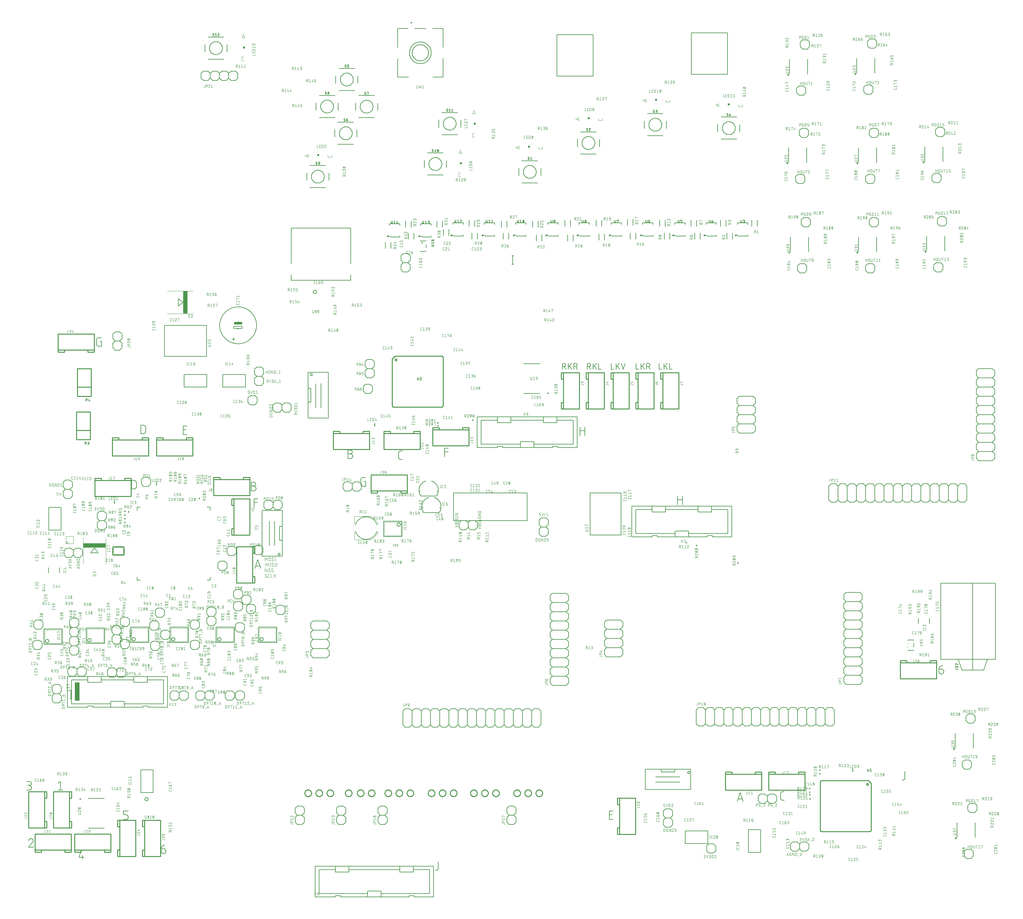
<source format=gbr>
G04 EAGLE Gerber RS-274X export*
G75*
%MOMM*%
%FSLAX34Y34*%
%LPD*%
%INSilkscreen Top*%
%IPPOS*%
%AMOC8*
5,1,8,0,0,1.08239X$1,22.5*%
G01*
%ADD10C,0.076200*%
%ADD11C,0.203200*%
%ADD12C,0.152400*%
%ADD13C,0.254000*%
%ADD14C,0.127000*%
%ADD15C,0.200000*%
%ADD16R,0.300000X0.150000*%
%ADD17R,0.300000X0.300000*%
%ADD18C,0.508000*%
%ADD19C,0.101600*%
%ADD20C,0.449000*%
%ADD21C,0.177800*%
%ADD22C,0.050800*%
%ADD23C,0.100000*%
%ADD24R,6.200000X1.250000*%
%ADD25R,0.500000X0.500000*%
%ADD26C,0.010159*%
%ADD27R,2.286000X0.635000*%
%ADD28R,1.250000X6.200000*%


D10*
X686181Y889381D02*
X686181Y898779D01*
X691402Y889381D01*
X691402Y898779D01*
X700546Y891469D02*
X700544Y891380D01*
X700538Y891292D01*
X700529Y891204D01*
X700516Y891116D01*
X700499Y891029D01*
X700479Y890943D01*
X700454Y890858D01*
X700427Y890773D01*
X700395Y890690D01*
X700361Y890609D01*
X700322Y890529D01*
X700281Y890451D01*
X700236Y890374D01*
X700188Y890300D01*
X700137Y890227D01*
X700083Y890157D01*
X700025Y890090D01*
X699965Y890024D01*
X699903Y889962D01*
X699837Y889902D01*
X699770Y889844D01*
X699700Y889790D01*
X699627Y889739D01*
X699553Y889691D01*
X699476Y889646D01*
X699398Y889605D01*
X699318Y889566D01*
X699237Y889532D01*
X699154Y889500D01*
X699069Y889473D01*
X698984Y889448D01*
X698898Y889428D01*
X698811Y889411D01*
X698723Y889398D01*
X698635Y889389D01*
X698547Y889383D01*
X698458Y889381D01*
X698329Y889383D01*
X698200Y889389D01*
X698071Y889398D01*
X697943Y889411D01*
X697815Y889428D01*
X697688Y889449D01*
X697561Y889473D01*
X697435Y889501D01*
X697310Y889533D01*
X697186Y889568D01*
X697063Y889607D01*
X696941Y889650D01*
X696821Y889696D01*
X696702Y889746D01*
X696584Y889799D01*
X696468Y889855D01*
X696354Y889915D01*
X696241Y889978D01*
X696131Y890045D01*
X696022Y890114D01*
X695916Y890187D01*
X695811Y890263D01*
X695709Y890342D01*
X695610Y890424D01*
X695512Y890508D01*
X695417Y890596D01*
X695325Y890686D01*
X695586Y896691D02*
X695588Y896780D01*
X695594Y896868D01*
X695603Y896956D01*
X695616Y897044D01*
X695633Y897131D01*
X695653Y897217D01*
X695678Y897302D01*
X695705Y897387D01*
X695737Y897470D01*
X695771Y897551D01*
X695810Y897631D01*
X695851Y897709D01*
X695896Y897786D01*
X695944Y897860D01*
X695995Y897933D01*
X696049Y898003D01*
X696107Y898070D01*
X696167Y898136D01*
X696229Y898198D01*
X696295Y898258D01*
X696362Y898316D01*
X696432Y898370D01*
X696505Y898421D01*
X696579Y898469D01*
X696656Y898514D01*
X696734Y898555D01*
X696814Y898594D01*
X696895Y898628D01*
X696978Y898660D01*
X697063Y898687D01*
X697148Y898712D01*
X697234Y898732D01*
X697321Y898749D01*
X697409Y898762D01*
X697497Y898771D01*
X697585Y898777D01*
X697674Y898779D01*
X697794Y898777D01*
X697914Y898772D01*
X698034Y898762D01*
X698153Y898750D01*
X698272Y898733D01*
X698390Y898713D01*
X698508Y898689D01*
X698624Y898662D01*
X698740Y898631D01*
X698855Y898597D01*
X698969Y898559D01*
X699082Y898517D01*
X699193Y898472D01*
X699303Y898424D01*
X699411Y898373D01*
X699518Y898318D01*
X699623Y898260D01*
X699726Y898198D01*
X699827Y898134D01*
X699927Y898066D01*
X700024Y897996D01*
X696630Y894864D02*
X696552Y894912D01*
X696476Y894964D01*
X696403Y895018D01*
X696332Y895076D01*
X696263Y895137D01*
X696197Y895201D01*
X696134Y895268D01*
X696074Y895337D01*
X696017Y895409D01*
X695963Y895483D01*
X695913Y895560D01*
X695865Y895639D01*
X695822Y895719D01*
X695781Y895802D01*
X695745Y895886D01*
X695712Y895971D01*
X695683Y896058D01*
X695657Y896147D01*
X695635Y896236D01*
X695618Y896326D01*
X695604Y896416D01*
X695594Y896508D01*
X695588Y896599D01*
X695586Y896691D01*
X699502Y893296D02*
X699580Y893248D01*
X699656Y893196D01*
X699729Y893142D01*
X699800Y893084D01*
X699869Y893023D01*
X699935Y892959D01*
X699998Y892892D01*
X700058Y892823D01*
X700115Y892751D01*
X700169Y892677D01*
X700219Y892600D01*
X700267Y892521D01*
X700310Y892441D01*
X700351Y892358D01*
X700387Y892274D01*
X700420Y892189D01*
X700449Y892102D01*
X700475Y892013D01*
X700497Y891924D01*
X700514Y891834D01*
X700528Y891744D01*
X700538Y891652D01*
X700544Y891561D01*
X700546Y891469D01*
X699502Y893297D02*
X696630Y894863D01*
X706992Y889381D02*
X707081Y889383D01*
X707169Y889389D01*
X707257Y889398D01*
X707345Y889411D01*
X707432Y889428D01*
X707518Y889448D01*
X707603Y889473D01*
X707688Y889500D01*
X707771Y889532D01*
X707852Y889566D01*
X707932Y889605D01*
X708010Y889646D01*
X708087Y889691D01*
X708161Y889739D01*
X708234Y889790D01*
X708304Y889844D01*
X708371Y889902D01*
X708437Y889962D01*
X708499Y890024D01*
X708559Y890090D01*
X708617Y890157D01*
X708671Y890227D01*
X708722Y890300D01*
X708770Y890374D01*
X708815Y890451D01*
X708856Y890529D01*
X708895Y890609D01*
X708929Y890690D01*
X708961Y890773D01*
X708988Y890858D01*
X709013Y890943D01*
X709033Y891029D01*
X709050Y891116D01*
X709063Y891204D01*
X709072Y891292D01*
X709078Y891380D01*
X709080Y891469D01*
X706992Y889381D02*
X706863Y889383D01*
X706734Y889389D01*
X706605Y889398D01*
X706477Y889411D01*
X706349Y889428D01*
X706222Y889449D01*
X706095Y889473D01*
X705969Y889501D01*
X705844Y889533D01*
X705720Y889568D01*
X705597Y889607D01*
X705475Y889650D01*
X705355Y889696D01*
X705236Y889746D01*
X705118Y889799D01*
X705002Y889855D01*
X704888Y889915D01*
X704775Y889978D01*
X704665Y890045D01*
X704556Y890114D01*
X704450Y890187D01*
X704345Y890263D01*
X704243Y890342D01*
X704144Y890424D01*
X704046Y890508D01*
X703951Y890596D01*
X703859Y890686D01*
X704121Y896691D02*
X704123Y896780D01*
X704129Y896868D01*
X704138Y896956D01*
X704151Y897044D01*
X704168Y897131D01*
X704188Y897217D01*
X704213Y897302D01*
X704240Y897387D01*
X704272Y897470D01*
X704306Y897551D01*
X704345Y897631D01*
X704386Y897709D01*
X704431Y897786D01*
X704479Y897860D01*
X704530Y897933D01*
X704584Y898003D01*
X704642Y898070D01*
X704702Y898136D01*
X704764Y898198D01*
X704830Y898258D01*
X704897Y898316D01*
X704967Y898370D01*
X705040Y898421D01*
X705114Y898469D01*
X705191Y898514D01*
X705269Y898555D01*
X705349Y898594D01*
X705430Y898628D01*
X705513Y898660D01*
X705598Y898687D01*
X705683Y898712D01*
X705769Y898732D01*
X705856Y898749D01*
X705944Y898762D01*
X706032Y898771D01*
X706120Y898777D01*
X706209Y898779D01*
X706329Y898777D01*
X706449Y898772D01*
X706569Y898762D01*
X706688Y898750D01*
X706807Y898733D01*
X706925Y898713D01*
X707043Y898689D01*
X707159Y898662D01*
X707275Y898631D01*
X707390Y898597D01*
X707504Y898559D01*
X707617Y898517D01*
X707728Y898472D01*
X707838Y898424D01*
X707946Y898373D01*
X708053Y898318D01*
X708158Y898260D01*
X708261Y898198D01*
X708362Y898134D01*
X708462Y898066D01*
X708559Y897996D01*
X705164Y894864D02*
X705086Y894912D01*
X705010Y894964D01*
X704937Y895018D01*
X704866Y895076D01*
X704797Y895137D01*
X704731Y895201D01*
X704668Y895268D01*
X704608Y895337D01*
X704551Y895409D01*
X704497Y895483D01*
X704447Y895560D01*
X704399Y895639D01*
X704356Y895719D01*
X704315Y895802D01*
X704279Y895886D01*
X704246Y895971D01*
X704217Y896058D01*
X704191Y896147D01*
X704169Y896236D01*
X704152Y896326D01*
X704138Y896416D01*
X704128Y896508D01*
X704122Y896599D01*
X704120Y896691D01*
X708036Y893296D02*
X708114Y893248D01*
X708190Y893196D01*
X708263Y893142D01*
X708334Y893084D01*
X708403Y893023D01*
X708469Y892959D01*
X708532Y892892D01*
X708592Y892823D01*
X708649Y892751D01*
X708703Y892677D01*
X708753Y892600D01*
X708801Y892521D01*
X708844Y892441D01*
X708885Y892358D01*
X708921Y892274D01*
X708954Y892189D01*
X708983Y892102D01*
X709009Y892013D01*
X709031Y891924D01*
X709048Y891834D01*
X709062Y891744D01*
X709072Y891652D01*
X709078Y891561D01*
X709080Y891469D01*
X708036Y893297D02*
X705165Y894863D01*
X691402Y876229D02*
X691400Y876140D01*
X691394Y876052D01*
X691385Y875964D01*
X691372Y875876D01*
X691355Y875789D01*
X691335Y875703D01*
X691310Y875618D01*
X691283Y875533D01*
X691251Y875450D01*
X691217Y875369D01*
X691178Y875289D01*
X691137Y875211D01*
X691092Y875134D01*
X691044Y875060D01*
X690993Y874987D01*
X690939Y874917D01*
X690881Y874850D01*
X690821Y874784D01*
X690759Y874722D01*
X690693Y874662D01*
X690626Y874604D01*
X690556Y874550D01*
X690483Y874499D01*
X690409Y874451D01*
X690332Y874406D01*
X690254Y874365D01*
X690174Y874326D01*
X690093Y874292D01*
X690010Y874260D01*
X689925Y874233D01*
X689840Y874208D01*
X689754Y874188D01*
X689667Y874171D01*
X689579Y874158D01*
X689491Y874149D01*
X689403Y874143D01*
X689314Y874141D01*
X689185Y874143D01*
X689056Y874149D01*
X688927Y874158D01*
X688799Y874171D01*
X688671Y874188D01*
X688544Y874209D01*
X688417Y874233D01*
X688291Y874261D01*
X688166Y874293D01*
X688042Y874328D01*
X687919Y874367D01*
X687797Y874410D01*
X687677Y874456D01*
X687558Y874506D01*
X687440Y874559D01*
X687324Y874615D01*
X687210Y874675D01*
X687097Y874738D01*
X686987Y874805D01*
X686878Y874874D01*
X686772Y874947D01*
X686667Y875023D01*
X686565Y875102D01*
X686466Y875184D01*
X686368Y875268D01*
X686273Y875356D01*
X686181Y875446D01*
X686442Y881451D02*
X686444Y881540D01*
X686450Y881628D01*
X686459Y881716D01*
X686472Y881804D01*
X686489Y881891D01*
X686509Y881977D01*
X686534Y882062D01*
X686561Y882147D01*
X686593Y882230D01*
X686627Y882311D01*
X686666Y882391D01*
X686707Y882469D01*
X686752Y882546D01*
X686800Y882620D01*
X686851Y882693D01*
X686905Y882763D01*
X686963Y882830D01*
X687023Y882896D01*
X687085Y882958D01*
X687151Y883018D01*
X687218Y883076D01*
X687288Y883130D01*
X687361Y883181D01*
X687435Y883229D01*
X687512Y883274D01*
X687590Y883315D01*
X687670Y883354D01*
X687751Y883388D01*
X687834Y883420D01*
X687919Y883447D01*
X688004Y883472D01*
X688090Y883492D01*
X688177Y883509D01*
X688265Y883522D01*
X688353Y883531D01*
X688441Y883537D01*
X688530Y883539D01*
X688650Y883537D01*
X688770Y883532D01*
X688890Y883522D01*
X689009Y883510D01*
X689128Y883493D01*
X689246Y883473D01*
X689364Y883449D01*
X689480Y883422D01*
X689596Y883391D01*
X689711Y883357D01*
X689825Y883319D01*
X689938Y883277D01*
X690049Y883232D01*
X690159Y883184D01*
X690267Y883133D01*
X690374Y883078D01*
X690479Y883020D01*
X690582Y882958D01*
X690683Y882894D01*
X690783Y882826D01*
X690880Y882756D01*
X687486Y879624D02*
X687408Y879672D01*
X687332Y879724D01*
X687259Y879778D01*
X687188Y879836D01*
X687119Y879897D01*
X687053Y879961D01*
X686990Y880028D01*
X686930Y880097D01*
X686873Y880169D01*
X686819Y880243D01*
X686769Y880320D01*
X686721Y880399D01*
X686678Y880479D01*
X686637Y880562D01*
X686601Y880646D01*
X686568Y880731D01*
X686539Y880818D01*
X686513Y880907D01*
X686491Y880996D01*
X686474Y881086D01*
X686460Y881176D01*
X686450Y881268D01*
X686444Y881359D01*
X686442Y881451D01*
X690358Y878056D02*
X690436Y878008D01*
X690512Y877956D01*
X690585Y877902D01*
X690656Y877844D01*
X690725Y877783D01*
X690791Y877719D01*
X690854Y877652D01*
X690914Y877583D01*
X690971Y877511D01*
X691025Y877437D01*
X691075Y877360D01*
X691123Y877281D01*
X691166Y877201D01*
X691207Y877118D01*
X691243Y877034D01*
X691276Y876949D01*
X691305Y876862D01*
X691331Y876773D01*
X691353Y876684D01*
X691370Y876594D01*
X691384Y876504D01*
X691394Y876412D01*
X691400Y876321D01*
X691402Y876229D01*
X690358Y878057D02*
X687486Y879623D01*
X697083Y874141D02*
X699171Y874141D01*
X697083Y874141D02*
X696994Y874143D01*
X696906Y874149D01*
X696818Y874158D01*
X696730Y874171D01*
X696643Y874188D01*
X696557Y874208D01*
X696472Y874233D01*
X696387Y874260D01*
X696304Y874292D01*
X696223Y874326D01*
X696143Y874365D01*
X696065Y874406D01*
X695988Y874451D01*
X695914Y874499D01*
X695841Y874550D01*
X695771Y874604D01*
X695704Y874662D01*
X695638Y874722D01*
X695576Y874784D01*
X695516Y874850D01*
X695458Y874917D01*
X695404Y874987D01*
X695353Y875060D01*
X695305Y875134D01*
X695260Y875211D01*
X695219Y875289D01*
X695180Y875369D01*
X695146Y875450D01*
X695114Y875533D01*
X695087Y875618D01*
X695062Y875703D01*
X695042Y875789D01*
X695025Y875876D01*
X695012Y875964D01*
X695003Y876052D01*
X694997Y876140D01*
X694995Y876229D01*
X694994Y876229D02*
X694994Y881451D01*
X694995Y881451D02*
X694997Y881542D01*
X695003Y881633D01*
X695013Y881724D01*
X695027Y881814D01*
X695044Y881903D01*
X695066Y881991D01*
X695092Y882079D01*
X695121Y882165D01*
X695154Y882250D01*
X695191Y882333D01*
X695231Y882415D01*
X695275Y882495D01*
X695322Y882573D01*
X695373Y882649D01*
X695426Y882722D01*
X695483Y882793D01*
X695544Y882862D01*
X695607Y882927D01*
X695672Y882990D01*
X695741Y883050D01*
X695812Y883108D01*
X695885Y883161D01*
X695961Y883212D01*
X696039Y883259D01*
X696119Y883303D01*
X696201Y883343D01*
X696284Y883380D01*
X696369Y883413D01*
X696455Y883442D01*
X696543Y883468D01*
X696631Y883490D01*
X696720Y883507D01*
X696810Y883521D01*
X696901Y883531D01*
X696992Y883537D01*
X697083Y883539D01*
X699171Y883539D01*
X702962Y883539D02*
X702962Y874141D01*
X707139Y874141D01*
X711001Y874141D02*
X711001Y883539D01*
X716222Y883539D02*
X711001Y877796D01*
X713089Y879884D02*
X716222Y874141D01*
X688721Y904621D02*
X688721Y914019D01*
X691854Y908798D01*
X694986Y914019D01*
X694986Y904621D01*
X700083Y904621D02*
X700083Y914019D01*
X699039Y904621D02*
X701127Y904621D01*
X701127Y914019D02*
X699039Y914019D01*
X707616Y904621D02*
X707705Y904623D01*
X707793Y904629D01*
X707881Y904638D01*
X707969Y904651D01*
X708056Y904668D01*
X708142Y904688D01*
X708227Y904713D01*
X708312Y904740D01*
X708395Y904772D01*
X708476Y904806D01*
X708556Y904845D01*
X708634Y904886D01*
X708711Y904931D01*
X708785Y904979D01*
X708858Y905030D01*
X708928Y905084D01*
X708995Y905142D01*
X709061Y905202D01*
X709123Y905264D01*
X709183Y905330D01*
X709241Y905397D01*
X709295Y905467D01*
X709346Y905540D01*
X709394Y905614D01*
X709439Y905691D01*
X709480Y905769D01*
X709519Y905849D01*
X709553Y905930D01*
X709585Y906013D01*
X709612Y906098D01*
X709637Y906183D01*
X709657Y906269D01*
X709674Y906356D01*
X709687Y906444D01*
X709696Y906532D01*
X709702Y906620D01*
X709704Y906709D01*
X707616Y904621D02*
X707487Y904623D01*
X707358Y904629D01*
X707229Y904638D01*
X707101Y904651D01*
X706973Y904668D01*
X706846Y904689D01*
X706719Y904713D01*
X706593Y904741D01*
X706468Y904773D01*
X706344Y904808D01*
X706221Y904847D01*
X706099Y904890D01*
X705979Y904936D01*
X705860Y904986D01*
X705742Y905039D01*
X705626Y905095D01*
X705512Y905155D01*
X705399Y905218D01*
X705289Y905285D01*
X705180Y905354D01*
X705074Y905427D01*
X704969Y905503D01*
X704867Y905582D01*
X704768Y905664D01*
X704670Y905748D01*
X704575Y905836D01*
X704483Y905926D01*
X704745Y911931D02*
X704747Y912020D01*
X704753Y912108D01*
X704762Y912196D01*
X704775Y912284D01*
X704792Y912371D01*
X704812Y912457D01*
X704837Y912542D01*
X704864Y912627D01*
X704896Y912710D01*
X704930Y912791D01*
X704969Y912871D01*
X705010Y912949D01*
X705055Y913026D01*
X705103Y913100D01*
X705154Y913173D01*
X705208Y913243D01*
X705266Y913310D01*
X705326Y913376D01*
X705388Y913438D01*
X705454Y913498D01*
X705521Y913556D01*
X705591Y913610D01*
X705664Y913661D01*
X705738Y913709D01*
X705815Y913754D01*
X705893Y913795D01*
X705973Y913834D01*
X706054Y913868D01*
X706137Y913900D01*
X706222Y913927D01*
X706307Y913952D01*
X706393Y913972D01*
X706480Y913989D01*
X706568Y914002D01*
X706656Y914011D01*
X706744Y914017D01*
X706833Y914019D01*
X706832Y914019D02*
X706952Y914017D01*
X707072Y914012D01*
X707192Y914002D01*
X707311Y913990D01*
X707430Y913973D01*
X707548Y913953D01*
X707666Y913929D01*
X707782Y913902D01*
X707898Y913871D01*
X708013Y913837D01*
X708127Y913799D01*
X708240Y913757D01*
X708351Y913712D01*
X708461Y913664D01*
X708569Y913613D01*
X708676Y913558D01*
X708781Y913500D01*
X708884Y913438D01*
X708985Y913374D01*
X709085Y913306D01*
X709182Y913236D01*
X705788Y910104D02*
X705710Y910152D01*
X705634Y910204D01*
X705561Y910258D01*
X705490Y910316D01*
X705421Y910377D01*
X705355Y910441D01*
X705292Y910508D01*
X705232Y910577D01*
X705175Y910649D01*
X705121Y910723D01*
X705071Y910800D01*
X705023Y910879D01*
X704980Y910959D01*
X704939Y911042D01*
X704903Y911126D01*
X704870Y911211D01*
X704841Y911298D01*
X704815Y911387D01*
X704793Y911476D01*
X704776Y911566D01*
X704762Y911656D01*
X704752Y911748D01*
X704746Y911839D01*
X704744Y911931D01*
X708660Y908536D02*
X708738Y908488D01*
X708814Y908436D01*
X708887Y908382D01*
X708958Y908324D01*
X709027Y908263D01*
X709093Y908199D01*
X709156Y908132D01*
X709216Y908063D01*
X709273Y907991D01*
X709327Y907917D01*
X709377Y907840D01*
X709425Y907761D01*
X709468Y907681D01*
X709509Y907598D01*
X709545Y907514D01*
X709578Y907429D01*
X709607Y907342D01*
X709633Y907253D01*
X709655Y907164D01*
X709672Y907074D01*
X709686Y906984D01*
X709696Y906892D01*
X709702Y906801D01*
X709704Y906709D01*
X708660Y908537D02*
X705788Y910103D01*
X713322Y911408D02*
X713322Y907232D01*
X713322Y911408D02*
X713324Y911509D01*
X713330Y911610D01*
X713340Y911711D01*
X713353Y911811D01*
X713371Y911911D01*
X713392Y912010D01*
X713418Y912108D01*
X713447Y912205D01*
X713479Y912301D01*
X713516Y912395D01*
X713556Y912488D01*
X713600Y912580D01*
X713647Y912669D01*
X713698Y912757D01*
X713752Y912843D01*
X713809Y912926D01*
X713869Y913008D01*
X713933Y913086D01*
X713999Y913163D01*
X714069Y913236D01*
X714141Y913307D01*
X714216Y913375D01*
X714294Y913440D01*
X714374Y913502D01*
X714456Y913561D01*
X714541Y913617D01*
X714628Y913669D01*
X714716Y913718D01*
X714807Y913764D01*
X714899Y913805D01*
X714993Y913844D01*
X715088Y913878D01*
X715184Y913909D01*
X715282Y913936D01*
X715380Y913960D01*
X715480Y913979D01*
X715580Y913995D01*
X715680Y914007D01*
X715781Y914015D01*
X715882Y914019D01*
X715984Y914019D01*
X716085Y914015D01*
X716186Y914007D01*
X716286Y913995D01*
X716386Y913979D01*
X716486Y913960D01*
X716584Y913936D01*
X716682Y913909D01*
X716778Y913878D01*
X716873Y913844D01*
X716967Y913805D01*
X717059Y913764D01*
X717150Y913718D01*
X717239Y913669D01*
X717325Y913617D01*
X717410Y913561D01*
X717492Y913502D01*
X717572Y913440D01*
X717650Y913375D01*
X717725Y913307D01*
X717797Y913236D01*
X717867Y913163D01*
X717933Y913086D01*
X717997Y913008D01*
X718057Y912926D01*
X718114Y912843D01*
X718168Y912757D01*
X718219Y912669D01*
X718266Y912580D01*
X718310Y912488D01*
X718350Y912395D01*
X718387Y912301D01*
X718419Y912205D01*
X718448Y912108D01*
X718474Y912010D01*
X718495Y911911D01*
X718513Y911811D01*
X718526Y911711D01*
X718536Y911610D01*
X718542Y911509D01*
X718544Y911408D01*
X718543Y911408D02*
X718543Y907232D01*
X718544Y907232D02*
X718542Y907131D01*
X718536Y907030D01*
X718526Y906929D01*
X718513Y906829D01*
X718495Y906729D01*
X718474Y906630D01*
X718448Y906532D01*
X718419Y906435D01*
X718387Y906339D01*
X718350Y906245D01*
X718310Y906152D01*
X718266Y906060D01*
X718219Y905971D01*
X718168Y905883D01*
X718114Y905797D01*
X718057Y905714D01*
X717997Y905632D01*
X717933Y905554D01*
X717867Y905477D01*
X717797Y905404D01*
X717725Y905333D01*
X717650Y905265D01*
X717572Y905200D01*
X717492Y905138D01*
X717410Y905079D01*
X717325Y905023D01*
X717239Y904971D01*
X717150Y904922D01*
X717059Y904876D01*
X716967Y904835D01*
X716873Y904796D01*
X716778Y904762D01*
X716682Y904731D01*
X716584Y904704D01*
X716486Y904680D01*
X716386Y904661D01*
X716286Y904645D01*
X716186Y904633D01*
X716085Y904625D01*
X715984Y904621D01*
X715882Y904621D01*
X715781Y904625D01*
X715680Y904633D01*
X715580Y904645D01*
X715480Y904661D01*
X715380Y904680D01*
X715282Y904704D01*
X715184Y904731D01*
X715088Y904762D01*
X714993Y904796D01*
X714899Y904835D01*
X714807Y904876D01*
X714716Y904922D01*
X714628Y904971D01*
X714541Y905023D01*
X714456Y905079D01*
X714374Y905138D01*
X714294Y905200D01*
X714216Y905265D01*
X714141Y905333D01*
X714069Y905404D01*
X713999Y905477D01*
X713933Y905554D01*
X713869Y905632D01*
X713809Y905714D01*
X713752Y905797D01*
X713698Y905883D01*
X713647Y905971D01*
X713600Y906060D01*
X713556Y906152D01*
X713516Y906245D01*
X713479Y906339D01*
X713447Y906435D01*
X713418Y906532D01*
X713392Y906630D01*
X713371Y906729D01*
X713353Y906829D01*
X713340Y906929D01*
X713330Y907030D01*
X713324Y907131D01*
X713322Y907232D01*
X686181Y919861D02*
X686181Y929259D01*
X689314Y924038D01*
X692446Y929259D01*
X692446Y919861D01*
X696761Y922472D02*
X696761Y926648D01*
X696763Y926749D01*
X696769Y926850D01*
X696779Y926951D01*
X696792Y927051D01*
X696810Y927151D01*
X696831Y927250D01*
X696857Y927348D01*
X696886Y927445D01*
X696918Y927541D01*
X696955Y927635D01*
X696995Y927728D01*
X697039Y927820D01*
X697086Y927909D01*
X697137Y927997D01*
X697191Y928083D01*
X697248Y928166D01*
X697308Y928248D01*
X697372Y928326D01*
X697438Y928403D01*
X697508Y928476D01*
X697580Y928547D01*
X697655Y928615D01*
X697733Y928680D01*
X697813Y928742D01*
X697895Y928801D01*
X697980Y928857D01*
X698067Y928909D01*
X698155Y928958D01*
X698246Y929004D01*
X698338Y929045D01*
X698432Y929084D01*
X698527Y929118D01*
X698623Y929149D01*
X698721Y929176D01*
X698819Y929200D01*
X698919Y929219D01*
X699019Y929235D01*
X699119Y929247D01*
X699220Y929255D01*
X699321Y929259D01*
X699423Y929259D01*
X699524Y929255D01*
X699625Y929247D01*
X699725Y929235D01*
X699825Y929219D01*
X699925Y929200D01*
X700023Y929176D01*
X700121Y929149D01*
X700217Y929118D01*
X700312Y929084D01*
X700406Y929045D01*
X700498Y929004D01*
X700589Y928958D01*
X700678Y928909D01*
X700764Y928857D01*
X700849Y928801D01*
X700931Y928742D01*
X701011Y928680D01*
X701089Y928615D01*
X701164Y928547D01*
X701236Y928476D01*
X701306Y928403D01*
X701372Y928326D01*
X701436Y928248D01*
X701496Y928166D01*
X701553Y928083D01*
X701607Y927997D01*
X701658Y927909D01*
X701705Y927820D01*
X701749Y927728D01*
X701789Y927635D01*
X701826Y927541D01*
X701858Y927445D01*
X701887Y927348D01*
X701913Y927250D01*
X701934Y927151D01*
X701952Y927051D01*
X701965Y926951D01*
X701975Y926850D01*
X701981Y926749D01*
X701983Y926648D01*
X701983Y922472D01*
X701981Y922371D01*
X701975Y922270D01*
X701965Y922169D01*
X701952Y922069D01*
X701934Y921969D01*
X701913Y921870D01*
X701887Y921772D01*
X701858Y921675D01*
X701826Y921579D01*
X701789Y921485D01*
X701749Y921392D01*
X701705Y921300D01*
X701658Y921211D01*
X701607Y921123D01*
X701553Y921037D01*
X701496Y920954D01*
X701436Y920872D01*
X701372Y920794D01*
X701306Y920717D01*
X701236Y920644D01*
X701164Y920573D01*
X701089Y920505D01*
X701011Y920440D01*
X700931Y920378D01*
X700849Y920319D01*
X700764Y920263D01*
X700678Y920211D01*
X700589Y920162D01*
X700498Y920116D01*
X700406Y920075D01*
X700312Y920036D01*
X700217Y920002D01*
X700121Y919971D01*
X700023Y919944D01*
X699925Y919920D01*
X699825Y919901D01*
X699725Y919885D01*
X699625Y919873D01*
X699524Y919865D01*
X699423Y919861D01*
X699321Y919861D01*
X699220Y919865D01*
X699119Y919873D01*
X699019Y919885D01*
X698919Y919901D01*
X698819Y919920D01*
X698721Y919944D01*
X698623Y919971D01*
X698527Y920002D01*
X698432Y920036D01*
X698338Y920075D01*
X698246Y920116D01*
X698155Y920162D01*
X698067Y920211D01*
X697980Y920263D01*
X697895Y920319D01*
X697813Y920378D01*
X697733Y920440D01*
X697655Y920505D01*
X697580Y920573D01*
X697508Y920644D01*
X697438Y920717D01*
X697372Y920794D01*
X697308Y920872D01*
X697248Y920954D01*
X697191Y921037D01*
X697137Y921123D01*
X697086Y921211D01*
X697039Y921300D01*
X696995Y921392D01*
X696955Y921485D01*
X696918Y921579D01*
X696886Y921675D01*
X696857Y921772D01*
X696831Y921870D01*
X696810Y921969D01*
X696792Y922069D01*
X696779Y922169D01*
X696769Y922270D01*
X696763Y922371D01*
X696761Y922472D01*
X708733Y919861D02*
X708822Y919863D01*
X708910Y919869D01*
X708998Y919878D01*
X709086Y919891D01*
X709173Y919908D01*
X709259Y919928D01*
X709344Y919953D01*
X709429Y919980D01*
X709512Y920012D01*
X709593Y920046D01*
X709673Y920085D01*
X709751Y920126D01*
X709828Y920171D01*
X709902Y920219D01*
X709975Y920270D01*
X710045Y920324D01*
X710112Y920382D01*
X710178Y920442D01*
X710240Y920504D01*
X710300Y920570D01*
X710358Y920637D01*
X710412Y920707D01*
X710463Y920780D01*
X710511Y920854D01*
X710556Y920931D01*
X710597Y921009D01*
X710636Y921089D01*
X710670Y921170D01*
X710702Y921253D01*
X710729Y921338D01*
X710754Y921423D01*
X710774Y921509D01*
X710791Y921596D01*
X710804Y921684D01*
X710813Y921772D01*
X710819Y921860D01*
X710821Y921949D01*
X708733Y919861D02*
X708604Y919863D01*
X708475Y919869D01*
X708346Y919878D01*
X708218Y919891D01*
X708090Y919908D01*
X707963Y919929D01*
X707836Y919953D01*
X707710Y919981D01*
X707585Y920013D01*
X707461Y920048D01*
X707338Y920087D01*
X707216Y920130D01*
X707096Y920176D01*
X706977Y920226D01*
X706859Y920279D01*
X706743Y920335D01*
X706629Y920395D01*
X706516Y920458D01*
X706406Y920525D01*
X706297Y920594D01*
X706191Y920667D01*
X706086Y920743D01*
X705984Y920822D01*
X705885Y920904D01*
X705787Y920988D01*
X705692Y921076D01*
X705600Y921166D01*
X705862Y927171D02*
X705864Y927260D01*
X705870Y927348D01*
X705879Y927436D01*
X705892Y927524D01*
X705909Y927611D01*
X705929Y927697D01*
X705954Y927782D01*
X705981Y927867D01*
X706013Y927950D01*
X706047Y928031D01*
X706086Y928111D01*
X706127Y928189D01*
X706172Y928266D01*
X706220Y928340D01*
X706271Y928413D01*
X706325Y928483D01*
X706383Y928550D01*
X706443Y928616D01*
X706505Y928678D01*
X706571Y928738D01*
X706638Y928796D01*
X706708Y928850D01*
X706781Y928901D01*
X706855Y928949D01*
X706932Y928994D01*
X707010Y929035D01*
X707090Y929074D01*
X707171Y929108D01*
X707254Y929140D01*
X707339Y929167D01*
X707424Y929192D01*
X707510Y929212D01*
X707597Y929229D01*
X707685Y929242D01*
X707773Y929251D01*
X707861Y929257D01*
X707950Y929259D01*
X708070Y929257D01*
X708190Y929252D01*
X708310Y929242D01*
X708429Y929230D01*
X708548Y929213D01*
X708666Y929193D01*
X708784Y929169D01*
X708900Y929142D01*
X709016Y929111D01*
X709131Y929077D01*
X709245Y929039D01*
X709358Y928997D01*
X709469Y928952D01*
X709579Y928904D01*
X709687Y928853D01*
X709794Y928798D01*
X709899Y928740D01*
X710002Y928678D01*
X710103Y928614D01*
X710203Y928546D01*
X710300Y928476D01*
X706906Y925344D02*
X706828Y925392D01*
X706752Y925444D01*
X706679Y925498D01*
X706608Y925556D01*
X706539Y925617D01*
X706473Y925681D01*
X706410Y925748D01*
X706350Y925817D01*
X706293Y925889D01*
X706239Y925963D01*
X706189Y926040D01*
X706141Y926119D01*
X706098Y926199D01*
X706057Y926282D01*
X706021Y926366D01*
X705988Y926451D01*
X705959Y926538D01*
X705933Y926627D01*
X705911Y926716D01*
X705894Y926806D01*
X705880Y926896D01*
X705870Y926988D01*
X705864Y927079D01*
X705862Y927171D01*
X709778Y923776D02*
X709856Y923728D01*
X709932Y923676D01*
X710005Y923622D01*
X710076Y923564D01*
X710145Y923503D01*
X710211Y923439D01*
X710274Y923372D01*
X710334Y923303D01*
X710391Y923231D01*
X710445Y923157D01*
X710495Y923080D01*
X710543Y923001D01*
X710586Y922921D01*
X710627Y922838D01*
X710663Y922754D01*
X710696Y922669D01*
X710725Y922582D01*
X710751Y922493D01*
X710773Y922404D01*
X710790Y922314D01*
X710804Y922224D01*
X710814Y922132D01*
X710820Y922041D01*
X710822Y921949D01*
X709778Y923777D02*
X706906Y925343D01*
X715222Y929259D02*
X715222Y919861D01*
X716266Y919861D02*
X714177Y919861D01*
X714177Y929259D02*
X716266Y929259D01*
X535559Y1133136D02*
X535557Y1133214D01*
X535552Y1133292D01*
X535542Y1133369D01*
X535529Y1133446D01*
X535513Y1133522D01*
X535493Y1133597D01*
X535469Y1133671D01*
X535442Y1133744D01*
X535411Y1133816D01*
X535377Y1133886D01*
X535340Y1133955D01*
X535299Y1134021D01*
X535255Y1134086D01*
X535209Y1134148D01*
X535159Y1134208D01*
X535107Y1134266D01*
X535052Y1134321D01*
X534994Y1134373D01*
X534934Y1134423D01*
X534872Y1134469D01*
X534807Y1134513D01*
X534741Y1134554D01*
X534672Y1134591D01*
X534602Y1134625D01*
X534530Y1134656D01*
X534457Y1134683D01*
X534383Y1134707D01*
X534308Y1134727D01*
X534232Y1134743D01*
X534155Y1134756D01*
X534078Y1134766D01*
X534000Y1134771D01*
X533922Y1134773D01*
X535559Y1133136D02*
X535557Y1133022D01*
X535552Y1132909D01*
X535542Y1132795D01*
X535529Y1132682D01*
X535512Y1132570D01*
X535492Y1132458D01*
X535468Y1132347D01*
X535440Y1132236D01*
X535409Y1132127D01*
X535374Y1132019D01*
X535335Y1131912D01*
X535293Y1131806D01*
X535248Y1131702D01*
X535199Y1131599D01*
X535146Y1131498D01*
X535091Y1131399D01*
X535032Y1131301D01*
X534970Y1131206D01*
X534905Y1131113D01*
X534837Y1131021D01*
X534766Y1130933D01*
X534692Y1130846D01*
X534615Y1130762D01*
X534536Y1130681D01*
X529830Y1130886D02*
X529752Y1130888D01*
X529674Y1130893D01*
X529597Y1130903D01*
X529520Y1130916D01*
X529444Y1130932D01*
X529369Y1130952D01*
X529295Y1130976D01*
X529222Y1131003D01*
X529150Y1131034D01*
X529080Y1131068D01*
X529012Y1131105D01*
X528945Y1131146D01*
X528880Y1131190D01*
X528818Y1131236D01*
X528758Y1131286D01*
X528700Y1131338D01*
X528645Y1131393D01*
X528593Y1131451D01*
X528543Y1131511D01*
X528497Y1131573D01*
X528453Y1131638D01*
X528412Y1131705D01*
X528375Y1131773D01*
X528341Y1131843D01*
X528310Y1131915D01*
X528283Y1131988D01*
X528259Y1132062D01*
X528239Y1132137D01*
X528223Y1132213D01*
X528210Y1132290D01*
X528200Y1132367D01*
X528195Y1132445D01*
X528193Y1132523D01*
X528195Y1132633D01*
X528201Y1132742D01*
X528211Y1132852D01*
X528224Y1132960D01*
X528242Y1133069D01*
X528263Y1133176D01*
X528289Y1133283D01*
X528318Y1133389D01*
X528350Y1133494D01*
X528387Y1133597D01*
X528427Y1133699D01*
X528471Y1133800D01*
X528519Y1133899D01*
X528569Y1133996D01*
X528624Y1134091D01*
X528682Y1134184D01*
X528743Y1134275D01*
X528807Y1134364D01*
X531262Y1131704D02*
X531220Y1131638D01*
X531176Y1131573D01*
X531128Y1131511D01*
X531078Y1131451D01*
X531025Y1131393D01*
X530969Y1131338D01*
X530911Y1131285D01*
X530850Y1131236D01*
X530787Y1131189D01*
X530722Y1131145D01*
X530655Y1131105D01*
X530586Y1131068D01*
X530515Y1131034D01*
X530443Y1131003D01*
X530369Y1130976D01*
X530294Y1130952D01*
X530219Y1130932D01*
X530142Y1130916D01*
X530065Y1130903D01*
X529987Y1130893D01*
X529908Y1130888D01*
X529830Y1130886D01*
X532489Y1133955D02*
X532531Y1134022D01*
X532575Y1134087D01*
X532623Y1134149D01*
X532673Y1134209D01*
X532726Y1134267D01*
X532782Y1134322D01*
X532841Y1134374D01*
X532901Y1134424D01*
X532965Y1134471D01*
X533030Y1134514D01*
X533097Y1134555D01*
X533166Y1134592D01*
X533237Y1134626D01*
X533309Y1134657D01*
X533383Y1134684D01*
X533457Y1134708D01*
X533533Y1134728D01*
X533610Y1134744D01*
X533687Y1134757D01*
X533765Y1134767D01*
X533844Y1134772D01*
X533922Y1134774D01*
X532490Y1133955D02*
X531262Y1131704D01*
X535559Y1139366D02*
X535559Y1141003D01*
X535559Y1139366D02*
X535557Y1139288D01*
X535552Y1139210D01*
X535542Y1139133D01*
X535529Y1139056D01*
X535513Y1138980D01*
X535493Y1138905D01*
X535469Y1138831D01*
X535442Y1138758D01*
X535411Y1138686D01*
X535377Y1138616D01*
X535340Y1138548D01*
X535299Y1138481D01*
X535255Y1138416D01*
X535209Y1138354D01*
X535159Y1138294D01*
X535107Y1138236D01*
X535052Y1138181D01*
X534994Y1138129D01*
X534934Y1138079D01*
X534872Y1138033D01*
X534807Y1137989D01*
X534741Y1137948D01*
X534672Y1137911D01*
X534602Y1137877D01*
X534530Y1137846D01*
X534457Y1137819D01*
X534383Y1137795D01*
X534308Y1137775D01*
X534232Y1137759D01*
X534155Y1137746D01*
X534078Y1137736D01*
X534000Y1137731D01*
X533922Y1137729D01*
X529830Y1137729D01*
X529750Y1137731D01*
X529670Y1137737D01*
X529590Y1137747D01*
X529511Y1137760D01*
X529432Y1137778D01*
X529355Y1137799D01*
X529279Y1137825D01*
X529204Y1137854D01*
X529130Y1137886D01*
X529058Y1137922D01*
X528988Y1137962D01*
X528921Y1138005D01*
X528855Y1138051D01*
X528792Y1138101D01*
X528731Y1138153D01*
X528672Y1138208D01*
X528617Y1138267D01*
X528565Y1138327D01*
X528515Y1138391D01*
X528469Y1138456D01*
X528426Y1138524D01*
X528386Y1138594D01*
X528350Y1138666D01*
X528318Y1138740D01*
X528289Y1138814D01*
X528264Y1138891D01*
X528242Y1138968D01*
X528224Y1139047D01*
X528211Y1139126D01*
X528201Y1139205D01*
X528195Y1139286D01*
X528193Y1139366D01*
X528193Y1141003D01*
X528193Y1144108D02*
X535559Y1144108D01*
X535559Y1147382D01*
X535559Y1150550D02*
X528193Y1150550D01*
X528193Y1154642D02*
X532694Y1150550D01*
X531058Y1152187D02*
X535559Y1154642D01*
X525399Y1138301D02*
X518033Y1138301D01*
X525399Y1142393D01*
X518033Y1142393D01*
X523762Y1149709D02*
X523840Y1149707D01*
X523918Y1149702D01*
X523995Y1149692D01*
X524072Y1149679D01*
X524148Y1149663D01*
X524223Y1149643D01*
X524297Y1149619D01*
X524370Y1149592D01*
X524442Y1149561D01*
X524512Y1149527D01*
X524581Y1149490D01*
X524647Y1149449D01*
X524712Y1149405D01*
X524774Y1149359D01*
X524834Y1149309D01*
X524892Y1149257D01*
X524947Y1149202D01*
X524999Y1149144D01*
X525049Y1149084D01*
X525095Y1149022D01*
X525139Y1148957D01*
X525180Y1148891D01*
X525217Y1148822D01*
X525251Y1148752D01*
X525282Y1148680D01*
X525309Y1148607D01*
X525333Y1148533D01*
X525353Y1148458D01*
X525369Y1148382D01*
X525382Y1148305D01*
X525392Y1148228D01*
X525397Y1148150D01*
X525399Y1148072D01*
X525397Y1147958D01*
X525392Y1147845D01*
X525382Y1147731D01*
X525369Y1147618D01*
X525352Y1147506D01*
X525332Y1147394D01*
X525308Y1147283D01*
X525280Y1147172D01*
X525249Y1147063D01*
X525214Y1146955D01*
X525175Y1146848D01*
X525133Y1146742D01*
X525088Y1146638D01*
X525039Y1146535D01*
X524986Y1146434D01*
X524931Y1146335D01*
X524872Y1146237D01*
X524810Y1146142D01*
X524745Y1146049D01*
X524677Y1145957D01*
X524606Y1145869D01*
X524532Y1145782D01*
X524455Y1145698D01*
X524376Y1145617D01*
X519670Y1145821D02*
X519592Y1145823D01*
X519514Y1145828D01*
X519437Y1145838D01*
X519360Y1145851D01*
X519284Y1145867D01*
X519209Y1145887D01*
X519135Y1145911D01*
X519062Y1145938D01*
X518990Y1145969D01*
X518920Y1146003D01*
X518852Y1146040D01*
X518785Y1146081D01*
X518720Y1146125D01*
X518658Y1146171D01*
X518598Y1146221D01*
X518540Y1146273D01*
X518485Y1146328D01*
X518433Y1146386D01*
X518383Y1146446D01*
X518337Y1146508D01*
X518293Y1146573D01*
X518252Y1146640D01*
X518215Y1146708D01*
X518181Y1146778D01*
X518150Y1146850D01*
X518123Y1146923D01*
X518099Y1146997D01*
X518079Y1147072D01*
X518063Y1147148D01*
X518050Y1147225D01*
X518040Y1147302D01*
X518035Y1147380D01*
X518033Y1147458D01*
X518035Y1147568D01*
X518041Y1147677D01*
X518051Y1147787D01*
X518064Y1147895D01*
X518082Y1148004D01*
X518103Y1148111D01*
X518129Y1148218D01*
X518158Y1148324D01*
X518190Y1148429D01*
X518227Y1148532D01*
X518267Y1148634D01*
X518311Y1148735D01*
X518359Y1148834D01*
X518409Y1148931D01*
X518464Y1149026D01*
X518522Y1149119D01*
X518583Y1149210D01*
X518647Y1149299D01*
X521102Y1146639D02*
X521060Y1146573D01*
X521016Y1146508D01*
X520968Y1146446D01*
X520918Y1146386D01*
X520865Y1146328D01*
X520809Y1146273D01*
X520751Y1146220D01*
X520690Y1146171D01*
X520627Y1146124D01*
X520562Y1146080D01*
X520495Y1146040D01*
X520426Y1146003D01*
X520355Y1145969D01*
X520283Y1145938D01*
X520209Y1145911D01*
X520134Y1145887D01*
X520059Y1145867D01*
X519982Y1145851D01*
X519905Y1145838D01*
X519827Y1145828D01*
X519748Y1145823D01*
X519670Y1145821D01*
X522329Y1148890D02*
X522371Y1148957D01*
X522415Y1149022D01*
X522463Y1149084D01*
X522513Y1149144D01*
X522566Y1149202D01*
X522622Y1149257D01*
X522681Y1149309D01*
X522741Y1149359D01*
X522805Y1149406D01*
X522870Y1149449D01*
X522937Y1149490D01*
X523006Y1149527D01*
X523077Y1149561D01*
X523149Y1149592D01*
X523223Y1149619D01*
X523297Y1149643D01*
X523373Y1149663D01*
X523450Y1149679D01*
X523527Y1149692D01*
X523605Y1149702D01*
X523684Y1149707D01*
X523762Y1149709D01*
X522330Y1148890D02*
X521102Y1146639D01*
X525399Y1154899D02*
X525397Y1154977D01*
X525392Y1155055D01*
X525382Y1155132D01*
X525369Y1155209D01*
X525353Y1155285D01*
X525333Y1155360D01*
X525309Y1155434D01*
X525282Y1155507D01*
X525251Y1155579D01*
X525217Y1155649D01*
X525180Y1155718D01*
X525139Y1155784D01*
X525095Y1155849D01*
X525049Y1155911D01*
X524999Y1155971D01*
X524947Y1156029D01*
X524892Y1156084D01*
X524834Y1156136D01*
X524774Y1156186D01*
X524712Y1156232D01*
X524647Y1156276D01*
X524581Y1156317D01*
X524512Y1156354D01*
X524442Y1156388D01*
X524370Y1156419D01*
X524297Y1156446D01*
X524223Y1156470D01*
X524148Y1156490D01*
X524072Y1156506D01*
X523995Y1156519D01*
X523918Y1156529D01*
X523840Y1156534D01*
X523762Y1156536D01*
X525399Y1154899D02*
X525397Y1154785D01*
X525392Y1154672D01*
X525382Y1154558D01*
X525369Y1154445D01*
X525352Y1154333D01*
X525332Y1154221D01*
X525308Y1154110D01*
X525280Y1153999D01*
X525249Y1153890D01*
X525214Y1153782D01*
X525175Y1153675D01*
X525133Y1153569D01*
X525088Y1153465D01*
X525039Y1153362D01*
X524986Y1153261D01*
X524931Y1153162D01*
X524872Y1153064D01*
X524810Y1152969D01*
X524745Y1152876D01*
X524677Y1152784D01*
X524606Y1152696D01*
X524532Y1152609D01*
X524455Y1152525D01*
X524376Y1152444D01*
X519670Y1152648D02*
X519592Y1152650D01*
X519514Y1152655D01*
X519437Y1152665D01*
X519360Y1152678D01*
X519284Y1152694D01*
X519209Y1152714D01*
X519135Y1152738D01*
X519062Y1152765D01*
X518990Y1152796D01*
X518920Y1152830D01*
X518852Y1152867D01*
X518785Y1152908D01*
X518720Y1152952D01*
X518658Y1152998D01*
X518598Y1153048D01*
X518540Y1153100D01*
X518485Y1153155D01*
X518433Y1153213D01*
X518383Y1153273D01*
X518337Y1153335D01*
X518293Y1153400D01*
X518252Y1153467D01*
X518215Y1153535D01*
X518181Y1153605D01*
X518150Y1153677D01*
X518123Y1153750D01*
X518099Y1153824D01*
X518079Y1153899D01*
X518063Y1153975D01*
X518050Y1154052D01*
X518040Y1154129D01*
X518035Y1154207D01*
X518033Y1154285D01*
X518035Y1154395D01*
X518041Y1154504D01*
X518051Y1154614D01*
X518064Y1154722D01*
X518082Y1154831D01*
X518103Y1154938D01*
X518129Y1155045D01*
X518158Y1155151D01*
X518190Y1155256D01*
X518227Y1155359D01*
X518267Y1155461D01*
X518311Y1155562D01*
X518359Y1155661D01*
X518409Y1155758D01*
X518464Y1155853D01*
X518522Y1155946D01*
X518583Y1156037D01*
X518647Y1156126D01*
X521102Y1153467D02*
X521060Y1153401D01*
X521016Y1153336D01*
X520968Y1153274D01*
X520918Y1153214D01*
X520865Y1153156D01*
X520809Y1153101D01*
X520751Y1153048D01*
X520690Y1152999D01*
X520627Y1152952D01*
X520562Y1152908D01*
X520495Y1152868D01*
X520426Y1152831D01*
X520355Y1152797D01*
X520283Y1152766D01*
X520209Y1152739D01*
X520134Y1152715D01*
X520059Y1152695D01*
X519982Y1152679D01*
X519905Y1152666D01*
X519827Y1152656D01*
X519748Y1152651D01*
X519670Y1152649D01*
X522329Y1155717D02*
X522371Y1155784D01*
X522415Y1155849D01*
X522463Y1155911D01*
X522513Y1155971D01*
X522566Y1156029D01*
X522622Y1156084D01*
X522681Y1156136D01*
X522741Y1156186D01*
X522805Y1156233D01*
X522870Y1156276D01*
X522937Y1156317D01*
X523006Y1156354D01*
X523077Y1156388D01*
X523149Y1156419D01*
X523223Y1156446D01*
X523297Y1156470D01*
X523373Y1156490D01*
X523450Y1156506D01*
X523527Y1156519D01*
X523605Y1156529D01*
X523684Y1156534D01*
X523762Y1156536D01*
X522330Y1155717D02*
X521102Y1153467D01*
X515239Y1133221D02*
X507873Y1133221D01*
X511965Y1135676D01*
X507873Y1138132D01*
X515239Y1138132D01*
X515239Y1142260D02*
X507873Y1142260D01*
X515239Y1141442D02*
X515239Y1143078D01*
X507873Y1143078D02*
X507873Y1141442D01*
X515239Y1148278D02*
X515237Y1148356D01*
X515232Y1148434D01*
X515222Y1148511D01*
X515209Y1148588D01*
X515193Y1148664D01*
X515173Y1148739D01*
X515149Y1148813D01*
X515122Y1148886D01*
X515091Y1148958D01*
X515057Y1149028D01*
X515020Y1149097D01*
X514979Y1149163D01*
X514935Y1149228D01*
X514889Y1149290D01*
X514839Y1149350D01*
X514787Y1149408D01*
X514732Y1149463D01*
X514674Y1149515D01*
X514614Y1149565D01*
X514552Y1149611D01*
X514487Y1149655D01*
X514421Y1149696D01*
X514352Y1149733D01*
X514282Y1149767D01*
X514210Y1149798D01*
X514137Y1149825D01*
X514063Y1149849D01*
X513988Y1149869D01*
X513912Y1149885D01*
X513835Y1149898D01*
X513758Y1149908D01*
X513680Y1149913D01*
X513602Y1149915D01*
X515239Y1148278D02*
X515237Y1148164D01*
X515232Y1148051D01*
X515222Y1147937D01*
X515209Y1147824D01*
X515192Y1147712D01*
X515172Y1147600D01*
X515148Y1147489D01*
X515120Y1147378D01*
X515089Y1147269D01*
X515054Y1147161D01*
X515015Y1147054D01*
X514973Y1146948D01*
X514928Y1146844D01*
X514879Y1146741D01*
X514826Y1146640D01*
X514771Y1146541D01*
X514712Y1146443D01*
X514650Y1146348D01*
X514585Y1146255D01*
X514517Y1146163D01*
X514446Y1146075D01*
X514372Y1145988D01*
X514295Y1145904D01*
X514216Y1145823D01*
X509510Y1146027D02*
X509432Y1146029D01*
X509354Y1146034D01*
X509277Y1146044D01*
X509200Y1146057D01*
X509124Y1146073D01*
X509049Y1146093D01*
X508975Y1146117D01*
X508902Y1146144D01*
X508830Y1146175D01*
X508760Y1146209D01*
X508692Y1146246D01*
X508625Y1146287D01*
X508560Y1146331D01*
X508498Y1146377D01*
X508438Y1146427D01*
X508380Y1146479D01*
X508325Y1146534D01*
X508273Y1146592D01*
X508223Y1146652D01*
X508177Y1146714D01*
X508133Y1146779D01*
X508092Y1146846D01*
X508055Y1146914D01*
X508021Y1146984D01*
X507990Y1147056D01*
X507963Y1147129D01*
X507939Y1147203D01*
X507919Y1147278D01*
X507903Y1147354D01*
X507890Y1147431D01*
X507880Y1147508D01*
X507875Y1147586D01*
X507873Y1147664D01*
X507875Y1147774D01*
X507881Y1147883D01*
X507891Y1147993D01*
X507904Y1148101D01*
X507922Y1148210D01*
X507943Y1148317D01*
X507969Y1148424D01*
X507998Y1148530D01*
X508030Y1148635D01*
X508067Y1148738D01*
X508107Y1148840D01*
X508151Y1148941D01*
X508199Y1149040D01*
X508249Y1149137D01*
X508304Y1149232D01*
X508362Y1149325D01*
X508423Y1149416D01*
X508487Y1149505D01*
X510942Y1146845D02*
X510900Y1146779D01*
X510856Y1146714D01*
X510808Y1146652D01*
X510758Y1146592D01*
X510705Y1146534D01*
X510649Y1146479D01*
X510591Y1146426D01*
X510530Y1146377D01*
X510467Y1146330D01*
X510402Y1146286D01*
X510335Y1146246D01*
X510266Y1146209D01*
X510195Y1146175D01*
X510123Y1146144D01*
X510049Y1146117D01*
X509974Y1146093D01*
X509899Y1146073D01*
X509822Y1146057D01*
X509745Y1146044D01*
X509667Y1146034D01*
X509588Y1146029D01*
X509510Y1146027D01*
X512169Y1149096D02*
X512211Y1149163D01*
X512255Y1149228D01*
X512303Y1149290D01*
X512353Y1149350D01*
X512406Y1149408D01*
X512462Y1149463D01*
X512521Y1149515D01*
X512581Y1149565D01*
X512645Y1149612D01*
X512710Y1149655D01*
X512777Y1149696D01*
X512846Y1149733D01*
X512917Y1149767D01*
X512989Y1149798D01*
X513063Y1149825D01*
X513137Y1149849D01*
X513213Y1149869D01*
X513290Y1149885D01*
X513367Y1149898D01*
X513445Y1149908D01*
X513524Y1149913D01*
X513602Y1149915D01*
X512170Y1149096D02*
X510942Y1146845D01*
X509919Y1152894D02*
X513193Y1152894D01*
X509919Y1152894D02*
X509830Y1152896D01*
X509741Y1152902D01*
X509652Y1152912D01*
X509564Y1152925D01*
X509476Y1152942D01*
X509389Y1152964D01*
X509304Y1152989D01*
X509219Y1153017D01*
X509136Y1153050D01*
X509054Y1153086D01*
X508974Y1153125D01*
X508896Y1153168D01*
X508820Y1153214D01*
X508745Y1153264D01*
X508673Y1153317D01*
X508604Y1153373D01*
X508537Y1153432D01*
X508472Y1153493D01*
X508411Y1153558D01*
X508352Y1153625D01*
X508296Y1153694D01*
X508243Y1153766D01*
X508193Y1153841D01*
X508147Y1153917D01*
X508104Y1153995D01*
X508065Y1154075D01*
X508029Y1154157D01*
X507996Y1154240D01*
X507968Y1154325D01*
X507943Y1154410D01*
X507921Y1154497D01*
X507904Y1154585D01*
X507891Y1154673D01*
X507881Y1154762D01*
X507875Y1154851D01*
X507873Y1154940D01*
X507875Y1155029D01*
X507881Y1155118D01*
X507891Y1155207D01*
X507904Y1155295D01*
X507921Y1155383D01*
X507943Y1155470D01*
X507968Y1155555D01*
X507996Y1155640D01*
X508029Y1155723D01*
X508065Y1155805D01*
X508104Y1155885D01*
X508147Y1155963D01*
X508193Y1156039D01*
X508243Y1156114D01*
X508296Y1156186D01*
X508352Y1156255D01*
X508411Y1156322D01*
X508472Y1156387D01*
X508537Y1156448D01*
X508604Y1156507D01*
X508673Y1156563D01*
X508745Y1156616D01*
X508820Y1156666D01*
X508896Y1156712D01*
X508974Y1156755D01*
X509054Y1156794D01*
X509136Y1156830D01*
X509219Y1156863D01*
X509304Y1156891D01*
X509389Y1156916D01*
X509476Y1156938D01*
X509564Y1156955D01*
X509652Y1156968D01*
X509741Y1156978D01*
X509830Y1156984D01*
X509919Y1156986D01*
X513193Y1156986D01*
X513282Y1156984D01*
X513371Y1156978D01*
X513460Y1156968D01*
X513548Y1156955D01*
X513636Y1156938D01*
X513723Y1156916D01*
X513808Y1156891D01*
X513893Y1156863D01*
X513976Y1156830D01*
X514058Y1156794D01*
X514138Y1156755D01*
X514216Y1156712D01*
X514292Y1156666D01*
X514367Y1156616D01*
X514439Y1156563D01*
X514508Y1156507D01*
X514575Y1156448D01*
X514640Y1156387D01*
X514701Y1156322D01*
X514760Y1156255D01*
X514816Y1156186D01*
X514869Y1156114D01*
X514919Y1156039D01*
X514965Y1155963D01*
X515008Y1155885D01*
X515047Y1155805D01*
X515083Y1155723D01*
X515116Y1155640D01*
X515144Y1155555D01*
X515169Y1155470D01*
X515191Y1155383D01*
X515208Y1155295D01*
X515221Y1155207D01*
X515231Y1155118D01*
X515237Y1155029D01*
X515239Y1154940D01*
X515237Y1154851D01*
X515231Y1154762D01*
X515221Y1154673D01*
X515208Y1154585D01*
X515191Y1154497D01*
X515169Y1154410D01*
X515144Y1154325D01*
X515116Y1154240D01*
X515083Y1154157D01*
X515047Y1154075D01*
X515008Y1153995D01*
X514965Y1153917D01*
X514919Y1153841D01*
X514869Y1153766D01*
X514816Y1153694D01*
X514760Y1153625D01*
X514701Y1153558D01*
X514640Y1153493D01*
X514575Y1153432D01*
X514508Y1153373D01*
X514439Y1153317D01*
X514367Y1153264D01*
X514292Y1153214D01*
X514216Y1153168D01*
X514138Y1153125D01*
X514058Y1153086D01*
X513976Y1153050D01*
X513893Y1153017D01*
X513808Y1152989D01*
X513723Y1152964D01*
X513636Y1152942D01*
X513548Y1152925D01*
X513460Y1152912D01*
X513371Y1152902D01*
X513282Y1152896D01*
X513193Y1152894D01*
X505079Y1133221D02*
X497713Y1133221D01*
X501805Y1135676D01*
X497713Y1138132D01*
X505079Y1138132D01*
X503033Y1141677D02*
X499759Y1141677D01*
X499670Y1141679D01*
X499581Y1141685D01*
X499492Y1141695D01*
X499404Y1141708D01*
X499316Y1141725D01*
X499229Y1141747D01*
X499144Y1141772D01*
X499059Y1141800D01*
X498976Y1141833D01*
X498894Y1141869D01*
X498814Y1141908D01*
X498736Y1141951D01*
X498660Y1141997D01*
X498585Y1142047D01*
X498513Y1142100D01*
X498444Y1142156D01*
X498377Y1142215D01*
X498312Y1142276D01*
X498251Y1142341D01*
X498192Y1142408D01*
X498136Y1142477D01*
X498083Y1142549D01*
X498033Y1142624D01*
X497987Y1142700D01*
X497944Y1142778D01*
X497905Y1142858D01*
X497869Y1142940D01*
X497836Y1143023D01*
X497808Y1143108D01*
X497783Y1143193D01*
X497761Y1143280D01*
X497744Y1143368D01*
X497731Y1143456D01*
X497721Y1143545D01*
X497715Y1143634D01*
X497713Y1143723D01*
X497715Y1143812D01*
X497721Y1143901D01*
X497731Y1143990D01*
X497744Y1144078D01*
X497761Y1144166D01*
X497783Y1144253D01*
X497808Y1144338D01*
X497836Y1144423D01*
X497869Y1144506D01*
X497905Y1144588D01*
X497944Y1144668D01*
X497987Y1144746D01*
X498033Y1144822D01*
X498083Y1144897D01*
X498136Y1144969D01*
X498192Y1145038D01*
X498251Y1145105D01*
X498312Y1145170D01*
X498377Y1145231D01*
X498444Y1145290D01*
X498513Y1145346D01*
X498585Y1145399D01*
X498660Y1145449D01*
X498736Y1145495D01*
X498814Y1145538D01*
X498894Y1145577D01*
X498976Y1145613D01*
X499059Y1145646D01*
X499144Y1145674D01*
X499229Y1145699D01*
X499316Y1145721D01*
X499404Y1145738D01*
X499492Y1145751D01*
X499581Y1145761D01*
X499670Y1145767D01*
X499759Y1145769D01*
X503033Y1145769D01*
X503122Y1145767D01*
X503211Y1145761D01*
X503300Y1145751D01*
X503388Y1145738D01*
X503476Y1145721D01*
X503563Y1145699D01*
X503648Y1145674D01*
X503733Y1145646D01*
X503816Y1145613D01*
X503898Y1145577D01*
X503978Y1145538D01*
X504056Y1145495D01*
X504132Y1145449D01*
X504207Y1145399D01*
X504279Y1145346D01*
X504348Y1145290D01*
X504415Y1145231D01*
X504480Y1145170D01*
X504541Y1145105D01*
X504600Y1145038D01*
X504656Y1144969D01*
X504709Y1144897D01*
X504759Y1144822D01*
X504805Y1144746D01*
X504848Y1144668D01*
X504887Y1144588D01*
X504923Y1144506D01*
X504956Y1144423D01*
X504984Y1144338D01*
X505009Y1144253D01*
X505031Y1144166D01*
X505048Y1144078D01*
X505061Y1143990D01*
X505071Y1143901D01*
X505077Y1143812D01*
X505079Y1143723D01*
X505077Y1143634D01*
X505071Y1143545D01*
X505061Y1143456D01*
X505048Y1143368D01*
X505031Y1143280D01*
X505009Y1143193D01*
X504984Y1143108D01*
X504956Y1143023D01*
X504923Y1142940D01*
X504887Y1142858D01*
X504848Y1142778D01*
X504805Y1142700D01*
X504759Y1142624D01*
X504709Y1142549D01*
X504656Y1142477D01*
X504600Y1142408D01*
X504541Y1142341D01*
X504480Y1142276D01*
X504415Y1142215D01*
X504348Y1142156D01*
X504279Y1142100D01*
X504207Y1142047D01*
X504132Y1141997D01*
X504056Y1141951D01*
X503978Y1141908D01*
X503898Y1141869D01*
X503816Y1141833D01*
X503733Y1141800D01*
X503648Y1141772D01*
X503563Y1141747D01*
X503476Y1141725D01*
X503388Y1141708D01*
X503300Y1141695D01*
X503211Y1141685D01*
X503122Y1141679D01*
X503033Y1141677D01*
X505079Y1151204D02*
X505077Y1151282D01*
X505072Y1151360D01*
X505062Y1151437D01*
X505049Y1151514D01*
X505033Y1151590D01*
X505013Y1151665D01*
X504989Y1151739D01*
X504962Y1151812D01*
X504931Y1151884D01*
X504897Y1151954D01*
X504860Y1152023D01*
X504819Y1152089D01*
X504775Y1152154D01*
X504729Y1152216D01*
X504679Y1152276D01*
X504627Y1152334D01*
X504572Y1152389D01*
X504514Y1152441D01*
X504454Y1152491D01*
X504392Y1152537D01*
X504327Y1152581D01*
X504261Y1152622D01*
X504192Y1152659D01*
X504122Y1152693D01*
X504050Y1152724D01*
X503977Y1152751D01*
X503903Y1152775D01*
X503828Y1152795D01*
X503752Y1152811D01*
X503675Y1152824D01*
X503598Y1152834D01*
X503520Y1152839D01*
X503442Y1152841D01*
X505079Y1151204D02*
X505077Y1151090D01*
X505072Y1150977D01*
X505062Y1150863D01*
X505049Y1150750D01*
X505032Y1150638D01*
X505012Y1150526D01*
X504988Y1150415D01*
X504960Y1150304D01*
X504929Y1150195D01*
X504894Y1150087D01*
X504855Y1149980D01*
X504813Y1149874D01*
X504768Y1149770D01*
X504719Y1149667D01*
X504666Y1149566D01*
X504611Y1149467D01*
X504552Y1149369D01*
X504490Y1149274D01*
X504425Y1149181D01*
X504357Y1149089D01*
X504286Y1149001D01*
X504212Y1148914D01*
X504135Y1148830D01*
X504056Y1148749D01*
X499350Y1148953D02*
X499272Y1148955D01*
X499194Y1148960D01*
X499117Y1148970D01*
X499040Y1148983D01*
X498964Y1148999D01*
X498889Y1149019D01*
X498815Y1149043D01*
X498742Y1149070D01*
X498670Y1149101D01*
X498600Y1149135D01*
X498532Y1149172D01*
X498465Y1149213D01*
X498400Y1149257D01*
X498338Y1149303D01*
X498278Y1149353D01*
X498220Y1149405D01*
X498165Y1149460D01*
X498113Y1149518D01*
X498063Y1149578D01*
X498017Y1149640D01*
X497973Y1149705D01*
X497932Y1149772D01*
X497895Y1149840D01*
X497861Y1149910D01*
X497830Y1149982D01*
X497803Y1150055D01*
X497779Y1150129D01*
X497759Y1150204D01*
X497743Y1150280D01*
X497730Y1150357D01*
X497720Y1150434D01*
X497715Y1150512D01*
X497713Y1150590D01*
X497715Y1150700D01*
X497721Y1150809D01*
X497731Y1150919D01*
X497744Y1151027D01*
X497762Y1151136D01*
X497783Y1151243D01*
X497809Y1151350D01*
X497838Y1151456D01*
X497870Y1151561D01*
X497907Y1151664D01*
X497947Y1151766D01*
X497991Y1151867D01*
X498039Y1151966D01*
X498089Y1152063D01*
X498144Y1152158D01*
X498202Y1152251D01*
X498263Y1152342D01*
X498327Y1152431D01*
X500782Y1149771D02*
X500740Y1149705D01*
X500696Y1149640D01*
X500648Y1149578D01*
X500598Y1149518D01*
X500545Y1149460D01*
X500489Y1149405D01*
X500431Y1149352D01*
X500370Y1149303D01*
X500307Y1149256D01*
X500242Y1149212D01*
X500175Y1149172D01*
X500106Y1149135D01*
X500035Y1149101D01*
X499963Y1149070D01*
X499889Y1149043D01*
X499814Y1149019D01*
X499739Y1148999D01*
X499662Y1148983D01*
X499585Y1148970D01*
X499507Y1148960D01*
X499428Y1148955D01*
X499350Y1148953D01*
X502009Y1152022D02*
X502051Y1152089D01*
X502095Y1152154D01*
X502143Y1152216D01*
X502193Y1152276D01*
X502246Y1152334D01*
X502302Y1152389D01*
X502361Y1152441D01*
X502421Y1152491D01*
X502485Y1152538D01*
X502550Y1152581D01*
X502617Y1152622D01*
X502686Y1152659D01*
X502757Y1152693D01*
X502829Y1152724D01*
X502903Y1152751D01*
X502977Y1152775D01*
X503053Y1152795D01*
X503130Y1152811D01*
X503207Y1152824D01*
X503285Y1152834D01*
X503364Y1152839D01*
X503442Y1152841D01*
X502010Y1152022D02*
X500782Y1149771D01*
X497713Y1156403D02*
X505079Y1156403D01*
X505079Y1157221D02*
X505079Y1155584D01*
X497713Y1155584D02*
X497713Y1157221D01*
D11*
X1997625Y280924D02*
X1989836Y257556D01*
X2005415Y257556D02*
X1997625Y280924D01*
X2003467Y263398D02*
X1991783Y263398D01*
X658876Y900176D02*
X666665Y923544D01*
X674455Y900176D01*
X672507Y906018D02*
X660823Y906018D01*
X655207Y1126518D02*
X648716Y1126518D01*
X655207Y1126518D02*
X655366Y1126516D01*
X655525Y1126510D01*
X655685Y1126500D01*
X655843Y1126487D01*
X656002Y1126469D01*
X656159Y1126448D01*
X656317Y1126422D01*
X656473Y1126393D01*
X656629Y1126360D01*
X656784Y1126323D01*
X656938Y1126283D01*
X657091Y1126238D01*
X657243Y1126190D01*
X657394Y1126139D01*
X657543Y1126083D01*
X657691Y1126024D01*
X657837Y1125961D01*
X657982Y1125895D01*
X658125Y1125825D01*
X658267Y1125752D01*
X658406Y1125675D01*
X658544Y1125595D01*
X658680Y1125511D01*
X658813Y1125424D01*
X658945Y1125334D01*
X659074Y1125241D01*
X659200Y1125144D01*
X659325Y1125045D01*
X659447Y1124942D01*
X659566Y1124837D01*
X659683Y1124728D01*
X659797Y1124617D01*
X659908Y1124503D01*
X660017Y1124386D01*
X660122Y1124267D01*
X660225Y1124145D01*
X660324Y1124020D01*
X660421Y1123894D01*
X660514Y1123765D01*
X660604Y1123633D01*
X660691Y1123500D01*
X660775Y1123364D01*
X660855Y1123226D01*
X660932Y1123087D01*
X661005Y1122945D01*
X661075Y1122802D01*
X661141Y1122657D01*
X661204Y1122511D01*
X661263Y1122363D01*
X661319Y1122214D01*
X661370Y1122063D01*
X661418Y1121911D01*
X661463Y1121758D01*
X661503Y1121604D01*
X661540Y1121449D01*
X661573Y1121293D01*
X661602Y1121137D01*
X661628Y1120979D01*
X661649Y1120822D01*
X661667Y1120663D01*
X661680Y1120505D01*
X661690Y1120345D01*
X661696Y1120186D01*
X661698Y1120027D01*
X661696Y1119868D01*
X661690Y1119709D01*
X661680Y1119549D01*
X661667Y1119391D01*
X661649Y1119232D01*
X661628Y1119075D01*
X661602Y1118917D01*
X661573Y1118761D01*
X661540Y1118605D01*
X661503Y1118450D01*
X661463Y1118296D01*
X661418Y1118143D01*
X661370Y1117991D01*
X661319Y1117840D01*
X661263Y1117691D01*
X661204Y1117543D01*
X661141Y1117397D01*
X661075Y1117252D01*
X661005Y1117109D01*
X660932Y1116967D01*
X660855Y1116828D01*
X660775Y1116690D01*
X660691Y1116554D01*
X660604Y1116421D01*
X660514Y1116289D01*
X660421Y1116160D01*
X660324Y1116034D01*
X660225Y1115909D01*
X660122Y1115787D01*
X660017Y1115668D01*
X659908Y1115551D01*
X659797Y1115437D01*
X659683Y1115326D01*
X659566Y1115217D01*
X659447Y1115112D01*
X659325Y1115009D01*
X659200Y1114910D01*
X659074Y1114813D01*
X658945Y1114720D01*
X658813Y1114630D01*
X658680Y1114543D01*
X658544Y1114459D01*
X658406Y1114379D01*
X658267Y1114302D01*
X658125Y1114229D01*
X657982Y1114159D01*
X657837Y1114093D01*
X657691Y1114030D01*
X657543Y1113971D01*
X657394Y1113915D01*
X657243Y1113864D01*
X657091Y1113816D01*
X656938Y1113771D01*
X656784Y1113731D01*
X656629Y1113694D01*
X656473Y1113661D01*
X656317Y1113632D01*
X656159Y1113606D01*
X656002Y1113585D01*
X655843Y1113567D01*
X655685Y1113554D01*
X655525Y1113544D01*
X655366Y1113538D01*
X655207Y1113536D01*
X648716Y1113536D01*
X648716Y1136904D01*
X655207Y1136904D01*
X655350Y1136902D01*
X655493Y1136896D01*
X655636Y1136886D01*
X655778Y1136872D01*
X655920Y1136855D01*
X656062Y1136833D01*
X656203Y1136808D01*
X656343Y1136778D01*
X656482Y1136745D01*
X656620Y1136708D01*
X656757Y1136667D01*
X656893Y1136623D01*
X657028Y1136574D01*
X657161Y1136522D01*
X657293Y1136467D01*
X657423Y1136407D01*
X657552Y1136344D01*
X657679Y1136278D01*
X657804Y1136208D01*
X657926Y1136135D01*
X658047Y1136058D01*
X658166Y1135978D01*
X658282Y1135895D01*
X658397Y1135809D01*
X658508Y1135720D01*
X658618Y1135627D01*
X658724Y1135532D01*
X658828Y1135433D01*
X658929Y1135332D01*
X659028Y1135228D01*
X659123Y1135122D01*
X659216Y1135012D01*
X659305Y1134901D01*
X659391Y1134786D01*
X659474Y1134670D01*
X659554Y1134551D01*
X659631Y1134430D01*
X659704Y1134308D01*
X659774Y1134183D01*
X659840Y1134056D01*
X659903Y1133927D01*
X659963Y1133797D01*
X660018Y1133665D01*
X660070Y1133532D01*
X660119Y1133397D01*
X660163Y1133261D01*
X660204Y1133124D01*
X660241Y1132986D01*
X660274Y1132847D01*
X660304Y1132707D01*
X660329Y1132566D01*
X660351Y1132424D01*
X660368Y1132282D01*
X660382Y1132140D01*
X660392Y1131997D01*
X660398Y1131854D01*
X660400Y1131711D01*
X660398Y1131568D01*
X660392Y1131425D01*
X660382Y1131282D01*
X660368Y1131140D01*
X660351Y1130998D01*
X660329Y1130856D01*
X660304Y1130715D01*
X660274Y1130575D01*
X660241Y1130436D01*
X660204Y1130298D01*
X660163Y1130161D01*
X660119Y1130025D01*
X660070Y1129890D01*
X660018Y1129757D01*
X659963Y1129625D01*
X659903Y1129495D01*
X659840Y1129366D01*
X659774Y1129239D01*
X659704Y1129115D01*
X659631Y1128992D01*
X659554Y1128871D01*
X659474Y1128752D01*
X659391Y1128636D01*
X659305Y1128521D01*
X659216Y1128410D01*
X659123Y1128300D01*
X659028Y1128194D01*
X658929Y1128090D01*
X658828Y1127989D01*
X658724Y1127890D01*
X658618Y1127795D01*
X658508Y1127702D01*
X658397Y1127613D01*
X658282Y1127527D01*
X658166Y1127444D01*
X658047Y1127364D01*
X657926Y1127287D01*
X657804Y1127214D01*
X657679Y1127144D01*
X657552Y1127078D01*
X657423Y1127015D01*
X657293Y1126955D01*
X657161Y1126900D01*
X657028Y1126848D01*
X656893Y1126799D01*
X656757Y1126755D01*
X656620Y1126714D01*
X656482Y1126677D01*
X656343Y1126644D01*
X656203Y1126614D01*
X656062Y1126589D01*
X655920Y1126567D01*
X655778Y1126550D01*
X655636Y1126536D01*
X655493Y1126526D01*
X655350Y1126520D01*
X655207Y1126518D01*
X915416Y1215418D02*
X921907Y1215418D01*
X922066Y1215416D01*
X922225Y1215410D01*
X922385Y1215400D01*
X922543Y1215387D01*
X922702Y1215369D01*
X922859Y1215348D01*
X923017Y1215322D01*
X923173Y1215293D01*
X923329Y1215260D01*
X923484Y1215223D01*
X923638Y1215183D01*
X923791Y1215138D01*
X923943Y1215090D01*
X924094Y1215039D01*
X924243Y1214983D01*
X924391Y1214924D01*
X924537Y1214861D01*
X924682Y1214795D01*
X924825Y1214725D01*
X924967Y1214652D01*
X925106Y1214575D01*
X925244Y1214495D01*
X925380Y1214411D01*
X925513Y1214324D01*
X925645Y1214234D01*
X925774Y1214141D01*
X925900Y1214044D01*
X926025Y1213945D01*
X926147Y1213842D01*
X926266Y1213737D01*
X926383Y1213628D01*
X926497Y1213517D01*
X926608Y1213403D01*
X926717Y1213286D01*
X926822Y1213167D01*
X926925Y1213045D01*
X927024Y1212920D01*
X927121Y1212794D01*
X927214Y1212665D01*
X927304Y1212533D01*
X927391Y1212400D01*
X927475Y1212264D01*
X927555Y1212126D01*
X927632Y1211987D01*
X927705Y1211845D01*
X927775Y1211702D01*
X927841Y1211557D01*
X927904Y1211411D01*
X927963Y1211263D01*
X928019Y1211114D01*
X928070Y1210963D01*
X928118Y1210811D01*
X928163Y1210658D01*
X928203Y1210504D01*
X928240Y1210349D01*
X928273Y1210193D01*
X928302Y1210037D01*
X928328Y1209879D01*
X928349Y1209722D01*
X928367Y1209563D01*
X928380Y1209405D01*
X928390Y1209245D01*
X928396Y1209086D01*
X928398Y1208927D01*
X928396Y1208768D01*
X928390Y1208609D01*
X928380Y1208449D01*
X928367Y1208291D01*
X928349Y1208132D01*
X928328Y1207975D01*
X928302Y1207817D01*
X928273Y1207661D01*
X928240Y1207505D01*
X928203Y1207350D01*
X928163Y1207196D01*
X928118Y1207043D01*
X928070Y1206891D01*
X928019Y1206740D01*
X927963Y1206591D01*
X927904Y1206443D01*
X927841Y1206297D01*
X927775Y1206152D01*
X927705Y1206009D01*
X927632Y1205867D01*
X927555Y1205728D01*
X927475Y1205590D01*
X927391Y1205454D01*
X927304Y1205321D01*
X927214Y1205189D01*
X927121Y1205060D01*
X927024Y1204934D01*
X926925Y1204809D01*
X926822Y1204687D01*
X926717Y1204568D01*
X926608Y1204451D01*
X926497Y1204337D01*
X926383Y1204226D01*
X926266Y1204117D01*
X926147Y1204012D01*
X926025Y1203909D01*
X925900Y1203810D01*
X925774Y1203713D01*
X925645Y1203620D01*
X925513Y1203530D01*
X925380Y1203443D01*
X925244Y1203359D01*
X925106Y1203279D01*
X924967Y1203202D01*
X924825Y1203129D01*
X924682Y1203059D01*
X924537Y1202993D01*
X924391Y1202930D01*
X924243Y1202871D01*
X924094Y1202815D01*
X923943Y1202764D01*
X923791Y1202716D01*
X923638Y1202671D01*
X923484Y1202631D01*
X923329Y1202594D01*
X923173Y1202561D01*
X923017Y1202532D01*
X922859Y1202506D01*
X922702Y1202485D01*
X922543Y1202467D01*
X922385Y1202454D01*
X922225Y1202444D01*
X922066Y1202438D01*
X921907Y1202436D01*
X915416Y1202436D01*
X915416Y1225804D01*
X921907Y1225804D01*
X922050Y1225802D01*
X922193Y1225796D01*
X922336Y1225786D01*
X922478Y1225772D01*
X922620Y1225755D01*
X922762Y1225733D01*
X922903Y1225708D01*
X923043Y1225678D01*
X923182Y1225645D01*
X923320Y1225608D01*
X923457Y1225567D01*
X923593Y1225523D01*
X923728Y1225474D01*
X923861Y1225422D01*
X923993Y1225367D01*
X924123Y1225307D01*
X924252Y1225244D01*
X924379Y1225178D01*
X924504Y1225108D01*
X924626Y1225035D01*
X924747Y1224958D01*
X924866Y1224878D01*
X924982Y1224795D01*
X925097Y1224709D01*
X925208Y1224620D01*
X925318Y1224527D01*
X925424Y1224432D01*
X925528Y1224333D01*
X925629Y1224232D01*
X925728Y1224128D01*
X925823Y1224022D01*
X925916Y1223912D01*
X926005Y1223801D01*
X926091Y1223686D01*
X926174Y1223570D01*
X926254Y1223451D01*
X926331Y1223330D01*
X926404Y1223208D01*
X926474Y1223083D01*
X926540Y1222956D01*
X926603Y1222827D01*
X926663Y1222697D01*
X926718Y1222565D01*
X926770Y1222432D01*
X926819Y1222297D01*
X926863Y1222161D01*
X926904Y1222024D01*
X926941Y1221886D01*
X926974Y1221747D01*
X927004Y1221607D01*
X927029Y1221466D01*
X927051Y1221324D01*
X927068Y1221182D01*
X927082Y1221040D01*
X927092Y1220897D01*
X927098Y1220754D01*
X927100Y1220611D01*
X927098Y1220468D01*
X927092Y1220325D01*
X927082Y1220182D01*
X927068Y1220040D01*
X927051Y1219898D01*
X927029Y1219756D01*
X927004Y1219615D01*
X926974Y1219475D01*
X926941Y1219336D01*
X926904Y1219198D01*
X926863Y1219061D01*
X926819Y1218925D01*
X926770Y1218790D01*
X926718Y1218657D01*
X926663Y1218525D01*
X926603Y1218395D01*
X926540Y1218266D01*
X926474Y1218139D01*
X926404Y1218015D01*
X926331Y1217892D01*
X926254Y1217771D01*
X926174Y1217652D01*
X926091Y1217536D01*
X926005Y1217421D01*
X925916Y1217310D01*
X925823Y1217200D01*
X925728Y1217094D01*
X925629Y1216990D01*
X925528Y1216889D01*
X925424Y1216790D01*
X925318Y1216695D01*
X925208Y1216602D01*
X925097Y1216513D01*
X924982Y1216427D01*
X924866Y1216344D01*
X924747Y1216264D01*
X924626Y1216187D01*
X924504Y1216114D01*
X924379Y1216044D01*
X924252Y1215978D01*
X924123Y1215915D01*
X923993Y1215855D01*
X923861Y1215800D01*
X923728Y1215748D01*
X923593Y1215699D01*
X923457Y1215655D01*
X923320Y1215614D01*
X923182Y1215577D01*
X923043Y1215544D01*
X922903Y1215514D01*
X922762Y1215489D01*
X922620Y1215467D01*
X922478Y1215450D01*
X922336Y1215436D01*
X922193Y1215426D01*
X922050Y1215420D01*
X921907Y1215418D01*
X1060309Y1199896D02*
X1065502Y1199896D01*
X1060309Y1199896D02*
X1060166Y1199898D01*
X1060023Y1199904D01*
X1059880Y1199914D01*
X1059738Y1199928D01*
X1059596Y1199945D01*
X1059454Y1199967D01*
X1059313Y1199992D01*
X1059173Y1200022D01*
X1059034Y1200055D01*
X1058896Y1200092D01*
X1058759Y1200133D01*
X1058623Y1200177D01*
X1058488Y1200226D01*
X1058355Y1200278D01*
X1058223Y1200333D01*
X1058093Y1200393D01*
X1057964Y1200456D01*
X1057837Y1200522D01*
X1057713Y1200592D01*
X1057590Y1200665D01*
X1057469Y1200742D01*
X1057350Y1200822D01*
X1057234Y1200905D01*
X1057119Y1200991D01*
X1057008Y1201080D01*
X1056898Y1201173D01*
X1056792Y1201268D01*
X1056688Y1201367D01*
X1056587Y1201468D01*
X1056488Y1201572D01*
X1056393Y1201678D01*
X1056300Y1201788D01*
X1056211Y1201899D01*
X1056125Y1202014D01*
X1056042Y1202130D01*
X1055962Y1202249D01*
X1055885Y1202370D01*
X1055812Y1202493D01*
X1055742Y1202617D01*
X1055676Y1202744D01*
X1055613Y1202873D01*
X1055553Y1203003D01*
X1055498Y1203135D01*
X1055446Y1203268D01*
X1055397Y1203403D01*
X1055353Y1203539D01*
X1055312Y1203676D01*
X1055275Y1203814D01*
X1055242Y1203953D01*
X1055212Y1204093D01*
X1055187Y1204234D01*
X1055165Y1204376D01*
X1055148Y1204518D01*
X1055134Y1204660D01*
X1055124Y1204803D01*
X1055118Y1204946D01*
X1055116Y1205089D01*
X1055116Y1218071D01*
X1055118Y1218214D01*
X1055124Y1218357D01*
X1055134Y1218500D01*
X1055148Y1218642D01*
X1055165Y1218784D01*
X1055187Y1218926D01*
X1055212Y1219067D01*
X1055242Y1219207D01*
X1055275Y1219346D01*
X1055312Y1219484D01*
X1055353Y1219621D01*
X1055397Y1219757D01*
X1055446Y1219892D01*
X1055498Y1220025D01*
X1055553Y1220157D01*
X1055613Y1220287D01*
X1055676Y1220416D01*
X1055742Y1220543D01*
X1055812Y1220667D01*
X1055885Y1220790D01*
X1055962Y1220911D01*
X1056042Y1221030D01*
X1056125Y1221146D01*
X1056211Y1221261D01*
X1056300Y1221372D01*
X1056393Y1221482D01*
X1056488Y1221588D01*
X1056587Y1221692D01*
X1056688Y1221793D01*
X1056792Y1221892D01*
X1056898Y1221987D01*
X1057008Y1222080D01*
X1057119Y1222169D01*
X1057234Y1222255D01*
X1057350Y1222338D01*
X1057469Y1222418D01*
X1057590Y1222495D01*
X1057712Y1222568D01*
X1057837Y1222638D01*
X1057964Y1222704D01*
X1058093Y1222767D01*
X1058223Y1222827D01*
X1058355Y1222882D01*
X1058488Y1222934D01*
X1058623Y1222983D01*
X1058759Y1223027D01*
X1058896Y1223068D01*
X1059034Y1223105D01*
X1059173Y1223138D01*
X1059313Y1223168D01*
X1059454Y1223193D01*
X1059596Y1223215D01*
X1059738Y1223232D01*
X1059880Y1223246D01*
X1060023Y1223256D01*
X1060166Y1223262D01*
X1060309Y1223264D01*
X1065502Y1223264D01*
X2114409Y260096D02*
X2119602Y260096D01*
X2114409Y260096D02*
X2114266Y260098D01*
X2114123Y260104D01*
X2113980Y260114D01*
X2113838Y260128D01*
X2113696Y260145D01*
X2113554Y260167D01*
X2113413Y260192D01*
X2113273Y260222D01*
X2113134Y260255D01*
X2112996Y260292D01*
X2112859Y260333D01*
X2112723Y260377D01*
X2112588Y260426D01*
X2112455Y260478D01*
X2112323Y260533D01*
X2112193Y260593D01*
X2112064Y260656D01*
X2111937Y260722D01*
X2111813Y260792D01*
X2111690Y260865D01*
X2111569Y260942D01*
X2111450Y261022D01*
X2111334Y261105D01*
X2111219Y261191D01*
X2111108Y261280D01*
X2110998Y261373D01*
X2110892Y261468D01*
X2110788Y261567D01*
X2110687Y261668D01*
X2110588Y261772D01*
X2110493Y261878D01*
X2110400Y261988D01*
X2110311Y262099D01*
X2110225Y262214D01*
X2110142Y262330D01*
X2110062Y262449D01*
X2109985Y262570D01*
X2109912Y262693D01*
X2109842Y262817D01*
X2109776Y262944D01*
X2109713Y263073D01*
X2109653Y263203D01*
X2109598Y263335D01*
X2109546Y263468D01*
X2109497Y263603D01*
X2109453Y263739D01*
X2109412Y263876D01*
X2109375Y264014D01*
X2109342Y264153D01*
X2109312Y264293D01*
X2109287Y264434D01*
X2109265Y264576D01*
X2109248Y264718D01*
X2109234Y264860D01*
X2109224Y265003D01*
X2109218Y265146D01*
X2109216Y265289D01*
X2109216Y278271D01*
X2109218Y278414D01*
X2109224Y278557D01*
X2109234Y278700D01*
X2109248Y278842D01*
X2109265Y278984D01*
X2109287Y279126D01*
X2109312Y279267D01*
X2109342Y279407D01*
X2109375Y279546D01*
X2109412Y279684D01*
X2109453Y279821D01*
X2109497Y279957D01*
X2109546Y280092D01*
X2109598Y280225D01*
X2109653Y280357D01*
X2109713Y280487D01*
X2109776Y280616D01*
X2109842Y280743D01*
X2109912Y280867D01*
X2109985Y280990D01*
X2110062Y281111D01*
X2110142Y281230D01*
X2110225Y281346D01*
X2110311Y281461D01*
X2110400Y281572D01*
X2110493Y281682D01*
X2110588Y281788D01*
X2110687Y281892D01*
X2110788Y281993D01*
X2110892Y282092D01*
X2110998Y282187D01*
X2111108Y282280D01*
X2111219Y282369D01*
X2111334Y282455D01*
X2111450Y282538D01*
X2111569Y282618D01*
X2111690Y282695D01*
X2111812Y282768D01*
X2111937Y282838D01*
X2112064Y282904D01*
X2112193Y282967D01*
X2112323Y283027D01*
X2112455Y283082D01*
X2112588Y283134D01*
X2112723Y283183D01*
X2112859Y283227D01*
X2112996Y283268D01*
X2113134Y283305D01*
X2113273Y283338D01*
X2113413Y283368D01*
X2113554Y283393D01*
X2113696Y283415D01*
X2113838Y283432D01*
X2113980Y283446D01*
X2114123Y283456D01*
X2114266Y283462D01*
X2114409Y283464D01*
X2119602Y283464D01*
X318516Y1118616D02*
X318516Y1141984D01*
X325007Y1141984D01*
X325166Y1141982D01*
X325325Y1141976D01*
X325485Y1141966D01*
X325643Y1141953D01*
X325802Y1141935D01*
X325959Y1141914D01*
X326117Y1141888D01*
X326273Y1141859D01*
X326429Y1141826D01*
X326584Y1141789D01*
X326738Y1141749D01*
X326891Y1141704D01*
X327043Y1141656D01*
X327194Y1141605D01*
X327343Y1141549D01*
X327491Y1141490D01*
X327637Y1141427D01*
X327782Y1141361D01*
X327925Y1141291D01*
X328067Y1141218D01*
X328206Y1141141D01*
X328344Y1141061D01*
X328480Y1140977D01*
X328613Y1140890D01*
X328745Y1140800D01*
X328874Y1140707D01*
X329000Y1140610D01*
X329125Y1140511D01*
X329247Y1140408D01*
X329366Y1140303D01*
X329483Y1140194D01*
X329597Y1140083D01*
X329708Y1139969D01*
X329817Y1139852D01*
X329922Y1139733D01*
X330025Y1139611D01*
X330124Y1139486D01*
X330221Y1139360D01*
X330314Y1139231D01*
X330404Y1139099D01*
X330491Y1138966D01*
X330575Y1138830D01*
X330655Y1138692D01*
X330732Y1138553D01*
X330805Y1138411D01*
X330875Y1138268D01*
X330941Y1138123D01*
X331004Y1137977D01*
X331063Y1137829D01*
X331119Y1137680D01*
X331170Y1137529D01*
X331218Y1137377D01*
X331263Y1137224D01*
X331303Y1137070D01*
X331340Y1136915D01*
X331373Y1136759D01*
X331402Y1136603D01*
X331428Y1136445D01*
X331449Y1136288D01*
X331467Y1136129D01*
X331480Y1135971D01*
X331490Y1135811D01*
X331496Y1135652D01*
X331498Y1135493D01*
X331498Y1125107D01*
X331496Y1124948D01*
X331490Y1124789D01*
X331480Y1124629D01*
X331467Y1124471D01*
X331449Y1124312D01*
X331428Y1124155D01*
X331402Y1123997D01*
X331373Y1123841D01*
X331340Y1123685D01*
X331303Y1123530D01*
X331263Y1123376D01*
X331218Y1123223D01*
X331170Y1123071D01*
X331119Y1122920D01*
X331063Y1122771D01*
X331004Y1122623D01*
X330941Y1122477D01*
X330875Y1122332D01*
X330805Y1122189D01*
X330732Y1122047D01*
X330655Y1121908D01*
X330575Y1121770D01*
X330491Y1121634D01*
X330404Y1121501D01*
X330314Y1121369D01*
X330221Y1121240D01*
X330124Y1121114D01*
X330025Y1120989D01*
X329922Y1120867D01*
X329817Y1120748D01*
X329708Y1120631D01*
X329597Y1120517D01*
X329483Y1120406D01*
X329366Y1120297D01*
X329247Y1120192D01*
X329125Y1120089D01*
X329000Y1119990D01*
X328874Y1119893D01*
X328745Y1119800D01*
X328613Y1119710D01*
X328480Y1119623D01*
X328344Y1119539D01*
X328206Y1119459D01*
X328067Y1119382D01*
X327925Y1119309D01*
X327782Y1119239D01*
X327637Y1119173D01*
X327491Y1119110D01*
X327343Y1119051D01*
X327194Y1118995D01*
X327043Y1118944D01*
X326891Y1118895D01*
X326738Y1118851D01*
X326584Y1118811D01*
X326429Y1118774D01*
X326273Y1118741D01*
X326117Y1118712D01*
X325959Y1118686D01*
X325802Y1118665D01*
X325643Y1118647D01*
X325484Y1118634D01*
X325325Y1118624D01*
X325166Y1118618D01*
X325007Y1118616D01*
X318516Y1118616D01*
X343916Y1271016D02*
X343916Y1294384D01*
X350407Y1294384D01*
X350566Y1294382D01*
X350725Y1294376D01*
X350885Y1294366D01*
X351043Y1294353D01*
X351202Y1294335D01*
X351359Y1294314D01*
X351517Y1294288D01*
X351673Y1294259D01*
X351829Y1294226D01*
X351984Y1294189D01*
X352138Y1294149D01*
X352291Y1294104D01*
X352443Y1294056D01*
X352594Y1294005D01*
X352743Y1293949D01*
X352891Y1293890D01*
X353037Y1293827D01*
X353182Y1293761D01*
X353325Y1293691D01*
X353467Y1293618D01*
X353606Y1293541D01*
X353744Y1293461D01*
X353880Y1293377D01*
X354013Y1293290D01*
X354145Y1293200D01*
X354274Y1293107D01*
X354400Y1293010D01*
X354525Y1292911D01*
X354647Y1292808D01*
X354766Y1292703D01*
X354883Y1292594D01*
X354997Y1292483D01*
X355108Y1292369D01*
X355217Y1292252D01*
X355322Y1292133D01*
X355425Y1292011D01*
X355524Y1291886D01*
X355621Y1291760D01*
X355714Y1291631D01*
X355804Y1291499D01*
X355891Y1291366D01*
X355975Y1291230D01*
X356055Y1291092D01*
X356132Y1290953D01*
X356205Y1290811D01*
X356275Y1290668D01*
X356341Y1290523D01*
X356404Y1290377D01*
X356463Y1290229D01*
X356519Y1290080D01*
X356570Y1289929D01*
X356618Y1289777D01*
X356663Y1289624D01*
X356703Y1289470D01*
X356740Y1289315D01*
X356773Y1289159D01*
X356802Y1289003D01*
X356828Y1288845D01*
X356849Y1288688D01*
X356867Y1288529D01*
X356880Y1288371D01*
X356890Y1288211D01*
X356896Y1288052D01*
X356898Y1287893D01*
X356898Y1277507D01*
X356896Y1277348D01*
X356890Y1277189D01*
X356880Y1277029D01*
X356867Y1276871D01*
X356849Y1276712D01*
X356828Y1276555D01*
X356802Y1276397D01*
X356773Y1276241D01*
X356740Y1276085D01*
X356703Y1275930D01*
X356663Y1275776D01*
X356618Y1275623D01*
X356570Y1275471D01*
X356519Y1275320D01*
X356463Y1275171D01*
X356404Y1275023D01*
X356341Y1274877D01*
X356275Y1274732D01*
X356205Y1274589D01*
X356132Y1274447D01*
X356055Y1274308D01*
X355975Y1274170D01*
X355891Y1274034D01*
X355804Y1273901D01*
X355714Y1273769D01*
X355621Y1273640D01*
X355524Y1273514D01*
X355425Y1273389D01*
X355322Y1273267D01*
X355217Y1273148D01*
X355108Y1273031D01*
X354997Y1272917D01*
X354883Y1272806D01*
X354766Y1272697D01*
X354647Y1272592D01*
X354525Y1272489D01*
X354400Y1272390D01*
X354274Y1272293D01*
X354145Y1272200D01*
X354013Y1272110D01*
X353880Y1272023D01*
X353744Y1271939D01*
X353606Y1271859D01*
X353467Y1271782D01*
X353325Y1271709D01*
X353182Y1271639D01*
X353037Y1271573D01*
X352891Y1271510D01*
X352743Y1271451D01*
X352594Y1271395D01*
X352443Y1271344D01*
X352291Y1271295D01*
X352138Y1271251D01*
X351984Y1271211D01*
X351829Y1271174D01*
X351673Y1271141D01*
X351517Y1271112D01*
X351359Y1271086D01*
X351202Y1271065D01*
X351043Y1271047D01*
X350884Y1271034D01*
X350725Y1271024D01*
X350566Y1271018D01*
X350407Y1271016D01*
X343916Y1271016D01*
X460756Y1268476D02*
X471142Y1268476D01*
X460756Y1268476D02*
X460756Y1291844D01*
X471142Y1291844D01*
X468545Y1281458D02*
X460756Y1281458D01*
X1636776Y206756D02*
X1647162Y206756D01*
X1636776Y206756D02*
X1636776Y230124D01*
X1647162Y230124D01*
X1644565Y219738D02*
X1636776Y219738D01*
D12*
X1773682Y1448562D02*
X1773682Y1464818D01*
X1773682Y1448562D02*
X1780907Y1448562D01*
X1787410Y1448562D02*
X1787410Y1464818D01*
X1796441Y1464818D02*
X1787410Y1454884D01*
X1791023Y1458496D02*
X1796441Y1448562D01*
X1802860Y1448562D02*
X1802860Y1464818D01*
X1802860Y1448562D02*
X1810085Y1448562D01*
X1710182Y1448562D02*
X1710182Y1464818D01*
X1710182Y1448562D02*
X1717407Y1448562D01*
X1723910Y1448562D02*
X1723910Y1464818D01*
X1732941Y1464818D02*
X1723910Y1454884D01*
X1727523Y1458496D02*
X1732941Y1448562D01*
X1739422Y1448562D02*
X1739422Y1464818D01*
X1743938Y1464818D01*
X1744071Y1464816D01*
X1744203Y1464810D01*
X1744335Y1464800D01*
X1744467Y1464787D01*
X1744599Y1464769D01*
X1744729Y1464748D01*
X1744860Y1464723D01*
X1744989Y1464694D01*
X1745117Y1464661D01*
X1745245Y1464625D01*
X1745371Y1464585D01*
X1745496Y1464541D01*
X1745620Y1464493D01*
X1745742Y1464442D01*
X1745863Y1464387D01*
X1745982Y1464329D01*
X1746100Y1464267D01*
X1746215Y1464202D01*
X1746329Y1464133D01*
X1746440Y1464062D01*
X1746549Y1463986D01*
X1746656Y1463908D01*
X1746761Y1463827D01*
X1746863Y1463742D01*
X1746963Y1463655D01*
X1747060Y1463565D01*
X1747155Y1463472D01*
X1747246Y1463376D01*
X1747335Y1463278D01*
X1747421Y1463177D01*
X1747504Y1463073D01*
X1747584Y1462967D01*
X1747660Y1462859D01*
X1747734Y1462749D01*
X1747804Y1462636D01*
X1747871Y1462522D01*
X1747934Y1462405D01*
X1747994Y1462287D01*
X1748051Y1462167D01*
X1748104Y1462045D01*
X1748153Y1461922D01*
X1748199Y1461798D01*
X1748241Y1461672D01*
X1748279Y1461545D01*
X1748314Y1461417D01*
X1748345Y1461288D01*
X1748372Y1461159D01*
X1748395Y1461028D01*
X1748415Y1460897D01*
X1748430Y1460765D01*
X1748442Y1460633D01*
X1748450Y1460501D01*
X1748454Y1460368D01*
X1748454Y1460236D01*
X1748450Y1460103D01*
X1748442Y1459971D01*
X1748430Y1459839D01*
X1748415Y1459707D01*
X1748395Y1459576D01*
X1748372Y1459445D01*
X1748345Y1459316D01*
X1748314Y1459187D01*
X1748279Y1459059D01*
X1748241Y1458932D01*
X1748199Y1458806D01*
X1748153Y1458682D01*
X1748104Y1458559D01*
X1748051Y1458437D01*
X1747994Y1458317D01*
X1747934Y1458199D01*
X1747871Y1458082D01*
X1747804Y1457968D01*
X1747734Y1457855D01*
X1747660Y1457745D01*
X1747584Y1457637D01*
X1747504Y1457531D01*
X1747421Y1457427D01*
X1747335Y1457326D01*
X1747246Y1457228D01*
X1747155Y1457132D01*
X1747060Y1457039D01*
X1746963Y1456949D01*
X1746863Y1456862D01*
X1746761Y1456777D01*
X1746656Y1456696D01*
X1746549Y1456618D01*
X1746440Y1456542D01*
X1746329Y1456471D01*
X1746215Y1456402D01*
X1746100Y1456337D01*
X1745982Y1456275D01*
X1745863Y1456217D01*
X1745742Y1456162D01*
X1745620Y1456111D01*
X1745496Y1456063D01*
X1745371Y1456019D01*
X1745245Y1455979D01*
X1745117Y1455943D01*
X1744989Y1455910D01*
X1744860Y1455881D01*
X1744729Y1455856D01*
X1744599Y1455835D01*
X1744467Y1455817D01*
X1744335Y1455804D01*
X1744203Y1455794D01*
X1744071Y1455788D01*
X1743938Y1455786D01*
X1743938Y1455787D02*
X1739422Y1455787D01*
X1744841Y1455787D02*
X1748453Y1448562D01*
X1641602Y1448562D02*
X1641602Y1464818D01*
X1641602Y1448562D02*
X1648827Y1448562D01*
X1655330Y1448562D02*
X1655330Y1464818D01*
X1664361Y1464818D02*
X1655330Y1454884D01*
X1658943Y1458496D02*
X1664361Y1448562D01*
X1674745Y1448562D02*
X1669326Y1464818D01*
X1680164Y1464818D02*
X1674745Y1448562D01*
X1575562Y1448562D02*
X1575562Y1464818D01*
X1580078Y1464818D01*
X1580211Y1464816D01*
X1580343Y1464810D01*
X1580475Y1464800D01*
X1580607Y1464787D01*
X1580739Y1464769D01*
X1580869Y1464748D01*
X1581000Y1464723D01*
X1581129Y1464694D01*
X1581257Y1464661D01*
X1581385Y1464625D01*
X1581511Y1464585D01*
X1581636Y1464541D01*
X1581760Y1464493D01*
X1581882Y1464442D01*
X1582003Y1464387D01*
X1582122Y1464329D01*
X1582240Y1464267D01*
X1582355Y1464202D01*
X1582469Y1464133D01*
X1582580Y1464062D01*
X1582689Y1463986D01*
X1582796Y1463908D01*
X1582901Y1463827D01*
X1583003Y1463742D01*
X1583103Y1463655D01*
X1583200Y1463565D01*
X1583295Y1463472D01*
X1583386Y1463376D01*
X1583475Y1463278D01*
X1583561Y1463177D01*
X1583644Y1463073D01*
X1583724Y1462967D01*
X1583800Y1462859D01*
X1583874Y1462749D01*
X1583944Y1462636D01*
X1584011Y1462522D01*
X1584074Y1462405D01*
X1584134Y1462287D01*
X1584191Y1462167D01*
X1584244Y1462045D01*
X1584293Y1461922D01*
X1584339Y1461798D01*
X1584381Y1461672D01*
X1584419Y1461545D01*
X1584454Y1461417D01*
X1584485Y1461288D01*
X1584512Y1461159D01*
X1584535Y1461028D01*
X1584555Y1460897D01*
X1584570Y1460765D01*
X1584582Y1460633D01*
X1584590Y1460501D01*
X1584594Y1460368D01*
X1584594Y1460236D01*
X1584590Y1460103D01*
X1584582Y1459971D01*
X1584570Y1459839D01*
X1584555Y1459707D01*
X1584535Y1459576D01*
X1584512Y1459445D01*
X1584485Y1459316D01*
X1584454Y1459187D01*
X1584419Y1459059D01*
X1584381Y1458932D01*
X1584339Y1458806D01*
X1584293Y1458682D01*
X1584244Y1458559D01*
X1584191Y1458437D01*
X1584134Y1458317D01*
X1584074Y1458199D01*
X1584011Y1458082D01*
X1583944Y1457968D01*
X1583874Y1457855D01*
X1583800Y1457745D01*
X1583724Y1457637D01*
X1583644Y1457531D01*
X1583561Y1457427D01*
X1583475Y1457326D01*
X1583386Y1457228D01*
X1583295Y1457132D01*
X1583200Y1457039D01*
X1583103Y1456949D01*
X1583003Y1456862D01*
X1582901Y1456777D01*
X1582796Y1456696D01*
X1582689Y1456618D01*
X1582580Y1456542D01*
X1582469Y1456471D01*
X1582355Y1456402D01*
X1582240Y1456337D01*
X1582122Y1456275D01*
X1582003Y1456217D01*
X1581882Y1456162D01*
X1581760Y1456111D01*
X1581636Y1456063D01*
X1581511Y1456019D01*
X1581385Y1455979D01*
X1581257Y1455943D01*
X1581129Y1455910D01*
X1581000Y1455881D01*
X1580869Y1455856D01*
X1580739Y1455835D01*
X1580607Y1455817D01*
X1580475Y1455804D01*
X1580343Y1455794D01*
X1580211Y1455788D01*
X1580078Y1455786D01*
X1580078Y1455787D02*
X1575562Y1455787D01*
X1580981Y1455787D02*
X1584593Y1448562D01*
X1591834Y1448562D02*
X1591834Y1464818D01*
X1600865Y1464818D02*
X1591834Y1454884D01*
X1595446Y1458496D02*
X1600865Y1448562D01*
X1607284Y1448562D02*
X1607284Y1464818D01*
X1607284Y1448562D02*
X1614509Y1448562D01*
X1506982Y1448562D02*
X1506982Y1464818D01*
X1511498Y1464818D01*
X1511631Y1464816D01*
X1511763Y1464810D01*
X1511895Y1464800D01*
X1512027Y1464787D01*
X1512159Y1464769D01*
X1512289Y1464748D01*
X1512420Y1464723D01*
X1512549Y1464694D01*
X1512677Y1464661D01*
X1512805Y1464625D01*
X1512931Y1464585D01*
X1513056Y1464541D01*
X1513180Y1464493D01*
X1513302Y1464442D01*
X1513423Y1464387D01*
X1513542Y1464329D01*
X1513660Y1464267D01*
X1513775Y1464202D01*
X1513889Y1464133D01*
X1514000Y1464062D01*
X1514109Y1463986D01*
X1514216Y1463908D01*
X1514321Y1463827D01*
X1514423Y1463742D01*
X1514523Y1463655D01*
X1514620Y1463565D01*
X1514715Y1463472D01*
X1514806Y1463376D01*
X1514895Y1463278D01*
X1514981Y1463177D01*
X1515064Y1463073D01*
X1515144Y1462967D01*
X1515220Y1462859D01*
X1515294Y1462749D01*
X1515364Y1462636D01*
X1515431Y1462522D01*
X1515494Y1462405D01*
X1515554Y1462287D01*
X1515611Y1462167D01*
X1515664Y1462045D01*
X1515713Y1461922D01*
X1515759Y1461798D01*
X1515801Y1461672D01*
X1515839Y1461545D01*
X1515874Y1461417D01*
X1515905Y1461288D01*
X1515932Y1461159D01*
X1515955Y1461028D01*
X1515975Y1460897D01*
X1515990Y1460765D01*
X1516002Y1460633D01*
X1516010Y1460501D01*
X1516014Y1460368D01*
X1516014Y1460236D01*
X1516010Y1460103D01*
X1516002Y1459971D01*
X1515990Y1459839D01*
X1515975Y1459707D01*
X1515955Y1459576D01*
X1515932Y1459445D01*
X1515905Y1459316D01*
X1515874Y1459187D01*
X1515839Y1459059D01*
X1515801Y1458932D01*
X1515759Y1458806D01*
X1515713Y1458682D01*
X1515664Y1458559D01*
X1515611Y1458437D01*
X1515554Y1458317D01*
X1515494Y1458199D01*
X1515431Y1458082D01*
X1515364Y1457968D01*
X1515294Y1457855D01*
X1515220Y1457745D01*
X1515144Y1457637D01*
X1515064Y1457531D01*
X1514981Y1457427D01*
X1514895Y1457326D01*
X1514806Y1457228D01*
X1514715Y1457132D01*
X1514620Y1457039D01*
X1514523Y1456949D01*
X1514423Y1456862D01*
X1514321Y1456777D01*
X1514216Y1456696D01*
X1514109Y1456618D01*
X1514000Y1456542D01*
X1513889Y1456471D01*
X1513775Y1456402D01*
X1513660Y1456337D01*
X1513542Y1456275D01*
X1513423Y1456217D01*
X1513302Y1456162D01*
X1513180Y1456111D01*
X1513056Y1456063D01*
X1512931Y1456019D01*
X1512805Y1455979D01*
X1512677Y1455943D01*
X1512549Y1455910D01*
X1512420Y1455881D01*
X1512289Y1455856D01*
X1512159Y1455835D01*
X1512027Y1455817D01*
X1511895Y1455804D01*
X1511763Y1455794D01*
X1511631Y1455788D01*
X1511498Y1455786D01*
X1511498Y1455787D02*
X1506982Y1455787D01*
X1512401Y1455787D02*
X1516013Y1448562D01*
X1523254Y1448562D02*
X1523254Y1464818D01*
X1532285Y1464818D02*
X1523254Y1454884D01*
X1526866Y1458496D02*
X1532285Y1448562D01*
X1538766Y1448562D02*
X1538766Y1464818D01*
X1543281Y1464818D01*
X1543414Y1464816D01*
X1543546Y1464810D01*
X1543678Y1464800D01*
X1543810Y1464787D01*
X1543942Y1464769D01*
X1544072Y1464748D01*
X1544203Y1464723D01*
X1544332Y1464694D01*
X1544460Y1464661D01*
X1544588Y1464625D01*
X1544714Y1464585D01*
X1544839Y1464541D01*
X1544963Y1464493D01*
X1545085Y1464442D01*
X1545206Y1464387D01*
X1545325Y1464329D01*
X1545443Y1464267D01*
X1545558Y1464202D01*
X1545672Y1464133D01*
X1545783Y1464062D01*
X1545892Y1463986D01*
X1545999Y1463908D01*
X1546104Y1463827D01*
X1546206Y1463742D01*
X1546306Y1463655D01*
X1546403Y1463565D01*
X1546498Y1463472D01*
X1546589Y1463376D01*
X1546678Y1463278D01*
X1546764Y1463177D01*
X1546847Y1463073D01*
X1546927Y1462967D01*
X1547003Y1462859D01*
X1547077Y1462749D01*
X1547147Y1462636D01*
X1547214Y1462522D01*
X1547277Y1462405D01*
X1547337Y1462287D01*
X1547394Y1462167D01*
X1547447Y1462045D01*
X1547496Y1461922D01*
X1547542Y1461798D01*
X1547584Y1461672D01*
X1547622Y1461545D01*
X1547657Y1461417D01*
X1547688Y1461288D01*
X1547715Y1461159D01*
X1547738Y1461028D01*
X1547758Y1460897D01*
X1547773Y1460765D01*
X1547785Y1460633D01*
X1547793Y1460501D01*
X1547797Y1460368D01*
X1547797Y1460236D01*
X1547793Y1460103D01*
X1547785Y1459971D01*
X1547773Y1459839D01*
X1547758Y1459707D01*
X1547738Y1459576D01*
X1547715Y1459445D01*
X1547688Y1459316D01*
X1547657Y1459187D01*
X1547622Y1459059D01*
X1547584Y1458932D01*
X1547542Y1458806D01*
X1547496Y1458682D01*
X1547447Y1458559D01*
X1547394Y1458437D01*
X1547337Y1458317D01*
X1547277Y1458199D01*
X1547214Y1458082D01*
X1547147Y1457968D01*
X1547077Y1457855D01*
X1547003Y1457745D01*
X1546927Y1457637D01*
X1546847Y1457531D01*
X1546764Y1457427D01*
X1546678Y1457326D01*
X1546589Y1457228D01*
X1546498Y1457132D01*
X1546403Y1457039D01*
X1546306Y1456949D01*
X1546206Y1456862D01*
X1546104Y1456777D01*
X1545999Y1456696D01*
X1545892Y1456618D01*
X1545783Y1456542D01*
X1545672Y1456471D01*
X1545558Y1456402D01*
X1545443Y1456337D01*
X1545325Y1456275D01*
X1545206Y1456217D01*
X1545085Y1456162D01*
X1544963Y1456111D01*
X1544839Y1456063D01*
X1544714Y1456019D01*
X1544588Y1455979D01*
X1544460Y1455943D01*
X1544332Y1455910D01*
X1544203Y1455881D01*
X1544072Y1455856D01*
X1543942Y1455835D01*
X1543810Y1455817D01*
X1543678Y1455804D01*
X1543546Y1455794D01*
X1543414Y1455788D01*
X1543281Y1455786D01*
X1543281Y1455787D02*
X1538766Y1455787D01*
X1544184Y1455787D02*
X1547797Y1448562D01*
D11*
X656336Y1091184D02*
X656336Y1067816D01*
X656336Y1091184D02*
X666722Y1091184D01*
X666722Y1080798D02*
X656336Y1080798D01*
X1182116Y1207516D02*
X1182116Y1230884D01*
X1192502Y1230884D01*
X1192502Y1220498D02*
X1182116Y1220498D01*
D13*
X796022Y279400D02*
X796025Y279625D01*
X796033Y279849D01*
X796047Y280074D01*
X796066Y280298D01*
X796091Y280521D01*
X796121Y280744D01*
X796157Y280966D01*
X796198Y281187D01*
X796245Y281407D01*
X796296Y281625D01*
X796354Y281843D01*
X796416Y282058D01*
X796484Y282273D01*
X796557Y282485D01*
X796636Y282696D01*
X796719Y282905D01*
X796808Y283111D01*
X796901Y283316D01*
X797000Y283518D01*
X797103Y283717D01*
X797212Y283914D01*
X797325Y284108D01*
X797443Y284300D01*
X797565Y284488D01*
X797693Y284673D01*
X797824Y284855D01*
X797960Y285034D01*
X798101Y285210D01*
X798245Y285382D01*
X798394Y285550D01*
X798547Y285715D01*
X798704Y285876D01*
X798865Y286033D01*
X799030Y286186D01*
X799198Y286335D01*
X799370Y286479D01*
X799546Y286620D01*
X799725Y286756D01*
X799907Y286887D01*
X800092Y287015D01*
X800280Y287137D01*
X800472Y287255D01*
X800666Y287368D01*
X800863Y287477D01*
X801062Y287580D01*
X801264Y287679D01*
X801469Y287772D01*
X801675Y287861D01*
X801884Y287944D01*
X802095Y288023D01*
X802307Y288096D01*
X802522Y288164D01*
X802737Y288226D01*
X802955Y288284D01*
X803173Y288335D01*
X803393Y288382D01*
X803614Y288423D01*
X803836Y288459D01*
X804059Y288489D01*
X804282Y288514D01*
X804506Y288533D01*
X804731Y288547D01*
X804955Y288555D01*
X805180Y288558D01*
X805405Y288555D01*
X805629Y288547D01*
X805854Y288533D01*
X806078Y288514D01*
X806301Y288489D01*
X806524Y288459D01*
X806746Y288423D01*
X806967Y288382D01*
X807187Y288335D01*
X807405Y288284D01*
X807623Y288226D01*
X807838Y288164D01*
X808053Y288096D01*
X808265Y288023D01*
X808476Y287944D01*
X808685Y287861D01*
X808891Y287772D01*
X809096Y287679D01*
X809298Y287580D01*
X809497Y287477D01*
X809694Y287368D01*
X809888Y287255D01*
X810080Y287137D01*
X810268Y287015D01*
X810453Y286887D01*
X810635Y286756D01*
X810814Y286620D01*
X810990Y286479D01*
X811162Y286335D01*
X811330Y286186D01*
X811495Y286033D01*
X811656Y285876D01*
X811813Y285715D01*
X811966Y285550D01*
X812115Y285382D01*
X812259Y285210D01*
X812400Y285034D01*
X812536Y284855D01*
X812667Y284673D01*
X812795Y284488D01*
X812917Y284300D01*
X813035Y284108D01*
X813148Y283914D01*
X813257Y283717D01*
X813360Y283518D01*
X813459Y283316D01*
X813552Y283111D01*
X813641Y282905D01*
X813724Y282696D01*
X813803Y282485D01*
X813876Y282273D01*
X813944Y282058D01*
X814006Y281843D01*
X814064Y281625D01*
X814115Y281407D01*
X814162Y281187D01*
X814203Y280966D01*
X814239Y280744D01*
X814269Y280521D01*
X814294Y280298D01*
X814313Y280074D01*
X814327Y279849D01*
X814335Y279625D01*
X814338Y279400D01*
X814335Y279175D01*
X814327Y278951D01*
X814313Y278726D01*
X814294Y278502D01*
X814269Y278279D01*
X814239Y278056D01*
X814203Y277834D01*
X814162Y277613D01*
X814115Y277393D01*
X814064Y277175D01*
X814006Y276957D01*
X813944Y276742D01*
X813876Y276527D01*
X813803Y276315D01*
X813724Y276104D01*
X813641Y275895D01*
X813552Y275689D01*
X813459Y275484D01*
X813360Y275282D01*
X813257Y275083D01*
X813148Y274886D01*
X813035Y274692D01*
X812917Y274500D01*
X812795Y274312D01*
X812667Y274127D01*
X812536Y273945D01*
X812400Y273766D01*
X812259Y273590D01*
X812115Y273418D01*
X811966Y273250D01*
X811813Y273085D01*
X811656Y272924D01*
X811495Y272767D01*
X811330Y272614D01*
X811162Y272465D01*
X810990Y272321D01*
X810814Y272180D01*
X810635Y272044D01*
X810453Y271913D01*
X810268Y271785D01*
X810080Y271663D01*
X809888Y271545D01*
X809694Y271432D01*
X809497Y271323D01*
X809298Y271220D01*
X809096Y271121D01*
X808891Y271028D01*
X808685Y270939D01*
X808476Y270856D01*
X808265Y270777D01*
X808053Y270704D01*
X807838Y270636D01*
X807623Y270574D01*
X807405Y270516D01*
X807187Y270465D01*
X806967Y270418D01*
X806746Y270377D01*
X806524Y270341D01*
X806301Y270311D01*
X806078Y270286D01*
X805854Y270267D01*
X805629Y270253D01*
X805405Y270245D01*
X805180Y270242D01*
X804955Y270245D01*
X804731Y270253D01*
X804506Y270267D01*
X804282Y270286D01*
X804059Y270311D01*
X803836Y270341D01*
X803614Y270377D01*
X803393Y270418D01*
X803173Y270465D01*
X802955Y270516D01*
X802737Y270574D01*
X802522Y270636D01*
X802307Y270704D01*
X802095Y270777D01*
X801884Y270856D01*
X801675Y270939D01*
X801469Y271028D01*
X801264Y271121D01*
X801062Y271220D01*
X800863Y271323D01*
X800666Y271432D01*
X800472Y271545D01*
X800280Y271663D01*
X800092Y271785D01*
X799907Y271913D01*
X799725Y272044D01*
X799546Y272180D01*
X799370Y272321D01*
X799198Y272465D01*
X799030Y272614D01*
X798865Y272767D01*
X798704Y272924D01*
X798547Y273085D01*
X798394Y273250D01*
X798245Y273418D01*
X798101Y273590D01*
X797960Y273766D01*
X797824Y273945D01*
X797693Y274127D01*
X797565Y274312D01*
X797443Y274500D01*
X797325Y274692D01*
X797212Y274886D01*
X797103Y275083D01*
X797000Y275282D01*
X796901Y275484D01*
X796808Y275689D01*
X796719Y275895D01*
X796636Y276104D01*
X796557Y276315D01*
X796484Y276527D01*
X796416Y276742D01*
X796354Y276957D01*
X796296Y277175D01*
X796245Y277393D01*
X796198Y277613D01*
X796157Y277834D01*
X796121Y278056D01*
X796091Y278279D01*
X796066Y278502D01*
X796047Y278726D01*
X796033Y278951D01*
X796025Y279175D01*
X796022Y279400D01*
X826502Y279400D02*
X826505Y279625D01*
X826513Y279849D01*
X826527Y280074D01*
X826546Y280298D01*
X826571Y280521D01*
X826601Y280744D01*
X826637Y280966D01*
X826678Y281187D01*
X826725Y281407D01*
X826776Y281625D01*
X826834Y281843D01*
X826896Y282058D01*
X826964Y282273D01*
X827037Y282485D01*
X827116Y282696D01*
X827199Y282905D01*
X827288Y283111D01*
X827381Y283316D01*
X827480Y283518D01*
X827583Y283717D01*
X827692Y283914D01*
X827805Y284108D01*
X827923Y284300D01*
X828045Y284488D01*
X828173Y284673D01*
X828304Y284855D01*
X828440Y285034D01*
X828581Y285210D01*
X828725Y285382D01*
X828874Y285550D01*
X829027Y285715D01*
X829184Y285876D01*
X829345Y286033D01*
X829510Y286186D01*
X829678Y286335D01*
X829850Y286479D01*
X830026Y286620D01*
X830205Y286756D01*
X830387Y286887D01*
X830572Y287015D01*
X830760Y287137D01*
X830952Y287255D01*
X831146Y287368D01*
X831343Y287477D01*
X831542Y287580D01*
X831744Y287679D01*
X831949Y287772D01*
X832155Y287861D01*
X832364Y287944D01*
X832575Y288023D01*
X832787Y288096D01*
X833002Y288164D01*
X833217Y288226D01*
X833435Y288284D01*
X833653Y288335D01*
X833873Y288382D01*
X834094Y288423D01*
X834316Y288459D01*
X834539Y288489D01*
X834762Y288514D01*
X834986Y288533D01*
X835211Y288547D01*
X835435Y288555D01*
X835660Y288558D01*
X835885Y288555D01*
X836109Y288547D01*
X836334Y288533D01*
X836558Y288514D01*
X836781Y288489D01*
X837004Y288459D01*
X837226Y288423D01*
X837447Y288382D01*
X837667Y288335D01*
X837885Y288284D01*
X838103Y288226D01*
X838318Y288164D01*
X838533Y288096D01*
X838745Y288023D01*
X838956Y287944D01*
X839165Y287861D01*
X839371Y287772D01*
X839576Y287679D01*
X839778Y287580D01*
X839977Y287477D01*
X840174Y287368D01*
X840368Y287255D01*
X840560Y287137D01*
X840748Y287015D01*
X840933Y286887D01*
X841115Y286756D01*
X841294Y286620D01*
X841470Y286479D01*
X841642Y286335D01*
X841810Y286186D01*
X841975Y286033D01*
X842136Y285876D01*
X842293Y285715D01*
X842446Y285550D01*
X842595Y285382D01*
X842739Y285210D01*
X842880Y285034D01*
X843016Y284855D01*
X843147Y284673D01*
X843275Y284488D01*
X843397Y284300D01*
X843515Y284108D01*
X843628Y283914D01*
X843737Y283717D01*
X843840Y283518D01*
X843939Y283316D01*
X844032Y283111D01*
X844121Y282905D01*
X844204Y282696D01*
X844283Y282485D01*
X844356Y282273D01*
X844424Y282058D01*
X844486Y281843D01*
X844544Y281625D01*
X844595Y281407D01*
X844642Y281187D01*
X844683Y280966D01*
X844719Y280744D01*
X844749Y280521D01*
X844774Y280298D01*
X844793Y280074D01*
X844807Y279849D01*
X844815Y279625D01*
X844818Y279400D01*
X844815Y279175D01*
X844807Y278951D01*
X844793Y278726D01*
X844774Y278502D01*
X844749Y278279D01*
X844719Y278056D01*
X844683Y277834D01*
X844642Y277613D01*
X844595Y277393D01*
X844544Y277175D01*
X844486Y276957D01*
X844424Y276742D01*
X844356Y276527D01*
X844283Y276315D01*
X844204Y276104D01*
X844121Y275895D01*
X844032Y275689D01*
X843939Y275484D01*
X843840Y275282D01*
X843737Y275083D01*
X843628Y274886D01*
X843515Y274692D01*
X843397Y274500D01*
X843275Y274312D01*
X843147Y274127D01*
X843016Y273945D01*
X842880Y273766D01*
X842739Y273590D01*
X842595Y273418D01*
X842446Y273250D01*
X842293Y273085D01*
X842136Y272924D01*
X841975Y272767D01*
X841810Y272614D01*
X841642Y272465D01*
X841470Y272321D01*
X841294Y272180D01*
X841115Y272044D01*
X840933Y271913D01*
X840748Y271785D01*
X840560Y271663D01*
X840368Y271545D01*
X840174Y271432D01*
X839977Y271323D01*
X839778Y271220D01*
X839576Y271121D01*
X839371Y271028D01*
X839165Y270939D01*
X838956Y270856D01*
X838745Y270777D01*
X838533Y270704D01*
X838318Y270636D01*
X838103Y270574D01*
X837885Y270516D01*
X837667Y270465D01*
X837447Y270418D01*
X837226Y270377D01*
X837004Y270341D01*
X836781Y270311D01*
X836558Y270286D01*
X836334Y270267D01*
X836109Y270253D01*
X835885Y270245D01*
X835660Y270242D01*
X835435Y270245D01*
X835211Y270253D01*
X834986Y270267D01*
X834762Y270286D01*
X834539Y270311D01*
X834316Y270341D01*
X834094Y270377D01*
X833873Y270418D01*
X833653Y270465D01*
X833435Y270516D01*
X833217Y270574D01*
X833002Y270636D01*
X832787Y270704D01*
X832575Y270777D01*
X832364Y270856D01*
X832155Y270939D01*
X831949Y271028D01*
X831744Y271121D01*
X831542Y271220D01*
X831343Y271323D01*
X831146Y271432D01*
X830952Y271545D01*
X830760Y271663D01*
X830572Y271785D01*
X830387Y271913D01*
X830205Y272044D01*
X830026Y272180D01*
X829850Y272321D01*
X829678Y272465D01*
X829510Y272614D01*
X829345Y272767D01*
X829184Y272924D01*
X829027Y273085D01*
X828874Y273250D01*
X828725Y273418D01*
X828581Y273590D01*
X828440Y273766D01*
X828304Y273945D01*
X828173Y274127D01*
X828045Y274312D01*
X827923Y274500D01*
X827805Y274692D01*
X827692Y274886D01*
X827583Y275083D01*
X827480Y275282D01*
X827381Y275484D01*
X827288Y275689D01*
X827199Y275895D01*
X827116Y276104D01*
X827037Y276315D01*
X826964Y276527D01*
X826896Y276742D01*
X826834Y276957D01*
X826776Y277175D01*
X826725Y277393D01*
X826678Y277613D01*
X826637Y277834D01*
X826601Y278056D01*
X826571Y278279D01*
X826546Y278502D01*
X826527Y278726D01*
X826513Y278951D01*
X826505Y279175D01*
X826502Y279400D01*
X856982Y279400D02*
X856985Y279625D01*
X856993Y279849D01*
X857007Y280074D01*
X857026Y280298D01*
X857051Y280521D01*
X857081Y280744D01*
X857117Y280966D01*
X857158Y281187D01*
X857205Y281407D01*
X857256Y281625D01*
X857314Y281843D01*
X857376Y282058D01*
X857444Y282273D01*
X857517Y282485D01*
X857596Y282696D01*
X857679Y282905D01*
X857768Y283111D01*
X857861Y283316D01*
X857960Y283518D01*
X858063Y283717D01*
X858172Y283914D01*
X858285Y284108D01*
X858403Y284300D01*
X858525Y284488D01*
X858653Y284673D01*
X858784Y284855D01*
X858920Y285034D01*
X859061Y285210D01*
X859205Y285382D01*
X859354Y285550D01*
X859507Y285715D01*
X859664Y285876D01*
X859825Y286033D01*
X859990Y286186D01*
X860158Y286335D01*
X860330Y286479D01*
X860506Y286620D01*
X860685Y286756D01*
X860867Y286887D01*
X861052Y287015D01*
X861240Y287137D01*
X861432Y287255D01*
X861626Y287368D01*
X861823Y287477D01*
X862022Y287580D01*
X862224Y287679D01*
X862429Y287772D01*
X862635Y287861D01*
X862844Y287944D01*
X863055Y288023D01*
X863267Y288096D01*
X863482Y288164D01*
X863697Y288226D01*
X863915Y288284D01*
X864133Y288335D01*
X864353Y288382D01*
X864574Y288423D01*
X864796Y288459D01*
X865019Y288489D01*
X865242Y288514D01*
X865466Y288533D01*
X865691Y288547D01*
X865915Y288555D01*
X866140Y288558D01*
X866365Y288555D01*
X866589Y288547D01*
X866814Y288533D01*
X867038Y288514D01*
X867261Y288489D01*
X867484Y288459D01*
X867706Y288423D01*
X867927Y288382D01*
X868147Y288335D01*
X868365Y288284D01*
X868583Y288226D01*
X868798Y288164D01*
X869013Y288096D01*
X869225Y288023D01*
X869436Y287944D01*
X869645Y287861D01*
X869851Y287772D01*
X870056Y287679D01*
X870258Y287580D01*
X870457Y287477D01*
X870654Y287368D01*
X870848Y287255D01*
X871040Y287137D01*
X871228Y287015D01*
X871413Y286887D01*
X871595Y286756D01*
X871774Y286620D01*
X871950Y286479D01*
X872122Y286335D01*
X872290Y286186D01*
X872455Y286033D01*
X872616Y285876D01*
X872773Y285715D01*
X872926Y285550D01*
X873075Y285382D01*
X873219Y285210D01*
X873360Y285034D01*
X873496Y284855D01*
X873627Y284673D01*
X873755Y284488D01*
X873877Y284300D01*
X873995Y284108D01*
X874108Y283914D01*
X874217Y283717D01*
X874320Y283518D01*
X874419Y283316D01*
X874512Y283111D01*
X874601Y282905D01*
X874684Y282696D01*
X874763Y282485D01*
X874836Y282273D01*
X874904Y282058D01*
X874966Y281843D01*
X875024Y281625D01*
X875075Y281407D01*
X875122Y281187D01*
X875163Y280966D01*
X875199Y280744D01*
X875229Y280521D01*
X875254Y280298D01*
X875273Y280074D01*
X875287Y279849D01*
X875295Y279625D01*
X875298Y279400D01*
X875295Y279175D01*
X875287Y278951D01*
X875273Y278726D01*
X875254Y278502D01*
X875229Y278279D01*
X875199Y278056D01*
X875163Y277834D01*
X875122Y277613D01*
X875075Y277393D01*
X875024Y277175D01*
X874966Y276957D01*
X874904Y276742D01*
X874836Y276527D01*
X874763Y276315D01*
X874684Y276104D01*
X874601Y275895D01*
X874512Y275689D01*
X874419Y275484D01*
X874320Y275282D01*
X874217Y275083D01*
X874108Y274886D01*
X873995Y274692D01*
X873877Y274500D01*
X873755Y274312D01*
X873627Y274127D01*
X873496Y273945D01*
X873360Y273766D01*
X873219Y273590D01*
X873075Y273418D01*
X872926Y273250D01*
X872773Y273085D01*
X872616Y272924D01*
X872455Y272767D01*
X872290Y272614D01*
X872122Y272465D01*
X871950Y272321D01*
X871774Y272180D01*
X871595Y272044D01*
X871413Y271913D01*
X871228Y271785D01*
X871040Y271663D01*
X870848Y271545D01*
X870654Y271432D01*
X870457Y271323D01*
X870258Y271220D01*
X870056Y271121D01*
X869851Y271028D01*
X869645Y270939D01*
X869436Y270856D01*
X869225Y270777D01*
X869013Y270704D01*
X868798Y270636D01*
X868583Y270574D01*
X868365Y270516D01*
X868147Y270465D01*
X867927Y270418D01*
X867706Y270377D01*
X867484Y270341D01*
X867261Y270311D01*
X867038Y270286D01*
X866814Y270267D01*
X866589Y270253D01*
X866365Y270245D01*
X866140Y270242D01*
X865915Y270245D01*
X865691Y270253D01*
X865466Y270267D01*
X865242Y270286D01*
X865019Y270311D01*
X864796Y270341D01*
X864574Y270377D01*
X864353Y270418D01*
X864133Y270465D01*
X863915Y270516D01*
X863697Y270574D01*
X863482Y270636D01*
X863267Y270704D01*
X863055Y270777D01*
X862844Y270856D01*
X862635Y270939D01*
X862429Y271028D01*
X862224Y271121D01*
X862022Y271220D01*
X861823Y271323D01*
X861626Y271432D01*
X861432Y271545D01*
X861240Y271663D01*
X861052Y271785D01*
X860867Y271913D01*
X860685Y272044D01*
X860506Y272180D01*
X860330Y272321D01*
X860158Y272465D01*
X859990Y272614D01*
X859825Y272767D01*
X859664Y272924D01*
X859507Y273085D01*
X859354Y273250D01*
X859205Y273418D01*
X859061Y273590D01*
X858920Y273766D01*
X858784Y273945D01*
X858653Y274127D01*
X858525Y274312D01*
X858403Y274500D01*
X858285Y274692D01*
X858172Y274886D01*
X858063Y275083D01*
X857960Y275282D01*
X857861Y275484D01*
X857768Y275689D01*
X857679Y275895D01*
X857596Y276104D01*
X857517Y276315D01*
X857444Y276527D01*
X857376Y276742D01*
X857314Y276957D01*
X857256Y277175D01*
X857205Y277393D01*
X857158Y277613D01*
X857117Y277834D01*
X857081Y278056D01*
X857051Y278279D01*
X857026Y278502D01*
X857007Y278726D01*
X856993Y278951D01*
X856985Y279175D01*
X856982Y279400D01*
X940802Y279400D02*
X940805Y279625D01*
X940813Y279849D01*
X940827Y280074D01*
X940846Y280298D01*
X940871Y280521D01*
X940901Y280744D01*
X940937Y280966D01*
X940978Y281187D01*
X941025Y281407D01*
X941076Y281625D01*
X941134Y281843D01*
X941196Y282058D01*
X941264Y282273D01*
X941337Y282485D01*
X941416Y282696D01*
X941499Y282905D01*
X941588Y283111D01*
X941681Y283316D01*
X941780Y283518D01*
X941883Y283717D01*
X941992Y283914D01*
X942105Y284108D01*
X942223Y284300D01*
X942345Y284488D01*
X942473Y284673D01*
X942604Y284855D01*
X942740Y285034D01*
X942881Y285210D01*
X943025Y285382D01*
X943174Y285550D01*
X943327Y285715D01*
X943484Y285876D01*
X943645Y286033D01*
X943810Y286186D01*
X943978Y286335D01*
X944150Y286479D01*
X944326Y286620D01*
X944505Y286756D01*
X944687Y286887D01*
X944872Y287015D01*
X945060Y287137D01*
X945252Y287255D01*
X945446Y287368D01*
X945643Y287477D01*
X945842Y287580D01*
X946044Y287679D01*
X946249Y287772D01*
X946455Y287861D01*
X946664Y287944D01*
X946875Y288023D01*
X947087Y288096D01*
X947302Y288164D01*
X947517Y288226D01*
X947735Y288284D01*
X947953Y288335D01*
X948173Y288382D01*
X948394Y288423D01*
X948616Y288459D01*
X948839Y288489D01*
X949062Y288514D01*
X949286Y288533D01*
X949511Y288547D01*
X949735Y288555D01*
X949960Y288558D01*
X950185Y288555D01*
X950409Y288547D01*
X950634Y288533D01*
X950858Y288514D01*
X951081Y288489D01*
X951304Y288459D01*
X951526Y288423D01*
X951747Y288382D01*
X951967Y288335D01*
X952185Y288284D01*
X952403Y288226D01*
X952618Y288164D01*
X952833Y288096D01*
X953045Y288023D01*
X953256Y287944D01*
X953465Y287861D01*
X953671Y287772D01*
X953876Y287679D01*
X954078Y287580D01*
X954277Y287477D01*
X954474Y287368D01*
X954668Y287255D01*
X954860Y287137D01*
X955048Y287015D01*
X955233Y286887D01*
X955415Y286756D01*
X955594Y286620D01*
X955770Y286479D01*
X955942Y286335D01*
X956110Y286186D01*
X956275Y286033D01*
X956436Y285876D01*
X956593Y285715D01*
X956746Y285550D01*
X956895Y285382D01*
X957039Y285210D01*
X957180Y285034D01*
X957316Y284855D01*
X957447Y284673D01*
X957575Y284488D01*
X957697Y284300D01*
X957815Y284108D01*
X957928Y283914D01*
X958037Y283717D01*
X958140Y283518D01*
X958239Y283316D01*
X958332Y283111D01*
X958421Y282905D01*
X958504Y282696D01*
X958583Y282485D01*
X958656Y282273D01*
X958724Y282058D01*
X958786Y281843D01*
X958844Y281625D01*
X958895Y281407D01*
X958942Y281187D01*
X958983Y280966D01*
X959019Y280744D01*
X959049Y280521D01*
X959074Y280298D01*
X959093Y280074D01*
X959107Y279849D01*
X959115Y279625D01*
X959118Y279400D01*
X959115Y279175D01*
X959107Y278951D01*
X959093Y278726D01*
X959074Y278502D01*
X959049Y278279D01*
X959019Y278056D01*
X958983Y277834D01*
X958942Y277613D01*
X958895Y277393D01*
X958844Y277175D01*
X958786Y276957D01*
X958724Y276742D01*
X958656Y276527D01*
X958583Y276315D01*
X958504Y276104D01*
X958421Y275895D01*
X958332Y275689D01*
X958239Y275484D01*
X958140Y275282D01*
X958037Y275083D01*
X957928Y274886D01*
X957815Y274692D01*
X957697Y274500D01*
X957575Y274312D01*
X957447Y274127D01*
X957316Y273945D01*
X957180Y273766D01*
X957039Y273590D01*
X956895Y273418D01*
X956746Y273250D01*
X956593Y273085D01*
X956436Y272924D01*
X956275Y272767D01*
X956110Y272614D01*
X955942Y272465D01*
X955770Y272321D01*
X955594Y272180D01*
X955415Y272044D01*
X955233Y271913D01*
X955048Y271785D01*
X954860Y271663D01*
X954668Y271545D01*
X954474Y271432D01*
X954277Y271323D01*
X954078Y271220D01*
X953876Y271121D01*
X953671Y271028D01*
X953465Y270939D01*
X953256Y270856D01*
X953045Y270777D01*
X952833Y270704D01*
X952618Y270636D01*
X952403Y270574D01*
X952185Y270516D01*
X951967Y270465D01*
X951747Y270418D01*
X951526Y270377D01*
X951304Y270341D01*
X951081Y270311D01*
X950858Y270286D01*
X950634Y270267D01*
X950409Y270253D01*
X950185Y270245D01*
X949960Y270242D01*
X949735Y270245D01*
X949511Y270253D01*
X949286Y270267D01*
X949062Y270286D01*
X948839Y270311D01*
X948616Y270341D01*
X948394Y270377D01*
X948173Y270418D01*
X947953Y270465D01*
X947735Y270516D01*
X947517Y270574D01*
X947302Y270636D01*
X947087Y270704D01*
X946875Y270777D01*
X946664Y270856D01*
X946455Y270939D01*
X946249Y271028D01*
X946044Y271121D01*
X945842Y271220D01*
X945643Y271323D01*
X945446Y271432D01*
X945252Y271545D01*
X945060Y271663D01*
X944872Y271785D01*
X944687Y271913D01*
X944505Y272044D01*
X944326Y272180D01*
X944150Y272321D01*
X943978Y272465D01*
X943810Y272614D01*
X943645Y272767D01*
X943484Y272924D01*
X943327Y273085D01*
X943174Y273250D01*
X943025Y273418D01*
X942881Y273590D01*
X942740Y273766D01*
X942604Y273945D01*
X942473Y274127D01*
X942345Y274312D01*
X942223Y274500D01*
X942105Y274692D01*
X941992Y274886D01*
X941883Y275083D01*
X941780Y275282D01*
X941681Y275484D01*
X941588Y275689D01*
X941499Y275895D01*
X941416Y276104D01*
X941337Y276315D01*
X941264Y276527D01*
X941196Y276742D01*
X941134Y276957D01*
X941076Y277175D01*
X941025Y277393D01*
X940978Y277613D01*
X940937Y277834D01*
X940901Y278056D01*
X940871Y278279D01*
X940846Y278502D01*
X940827Y278726D01*
X940813Y278951D01*
X940805Y279175D01*
X940802Y279400D01*
X971282Y279400D02*
X971285Y279625D01*
X971293Y279849D01*
X971307Y280074D01*
X971326Y280298D01*
X971351Y280521D01*
X971381Y280744D01*
X971417Y280966D01*
X971458Y281187D01*
X971505Y281407D01*
X971556Y281625D01*
X971614Y281843D01*
X971676Y282058D01*
X971744Y282273D01*
X971817Y282485D01*
X971896Y282696D01*
X971979Y282905D01*
X972068Y283111D01*
X972161Y283316D01*
X972260Y283518D01*
X972363Y283717D01*
X972472Y283914D01*
X972585Y284108D01*
X972703Y284300D01*
X972825Y284488D01*
X972953Y284673D01*
X973084Y284855D01*
X973220Y285034D01*
X973361Y285210D01*
X973505Y285382D01*
X973654Y285550D01*
X973807Y285715D01*
X973964Y285876D01*
X974125Y286033D01*
X974290Y286186D01*
X974458Y286335D01*
X974630Y286479D01*
X974806Y286620D01*
X974985Y286756D01*
X975167Y286887D01*
X975352Y287015D01*
X975540Y287137D01*
X975732Y287255D01*
X975926Y287368D01*
X976123Y287477D01*
X976322Y287580D01*
X976524Y287679D01*
X976729Y287772D01*
X976935Y287861D01*
X977144Y287944D01*
X977355Y288023D01*
X977567Y288096D01*
X977782Y288164D01*
X977997Y288226D01*
X978215Y288284D01*
X978433Y288335D01*
X978653Y288382D01*
X978874Y288423D01*
X979096Y288459D01*
X979319Y288489D01*
X979542Y288514D01*
X979766Y288533D01*
X979991Y288547D01*
X980215Y288555D01*
X980440Y288558D01*
X980665Y288555D01*
X980889Y288547D01*
X981114Y288533D01*
X981338Y288514D01*
X981561Y288489D01*
X981784Y288459D01*
X982006Y288423D01*
X982227Y288382D01*
X982447Y288335D01*
X982665Y288284D01*
X982883Y288226D01*
X983098Y288164D01*
X983313Y288096D01*
X983525Y288023D01*
X983736Y287944D01*
X983945Y287861D01*
X984151Y287772D01*
X984356Y287679D01*
X984558Y287580D01*
X984757Y287477D01*
X984954Y287368D01*
X985148Y287255D01*
X985340Y287137D01*
X985528Y287015D01*
X985713Y286887D01*
X985895Y286756D01*
X986074Y286620D01*
X986250Y286479D01*
X986422Y286335D01*
X986590Y286186D01*
X986755Y286033D01*
X986916Y285876D01*
X987073Y285715D01*
X987226Y285550D01*
X987375Y285382D01*
X987519Y285210D01*
X987660Y285034D01*
X987796Y284855D01*
X987927Y284673D01*
X988055Y284488D01*
X988177Y284300D01*
X988295Y284108D01*
X988408Y283914D01*
X988517Y283717D01*
X988620Y283518D01*
X988719Y283316D01*
X988812Y283111D01*
X988901Y282905D01*
X988984Y282696D01*
X989063Y282485D01*
X989136Y282273D01*
X989204Y282058D01*
X989266Y281843D01*
X989324Y281625D01*
X989375Y281407D01*
X989422Y281187D01*
X989463Y280966D01*
X989499Y280744D01*
X989529Y280521D01*
X989554Y280298D01*
X989573Y280074D01*
X989587Y279849D01*
X989595Y279625D01*
X989598Y279400D01*
X989595Y279175D01*
X989587Y278951D01*
X989573Y278726D01*
X989554Y278502D01*
X989529Y278279D01*
X989499Y278056D01*
X989463Y277834D01*
X989422Y277613D01*
X989375Y277393D01*
X989324Y277175D01*
X989266Y276957D01*
X989204Y276742D01*
X989136Y276527D01*
X989063Y276315D01*
X988984Y276104D01*
X988901Y275895D01*
X988812Y275689D01*
X988719Y275484D01*
X988620Y275282D01*
X988517Y275083D01*
X988408Y274886D01*
X988295Y274692D01*
X988177Y274500D01*
X988055Y274312D01*
X987927Y274127D01*
X987796Y273945D01*
X987660Y273766D01*
X987519Y273590D01*
X987375Y273418D01*
X987226Y273250D01*
X987073Y273085D01*
X986916Y272924D01*
X986755Y272767D01*
X986590Y272614D01*
X986422Y272465D01*
X986250Y272321D01*
X986074Y272180D01*
X985895Y272044D01*
X985713Y271913D01*
X985528Y271785D01*
X985340Y271663D01*
X985148Y271545D01*
X984954Y271432D01*
X984757Y271323D01*
X984558Y271220D01*
X984356Y271121D01*
X984151Y271028D01*
X983945Y270939D01*
X983736Y270856D01*
X983525Y270777D01*
X983313Y270704D01*
X983098Y270636D01*
X982883Y270574D01*
X982665Y270516D01*
X982447Y270465D01*
X982227Y270418D01*
X982006Y270377D01*
X981784Y270341D01*
X981561Y270311D01*
X981338Y270286D01*
X981114Y270267D01*
X980889Y270253D01*
X980665Y270245D01*
X980440Y270242D01*
X980215Y270245D01*
X979991Y270253D01*
X979766Y270267D01*
X979542Y270286D01*
X979319Y270311D01*
X979096Y270341D01*
X978874Y270377D01*
X978653Y270418D01*
X978433Y270465D01*
X978215Y270516D01*
X977997Y270574D01*
X977782Y270636D01*
X977567Y270704D01*
X977355Y270777D01*
X977144Y270856D01*
X976935Y270939D01*
X976729Y271028D01*
X976524Y271121D01*
X976322Y271220D01*
X976123Y271323D01*
X975926Y271432D01*
X975732Y271545D01*
X975540Y271663D01*
X975352Y271785D01*
X975167Y271913D01*
X974985Y272044D01*
X974806Y272180D01*
X974630Y272321D01*
X974458Y272465D01*
X974290Y272614D01*
X974125Y272767D01*
X973964Y272924D01*
X973807Y273085D01*
X973654Y273250D01*
X973505Y273418D01*
X973361Y273590D01*
X973220Y273766D01*
X973084Y273945D01*
X972953Y274127D01*
X972825Y274312D01*
X972703Y274500D01*
X972585Y274692D01*
X972472Y274886D01*
X972363Y275083D01*
X972260Y275282D01*
X972161Y275484D01*
X972068Y275689D01*
X971979Y275895D01*
X971896Y276104D01*
X971817Y276315D01*
X971744Y276527D01*
X971676Y276742D01*
X971614Y276957D01*
X971556Y277175D01*
X971505Y277393D01*
X971458Y277613D01*
X971417Y277834D01*
X971381Y278056D01*
X971351Y278279D01*
X971326Y278502D01*
X971307Y278726D01*
X971293Y278951D01*
X971285Y279175D01*
X971282Y279400D01*
X907782Y279400D02*
X907785Y279625D01*
X907793Y279849D01*
X907807Y280074D01*
X907826Y280298D01*
X907851Y280521D01*
X907881Y280744D01*
X907917Y280966D01*
X907958Y281187D01*
X908005Y281407D01*
X908056Y281625D01*
X908114Y281843D01*
X908176Y282058D01*
X908244Y282273D01*
X908317Y282485D01*
X908396Y282696D01*
X908479Y282905D01*
X908568Y283111D01*
X908661Y283316D01*
X908760Y283518D01*
X908863Y283717D01*
X908972Y283914D01*
X909085Y284108D01*
X909203Y284300D01*
X909325Y284488D01*
X909453Y284673D01*
X909584Y284855D01*
X909720Y285034D01*
X909861Y285210D01*
X910005Y285382D01*
X910154Y285550D01*
X910307Y285715D01*
X910464Y285876D01*
X910625Y286033D01*
X910790Y286186D01*
X910958Y286335D01*
X911130Y286479D01*
X911306Y286620D01*
X911485Y286756D01*
X911667Y286887D01*
X911852Y287015D01*
X912040Y287137D01*
X912232Y287255D01*
X912426Y287368D01*
X912623Y287477D01*
X912822Y287580D01*
X913024Y287679D01*
X913229Y287772D01*
X913435Y287861D01*
X913644Y287944D01*
X913855Y288023D01*
X914067Y288096D01*
X914282Y288164D01*
X914497Y288226D01*
X914715Y288284D01*
X914933Y288335D01*
X915153Y288382D01*
X915374Y288423D01*
X915596Y288459D01*
X915819Y288489D01*
X916042Y288514D01*
X916266Y288533D01*
X916491Y288547D01*
X916715Y288555D01*
X916940Y288558D01*
X917165Y288555D01*
X917389Y288547D01*
X917614Y288533D01*
X917838Y288514D01*
X918061Y288489D01*
X918284Y288459D01*
X918506Y288423D01*
X918727Y288382D01*
X918947Y288335D01*
X919165Y288284D01*
X919383Y288226D01*
X919598Y288164D01*
X919813Y288096D01*
X920025Y288023D01*
X920236Y287944D01*
X920445Y287861D01*
X920651Y287772D01*
X920856Y287679D01*
X921058Y287580D01*
X921257Y287477D01*
X921454Y287368D01*
X921648Y287255D01*
X921840Y287137D01*
X922028Y287015D01*
X922213Y286887D01*
X922395Y286756D01*
X922574Y286620D01*
X922750Y286479D01*
X922922Y286335D01*
X923090Y286186D01*
X923255Y286033D01*
X923416Y285876D01*
X923573Y285715D01*
X923726Y285550D01*
X923875Y285382D01*
X924019Y285210D01*
X924160Y285034D01*
X924296Y284855D01*
X924427Y284673D01*
X924555Y284488D01*
X924677Y284300D01*
X924795Y284108D01*
X924908Y283914D01*
X925017Y283717D01*
X925120Y283518D01*
X925219Y283316D01*
X925312Y283111D01*
X925401Y282905D01*
X925484Y282696D01*
X925563Y282485D01*
X925636Y282273D01*
X925704Y282058D01*
X925766Y281843D01*
X925824Y281625D01*
X925875Y281407D01*
X925922Y281187D01*
X925963Y280966D01*
X925999Y280744D01*
X926029Y280521D01*
X926054Y280298D01*
X926073Y280074D01*
X926087Y279849D01*
X926095Y279625D01*
X926098Y279400D01*
X926095Y279175D01*
X926087Y278951D01*
X926073Y278726D01*
X926054Y278502D01*
X926029Y278279D01*
X925999Y278056D01*
X925963Y277834D01*
X925922Y277613D01*
X925875Y277393D01*
X925824Y277175D01*
X925766Y276957D01*
X925704Y276742D01*
X925636Y276527D01*
X925563Y276315D01*
X925484Y276104D01*
X925401Y275895D01*
X925312Y275689D01*
X925219Y275484D01*
X925120Y275282D01*
X925017Y275083D01*
X924908Y274886D01*
X924795Y274692D01*
X924677Y274500D01*
X924555Y274312D01*
X924427Y274127D01*
X924296Y273945D01*
X924160Y273766D01*
X924019Y273590D01*
X923875Y273418D01*
X923726Y273250D01*
X923573Y273085D01*
X923416Y272924D01*
X923255Y272767D01*
X923090Y272614D01*
X922922Y272465D01*
X922750Y272321D01*
X922574Y272180D01*
X922395Y272044D01*
X922213Y271913D01*
X922028Y271785D01*
X921840Y271663D01*
X921648Y271545D01*
X921454Y271432D01*
X921257Y271323D01*
X921058Y271220D01*
X920856Y271121D01*
X920651Y271028D01*
X920445Y270939D01*
X920236Y270856D01*
X920025Y270777D01*
X919813Y270704D01*
X919598Y270636D01*
X919383Y270574D01*
X919165Y270516D01*
X918947Y270465D01*
X918727Y270418D01*
X918506Y270377D01*
X918284Y270341D01*
X918061Y270311D01*
X917838Y270286D01*
X917614Y270267D01*
X917389Y270253D01*
X917165Y270245D01*
X916940Y270242D01*
X916715Y270245D01*
X916491Y270253D01*
X916266Y270267D01*
X916042Y270286D01*
X915819Y270311D01*
X915596Y270341D01*
X915374Y270377D01*
X915153Y270418D01*
X914933Y270465D01*
X914715Y270516D01*
X914497Y270574D01*
X914282Y270636D01*
X914067Y270704D01*
X913855Y270777D01*
X913644Y270856D01*
X913435Y270939D01*
X913229Y271028D01*
X913024Y271121D01*
X912822Y271220D01*
X912623Y271323D01*
X912426Y271432D01*
X912232Y271545D01*
X912040Y271663D01*
X911852Y271785D01*
X911667Y271913D01*
X911485Y272044D01*
X911306Y272180D01*
X911130Y272321D01*
X910958Y272465D01*
X910790Y272614D01*
X910625Y272767D01*
X910464Y272924D01*
X910307Y273085D01*
X910154Y273250D01*
X910005Y273418D01*
X909861Y273590D01*
X909720Y273766D01*
X909584Y273945D01*
X909453Y274127D01*
X909325Y274312D01*
X909203Y274500D01*
X909085Y274692D01*
X908972Y274886D01*
X908863Y275083D01*
X908760Y275282D01*
X908661Y275484D01*
X908568Y275689D01*
X908479Y275895D01*
X908396Y276104D01*
X908317Y276315D01*
X908244Y276527D01*
X908176Y276742D01*
X908114Y276957D01*
X908056Y277175D01*
X908005Y277393D01*
X907958Y277613D01*
X907917Y277834D01*
X907881Y278056D01*
X907851Y278279D01*
X907826Y278502D01*
X907807Y278726D01*
X907793Y278951D01*
X907785Y279175D01*
X907782Y279400D01*
X1017002Y279400D02*
X1017005Y279625D01*
X1017013Y279849D01*
X1017027Y280074D01*
X1017046Y280298D01*
X1017071Y280521D01*
X1017101Y280744D01*
X1017137Y280966D01*
X1017178Y281187D01*
X1017225Y281407D01*
X1017276Y281625D01*
X1017334Y281843D01*
X1017396Y282058D01*
X1017464Y282273D01*
X1017537Y282485D01*
X1017616Y282696D01*
X1017699Y282905D01*
X1017788Y283111D01*
X1017881Y283316D01*
X1017980Y283518D01*
X1018083Y283717D01*
X1018192Y283914D01*
X1018305Y284108D01*
X1018423Y284300D01*
X1018545Y284488D01*
X1018673Y284673D01*
X1018804Y284855D01*
X1018940Y285034D01*
X1019081Y285210D01*
X1019225Y285382D01*
X1019374Y285550D01*
X1019527Y285715D01*
X1019684Y285876D01*
X1019845Y286033D01*
X1020010Y286186D01*
X1020178Y286335D01*
X1020350Y286479D01*
X1020526Y286620D01*
X1020705Y286756D01*
X1020887Y286887D01*
X1021072Y287015D01*
X1021260Y287137D01*
X1021452Y287255D01*
X1021646Y287368D01*
X1021843Y287477D01*
X1022042Y287580D01*
X1022244Y287679D01*
X1022449Y287772D01*
X1022655Y287861D01*
X1022864Y287944D01*
X1023075Y288023D01*
X1023287Y288096D01*
X1023502Y288164D01*
X1023717Y288226D01*
X1023935Y288284D01*
X1024153Y288335D01*
X1024373Y288382D01*
X1024594Y288423D01*
X1024816Y288459D01*
X1025039Y288489D01*
X1025262Y288514D01*
X1025486Y288533D01*
X1025711Y288547D01*
X1025935Y288555D01*
X1026160Y288558D01*
X1026385Y288555D01*
X1026609Y288547D01*
X1026834Y288533D01*
X1027058Y288514D01*
X1027281Y288489D01*
X1027504Y288459D01*
X1027726Y288423D01*
X1027947Y288382D01*
X1028167Y288335D01*
X1028385Y288284D01*
X1028603Y288226D01*
X1028818Y288164D01*
X1029033Y288096D01*
X1029245Y288023D01*
X1029456Y287944D01*
X1029665Y287861D01*
X1029871Y287772D01*
X1030076Y287679D01*
X1030278Y287580D01*
X1030477Y287477D01*
X1030674Y287368D01*
X1030868Y287255D01*
X1031060Y287137D01*
X1031248Y287015D01*
X1031433Y286887D01*
X1031615Y286756D01*
X1031794Y286620D01*
X1031970Y286479D01*
X1032142Y286335D01*
X1032310Y286186D01*
X1032475Y286033D01*
X1032636Y285876D01*
X1032793Y285715D01*
X1032946Y285550D01*
X1033095Y285382D01*
X1033239Y285210D01*
X1033380Y285034D01*
X1033516Y284855D01*
X1033647Y284673D01*
X1033775Y284488D01*
X1033897Y284300D01*
X1034015Y284108D01*
X1034128Y283914D01*
X1034237Y283717D01*
X1034340Y283518D01*
X1034439Y283316D01*
X1034532Y283111D01*
X1034621Y282905D01*
X1034704Y282696D01*
X1034783Y282485D01*
X1034856Y282273D01*
X1034924Y282058D01*
X1034986Y281843D01*
X1035044Y281625D01*
X1035095Y281407D01*
X1035142Y281187D01*
X1035183Y280966D01*
X1035219Y280744D01*
X1035249Y280521D01*
X1035274Y280298D01*
X1035293Y280074D01*
X1035307Y279849D01*
X1035315Y279625D01*
X1035318Y279400D01*
X1035315Y279175D01*
X1035307Y278951D01*
X1035293Y278726D01*
X1035274Y278502D01*
X1035249Y278279D01*
X1035219Y278056D01*
X1035183Y277834D01*
X1035142Y277613D01*
X1035095Y277393D01*
X1035044Y277175D01*
X1034986Y276957D01*
X1034924Y276742D01*
X1034856Y276527D01*
X1034783Y276315D01*
X1034704Y276104D01*
X1034621Y275895D01*
X1034532Y275689D01*
X1034439Y275484D01*
X1034340Y275282D01*
X1034237Y275083D01*
X1034128Y274886D01*
X1034015Y274692D01*
X1033897Y274500D01*
X1033775Y274312D01*
X1033647Y274127D01*
X1033516Y273945D01*
X1033380Y273766D01*
X1033239Y273590D01*
X1033095Y273418D01*
X1032946Y273250D01*
X1032793Y273085D01*
X1032636Y272924D01*
X1032475Y272767D01*
X1032310Y272614D01*
X1032142Y272465D01*
X1031970Y272321D01*
X1031794Y272180D01*
X1031615Y272044D01*
X1031433Y271913D01*
X1031248Y271785D01*
X1031060Y271663D01*
X1030868Y271545D01*
X1030674Y271432D01*
X1030477Y271323D01*
X1030278Y271220D01*
X1030076Y271121D01*
X1029871Y271028D01*
X1029665Y270939D01*
X1029456Y270856D01*
X1029245Y270777D01*
X1029033Y270704D01*
X1028818Y270636D01*
X1028603Y270574D01*
X1028385Y270516D01*
X1028167Y270465D01*
X1027947Y270418D01*
X1027726Y270377D01*
X1027504Y270341D01*
X1027281Y270311D01*
X1027058Y270286D01*
X1026834Y270267D01*
X1026609Y270253D01*
X1026385Y270245D01*
X1026160Y270242D01*
X1025935Y270245D01*
X1025711Y270253D01*
X1025486Y270267D01*
X1025262Y270286D01*
X1025039Y270311D01*
X1024816Y270341D01*
X1024594Y270377D01*
X1024373Y270418D01*
X1024153Y270465D01*
X1023935Y270516D01*
X1023717Y270574D01*
X1023502Y270636D01*
X1023287Y270704D01*
X1023075Y270777D01*
X1022864Y270856D01*
X1022655Y270939D01*
X1022449Y271028D01*
X1022244Y271121D01*
X1022042Y271220D01*
X1021843Y271323D01*
X1021646Y271432D01*
X1021452Y271545D01*
X1021260Y271663D01*
X1021072Y271785D01*
X1020887Y271913D01*
X1020705Y272044D01*
X1020526Y272180D01*
X1020350Y272321D01*
X1020178Y272465D01*
X1020010Y272614D01*
X1019845Y272767D01*
X1019684Y272924D01*
X1019527Y273085D01*
X1019374Y273250D01*
X1019225Y273418D01*
X1019081Y273590D01*
X1018940Y273766D01*
X1018804Y273945D01*
X1018673Y274127D01*
X1018545Y274312D01*
X1018423Y274500D01*
X1018305Y274692D01*
X1018192Y274886D01*
X1018083Y275083D01*
X1017980Y275282D01*
X1017881Y275484D01*
X1017788Y275689D01*
X1017699Y275895D01*
X1017616Y276104D01*
X1017537Y276315D01*
X1017464Y276527D01*
X1017396Y276742D01*
X1017334Y276957D01*
X1017276Y277175D01*
X1017225Y277393D01*
X1017178Y277613D01*
X1017137Y277834D01*
X1017101Y278056D01*
X1017071Y278279D01*
X1017046Y278502D01*
X1017027Y278726D01*
X1017013Y278951D01*
X1017005Y279175D01*
X1017002Y279400D01*
X1047482Y279400D02*
X1047485Y279625D01*
X1047493Y279849D01*
X1047507Y280074D01*
X1047526Y280298D01*
X1047551Y280521D01*
X1047581Y280744D01*
X1047617Y280966D01*
X1047658Y281187D01*
X1047705Y281407D01*
X1047756Y281625D01*
X1047814Y281843D01*
X1047876Y282058D01*
X1047944Y282273D01*
X1048017Y282485D01*
X1048096Y282696D01*
X1048179Y282905D01*
X1048268Y283111D01*
X1048361Y283316D01*
X1048460Y283518D01*
X1048563Y283717D01*
X1048672Y283914D01*
X1048785Y284108D01*
X1048903Y284300D01*
X1049025Y284488D01*
X1049153Y284673D01*
X1049284Y284855D01*
X1049420Y285034D01*
X1049561Y285210D01*
X1049705Y285382D01*
X1049854Y285550D01*
X1050007Y285715D01*
X1050164Y285876D01*
X1050325Y286033D01*
X1050490Y286186D01*
X1050658Y286335D01*
X1050830Y286479D01*
X1051006Y286620D01*
X1051185Y286756D01*
X1051367Y286887D01*
X1051552Y287015D01*
X1051740Y287137D01*
X1051932Y287255D01*
X1052126Y287368D01*
X1052323Y287477D01*
X1052522Y287580D01*
X1052724Y287679D01*
X1052929Y287772D01*
X1053135Y287861D01*
X1053344Y287944D01*
X1053555Y288023D01*
X1053767Y288096D01*
X1053982Y288164D01*
X1054197Y288226D01*
X1054415Y288284D01*
X1054633Y288335D01*
X1054853Y288382D01*
X1055074Y288423D01*
X1055296Y288459D01*
X1055519Y288489D01*
X1055742Y288514D01*
X1055966Y288533D01*
X1056191Y288547D01*
X1056415Y288555D01*
X1056640Y288558D01*
X1056865Y288555D01*
X1057089Y288547D01*
X1057314Y288533D01*
X1057538Y288514D01*
X1057761Y288489D01*
X1057984Y288459D01*
X1058206Y288423D01*
X1058427Y288382D01*
X1058647Y288335D01*
X1058865Y288284D01*
X1059083Y288226D01*
X1059298Y288164D01*
X1059513Y288096D01*
X1059725Y288023D01*
X1059936Y287944D01*
X1060145Y287861D01*
X1060351Y287772D01*
X1060556Y287679D01*
X1060758Y287580D01*
X1060957Y287477D01*
X1061154Y287368D01*
X1061348Y287255D01*
X1061540Y287137D01*
X1061728Y287015D01*
X1061913Y286887D01*
X1062095Y286756D01*
X1062274Y286620D01*
X1062450Y286479D01*
X1062622Y286335D01*
X1062790Y286186D01*
X1062955Y286033D01*
X1063116Y285876D01*
X1063273Y285715D01*
X1063426Y285550D01*
X1063575Y285382D01*
X1063719Y285210D01*
X1063860Y285034D01*
X1063996Y284855D01*
X1064127Y284673D01*
X1064255Y284488D01*
X1064377Y284300D01*
X1064495Y284108D01*
X1064608Y283914D01*
X1064717Y283717D01*
X1064820Y283518D01*
X1064919Y283316D01*
X1065012Y283111D01*
X1065101Y282905D01*
X1065184Y282696D01*
X1065263Y282485D01*
X1065336Y282273D01*
X1065404Y282058D01*
X1065466Y281843D01*
X1065524Y281625D01*
X1065575Y281407D01*
X1065622Y281187D01*
X1065663Y280966D01*
X1065699Y280744D01*
X1065729Y280521D01*
X1065754Y280298D01*
X1065773Y280074D01*
X1065787Y279849D01*
X1065795Y279625D01*
X1065798Y279400D01*
X1065795Y279175D01*
X1065787Y278951D01*
X1065773Y278726D01*
X1065754Y278502D01*
X1065729Y278279D01*
X1065699Y278056D01*
X1065663Y277834D01*
X1065622Y277613D01*
X1065575Y277393D01*
X1065524Y277175D01*
X1065466Y276957D01*
X1065404Y276742D01*
X1065336Y276527D01*
X1065263Y276315D01*
X1065184Y276104D01*
X1065101Y275895D01*
X1065012Y275689D01*
X1064919Y275484D01*
X1064820Y275282D01*
X1064717Y275083D01*
X1064608Y274886D01*
X1064495Y274692D01*
X1064377Y274500D01*
X1064255Y274312D01*
X1064127Y274127D01*
X1063996Y273945D01*
X1063860Y273766D01*
X1063719Y273590D01*
X1063575Y273418D01*
X1063426Y273250D01*
X1063273Y273085D01*
X1063116Y272924D01*
X1062955Y272767D01*
X1062790Y272614D01*
X1062622Y272465D01*
X1062450Y272321D01*
X1062274Y272180D01*
X1062095Y272044D01*
X1061913Y271913D01*
X1061728Y271785D01*
X1061540Y271663D01*
X1061348Y271545D01*
X1061154Y271432D01*
X1060957Y271323D01*
X1060758Y271220D01*
X1060556Y271121D01*
X1060351Y271028D01*
X1060145Y270939D01*
X1059936Y270856D01*
X1059725Y270777D01*
X1059513Y270704D01*
X1059298Y270636D01*
X1059083Y270574D01*
X1058865Y270516D01*
X1058647Y270465D01*
X1058427Y270418D01*
X1058206Y270377D01*
X1057984Y270341D01*
X1057761Y270311D01*
X1057538Y270286D01*
X1057314Y270267D01*
X1057089Y270253D01*
X1056865Y270245D01*
X1056640Y270242D01*
X1056415Y270245D01*
X1056191Y270253D01*
X1055966Y270267D01*
X1055742Y270286D01*
X1055519Y270311D01*
X1055296Y270341D01*
X1055074Y270377D01*
X1054853Y270418D01*
X1054633Y270465D01*
X1054415Y270516D01*
X1054197Y270574D01*
X1053982Y270636D01*
X1053767Y270704D01*
X1053555Y270777D01*
X1053344Y270856D01*
X1053135Y270939D01*
X1052929Y271028D01*
X1052724Y271121D01*
X1052522Y271220D01*
X1052323Y271323D01*
X1052126Y271432D01*
X1051932Y271545D01*
X1051740Y271663D01*
X1051552Y271785D01*
X1051367Y271913D01*
X1051185Y272044D01*
X1051006Y272180D01*
X1050830Y272321D01*
X1050658Y272465D01*
X1050490Y272614D01*
X1050325Y272767D01*
X1050164Y272924D01*
X1050007Y273085D01*
X1049854Y273250D01*
X1049705Y273418D01*
X1049561Y273590D01*
X1049420Y273766D01*
X1049284Y273945D01*
X1049153Y274127D01*
X1049025Y274312D01*
X1048903Y274500D01*
X1048785Y274692D01*
X1048672Y274886D01*
X1048563Y275083D01*
X1048460Y275282D01*
X1048361Y275484D01*
X1048268Y275689D01*
X1048179Y275895D01*
X1048096Y276104D01*
X1048017Y276315D01*
X1047944Y276527D01*
X1047876Y276742D01*
X1047814Y276957D01*
X1047756Y277175D01*
X1047705Y277393D01*
X1047658Y277613D01*
X1047617Y277834D01*
X1047581Y278056D01*
X1047551Y278279D01*
X1047526Y278502D01*
X1047507Y278726D01*
X1047493Y278951D01*
X1047485Y279175D01*
X1047482Y279400D01*
X1077962Y279400D02*
X1077965Y279625D01*
X1077973Y279849D01*
X1077987Y280074D01*
X1078006Y280298D01*
X1078031Y280521D01*
X1078061Y280744D01*
X1078097Y280966D01*
X1078138Y281187D01*
X1078185Y281407D01*
X1078236Y281625D01*
X1078294Y281843D01*
X1078356Y282058D01*
X1078424Y282273D01*
X1078497Y282485D01*
X1078576Y282696D01*
X1078659Y282905D01*
X1078748Y283111D01*
X1078841Y283316D01*
X1078940Y283518D01*
X1079043Y283717D01*
X1079152Y283914D01*
X1079265Y284108D01*
X1079383Y284300D01*
X1079505Y284488D01*
X1079633Y284673D01*
X1079764Y284855D01*
X1079900Y285034D01*
X1080041Y285210D01*
X1080185Y285382D01*
X1080334Y285550D01*
X1080487Y285715D01*
X1080644Y285876D01*
X1080805Y286033D01*
X1080970Y286186D01*
X1081138Y286335D01*
X1081310Y286479D01*
X1081486Y286620D01*
X1081665Y286756D01*
X1081847Y286887D01*
X1082032Y287015D01*
X1082220Y287137D01*
X1082412Y287255D01*
X1082606Y287368D01*
X1082803Y287477D01*
X1083002Y287580D01*
X1083204Y287679D01*
X1083409Y287772D01*
X1083615Y287861D01*
X1083824Y287944D01*
X1084035Y288023D01*
X1084247Y288096D01*
X1084462Y288164D01*
X1084677Y288226D01*
X1084895Y288284D01*
X1085113Y288335D01*
X1085333Y288382D01*
X1085554Y288423D01*
X1085776Y288459D01*
X1085999Y288489D01*
X1086222Y288514D01*
X1086446Y288533D01*
X1086671Y288547D01*
X1086895Y288555D01*
X1087120Y288558D01*
X1087345Y288555D01*
X1087569Y288547D01*
X1087794Y288533D01*
X1088018Y288514D01*
X1088241Y288489D01*
X1088464Y288459D01*
X1088686Y288423D01*
X1088907Y288382D01*
X1089127Y288335D01*
X1089345Y288284D01*
X1089563Y288226D01*
X1089778Y288164D01*
X1089993Y288096D01*
X1090205Y288023D01*
X1090416Y287944D01*
X1090625Y287861D01*
X1090831Y287772D01*
X1091036Y287679D01*
X1091238Y287580D01*
X1091437Y287477D01*
X1091634Y287368D01*
X1091828Y287255D01*
X1092020Y287137D01*
X1092208Y287015D01*
X1092393Y286887D01*
X1092575Y286756D01*
X1092754Y286620D01*
X1092930Y286479D01*
X1093102Y286335D01*
X1093270Y286186D01*
X1093435Y286033D01*
X1093596Y285876D01*
X1093753Y285715D01*
X1093906Y285550D01*
X1094055Y285382D01*
X1094199Y285210D01*
X1094340Y285034D01*
X1094476Y284855D01*
X1094607Y284673D01*
X1094735Y284488D01*
X1094857Y284300D01*
X1094975Y284108D01*
X1095088Y283914D01*
X1095197Y283717D01*
X1095300Y283518D01*
X1095399Y283316D01*
X1095492Y283111D01*
X1095581Y282905D01*
X1095664Y282696D01*
X1095743Y282485D01*
X1095816Y282273D01*
X1095884Y282058D01*
X1095946Y281843D01*
X1096004Y281625D01*
X1096055Y281407D01*
X1096102Y281187D01*
X1096143Y280966D01*
X1096179Y280744D01*
X1096209Y280521D01*
X1096234Y280298D01*
X1096253Y280074D01*
X1096267Y279849D01*
X1096275Y279625D01*
X1096278Y279400D01*
X1096275Y279175D01*
X1096267Y278951D01*
X1096253Y278726D01*
X1096234Y278502D01*
X1096209Y278279D01*
X1096179Y278056D01*
X1096143Y277834D01*
X1096102Y277613D01*
X1096055Y277393D01*
X1096004Y277175D01*
X1095946Y276957D01*
X1095884Y276742D01*
X1095816Y276527D01*
X1095743Y276315D01*
X1095664Y276104D01*
X1095581Y275895D01*
X1095492Y275689D01*
X1095399Y275484D01*
X1095300Y275282D01*
X1095197Y275083D01*
X1095088Y274886D01*
X1094975Y274692D01*
X1094857Y274500D01*
X1094735Y274312D01*
X1094607Y274127D01*
X1094476Y273945D01*
X1094340Y273766D01*
X1094199Y273590D01*
X1094055Y273418D01*
X1093906Y273250D01*
X1093753Y273085D01*
X1093596Y272924D01*
X1093435Y272767D01*
X1093270Y272614D01*
X1093102Y272465D01*
X1092930Y272321D01*
X1092754Y272180D01*
X1092575Y272044D01*
X1092393Y271913D01*
X1092208Y271785D01*
X1092020Y271663D01*
X1091828Y271545D01*
X1091634Y271432D01*
X1091437Y271323D01*
X1091238Y271220D01*
X1091036Y271121D01*
X1090831Y271028D01*
X1090625Y270939D01*
X1090416Y270856D01*
X1090205Y270777D01*
X1089993Y270704D01*
X1089778Y270636D01*
X1089563Y270574D01*
X1089345Y270516D01*
X1089127Y270465D01*
X1088907Y270418D01*
X1088686Y270377D01*
X1088464Y270341D01*
X1088241Y270311D01*
X1088018Y270286D01*
X1087794Y270267D01*
X1087569Y270253D01*
X1087345Y270245D01*
X1087120Y270242D01*
X1086895Y270245D01*
X1086671Y270253D01*
X1086446Y270267D01*
X1086222Y270286D01*
X1085999Y270311D01*
X1085776Y270341D01*
X1085554Y270377D01*
X1085333Y270418D01*
X1085113Y270465D01*
X1084895Y270516D01*
X1084677Y270574D01*
X1084462Y270636D01*
X1084247Y270704D01*
X1084035Y270777D01*
X1083824Y270856D01*
X1083615Y270939D01*
X1083409Y271028D01*
X1083204Y271121D01*
X1083002Y271220D01*
X1082803Y271323D01*
X1082606Y271432D01*
X1082412Y271545D01*
X1082220Y271663D01*
X1082032Y271785D01*
X1081847Y271913D01*
X1081665Y272044D01*
X1081486Y272180D01*
X1081310Y272321D01*
X1081138Y272465D01*
X1080970Y272614D01*
X1080805Y272767D01*
X1080644Y272924D01*
X1080487Y273085D01*
X1080334Y273250D01*
X1080185Y273418D01*
X1080041Y273590D01*
X1079900Y273766D01*
X1079764Y273945D01*
X1079633Y274127D01*
X1079505Y274312D01*
X1079383Y274500D01*
X1079265Y274692D01*
X1079152Y274886D01*
X1079043Y275083D01*
X1078940Y275282D01*
X1078841Y275484D01*
X1078748Y275689D01*
X1078659Y275895D01*
X1078576Y276104D01*
X1078497Y276315D01*
X1078424Y276527D01*
X1078356Y276742D01*
X1078294Y276957D01*
X1078236Y277175D01*
X1078185Y277393D01*
X1078138Y277613D01*
X1078097Y277834D01*
X1078061Y278056D01*
X1078031Y278279D01*
X1078006Y278502D01*
X1077987Y278726D01*
X1077973Y278951D01*
X1077965Y279175D01*
X1077962Y279400D01*
X1136382Y279400D02*
X1136385Y279625D01*
X1136393Y279849D01*
X1136407Y280074D01*
X1136426Y280298D01*
X1136451Y280521D01*
X1136481Y280744D01*
X1136517Y280966D01*
X1136558Y281187D01*
X1136605Y281407D01*
X1136656Y281625D01*
X1136714Y281843D01*
X1136776Y282058D01*
X1136844Y282273D01*
X1136917Y282485D01*
X1136996Y282696D01*
X1137079Y282905D01*
X1137168Y283111D01*
X1137261Y283316D01*
X1137360Y283518D01*
X1137463Y283717D01*
X1137572Y283914D01*
X1137685Y284108D01*
X1137803Y284300D01*
X1137925Y284488D01*
X1138053Y284673D01*
X1138184Y284855D01*
X1138320Y285034D01*
X1138461Y285210D01*
X1138605Y285382D01*
X1138754Y285550D01*
X1138907Y285715D01*
X1139064Y285876D01*
X1139225Y286033D01*
X1139390Y286186D01*
X1139558Y286335D01*
X1139730Y286479D01*
X1139906Y286620D01*
X1140085Y286756D01*
X1140267Y286887D01*
X1140452Y287015D01*
X1140640Y287137D01*
X1140832Y287255D01*
X1141026Y287368D01*
X1141223Y287477D01*
X1141422Y287580D01*
X1141624Y287679D01*
X1141829Y287772D01*
X1142035Y287861D01*
X1142244Y287944D01*
X1142455Y288023D01*
X1142667Y288096D01*
X1142882Y288164D01*
X1143097Y288226D01*
X1143315Y288284D01*
X1143533Y288335D01*
X1143753Y288382D01*
X1143974Y288423D01*
X1144196Y288459D01*
X1144419Y288489D01*
X1144642Y288514D01*
X1144866Y288533D01*
X1145091Y288547D01*
X1145315Y288555D01*
X1145540Y288558D01*
X1145765Y288555D01*
X1145989Y288547D01*
X1146214Y288533D01*
X1146438Y288514D01*
X1146661Y288489D01*
X1146884Y288459D01*
X1147106Y288423D01*
X1147327Y288382D01*
X1147547Y288335D01*
X1147765Y288284D01*
X1147983Y288226D01*
X1148198Y288164D01*
X1148413Y288096D01*
X1148625Y288023D01*
X1148836Y287944D01*
X1149045Y287861D01*
X1149251Y287772D01*
X1149456Y287679D01*
X1149658Y287580D01*
X1149857Y287477D01*
X1150054Y287368D01*
X1150248Y287255D01*
X1150440Y287137D01*
X1150628Y287015D01*
X1150813Y286887D01*
X1150995Y286756D01*
X1151174Y286620D01*
X1151350Y286479D01*
X1151522Y286335D01*
X1151690Y286186D01*
X1151855Y286033D01*
X1152016Y285876D01*
X1152173Y285715D01*
X1152326Y285550D01*
X1152475Y285382D01*
X1152619Y285210D01*
X1152760Y285034D01*
X1152896Y284855D01*
X1153027Y284673D01*
X1153155Y284488D01*
X1153277Y284300D01*
X1153395Y284108D01*
X1153508Y283914D01*
X1153617Y283717D01*
X1153720Y283518D01*
X1153819Y283316D01*
X1153912Y283111D01*
X1154001Y282905D01*
X1154084Y282696D01*
X1154163Y282485D01*
X1154236Y282273D01*
X1154304Y282058D01*
X1154366Y281843D01*
X1154424Y281625D01*
X1154475Y281407D01*
X1154522Y281187D01*
X1154563Y280966D01*
X1154599Y280744D01*
X1154629Y280521D01*
X1154654Y280298D01*
X1154673Y280074D01*
X1154687Y279849D01*
X1154695Y279625D01*
X1154698Y279400D01*
X1154695Y279175D01*
X1154687Y278951D01*
X1154673Y278726D01*
X1154654Y278502D01*
X1154629Y278279D01*
X1154599Y278056D01*
X1154563Y277834D01*
X1154522Y277613D01*
X1154475Y277393D01*
X1154424Y277175D01*
X1154366Y276957D01*
X1154304Y276742D01*
X1154236Y276527D01*
X1154163Y276315D01*
X1154084Y276104D01*
X1154001Y275895D01*
X1153912Y275689D01*
X1153819Y275484D01*
X1153720Y275282D01*
X1153617Y275083D01*
X1153508Y274886D01*
X1153395Y274692D01*
X1153277Y274500D01*
X1153155Y274312D01*
X1153027Y274127D01*
X1152896Y273945D01*
X1152760Y273766D01*
X1152619Y273590D01*
X1152475Y273418D01*
X1152326Y273250D01*
X1152173Y273085D01*
X1152016Y272924D01*
X1151855Y272767D01*
X1151690Y272614D01*
X1151522Y272465D01*
X1151350Y272321D01*
X1151174Y272180D01*
X1150995Y272044D01*
X1150813Y271913D01*
X1150628Y271785D01*
X1150440Y271663D01*
X1150248Y271545D01*
X1150054Y271432D01*
X1149857Y271323D01*
X1149658Y271220D01*
X1149456Y271121D01*
X1149251Y271028D01*
X1149045Y270939D01*
X1148836Y270856D01*
X1148625Y270777D01*
X1148413Y270704D01*
X1148198Y270636D01*
X1147983Y270574D01*
X1147765Y270516D01*
X1147547Y270465D01*
X1147327Y270418D01*
X1147106Y270377D01*
X1146884Y270341D01*
X1146661Y270311D01*
X1146438Y270286D01*
X1146214Y270267D01*
X1145989Y270253D01*
X1145765Y270245D01*
X1145540Y270242D01*
X1145315Y270245D01*
X1145091Y270253D01*
X1144866Y270267D01*
X1144642Y270286D01*
X1144419Y270311D01*
X1144196Y270341D01*
X1143974Y270377D01*
X1143753Y270418D01*
X1143533Y270465D01*
X1143315Y270516D01*
X1143097Y270574D01*
X1142882Y270636D01*
X1142667Y270704D01*
X1142455Y270777D01*
X1142244Y270856D01*
X1142035Y270939D01*
X1141829Y271028D01*
X1141624Y271121D01*
X1141422Y271220D01*
X1141223Y271323D01*
X1141026Y271432D01*
X1140832Y271545D01*
X1140640Y271663D01*
X1140452Y271785D01*
X1140267Y271913D01*
X1140085Y272044D01*
X1139906Y272180D01*
X1139730Y272321D01*
X1139558Y272465D01*
X1139390Y272614D01*
X1139225Y272767D01*
X1139064Y272924D01*
X1138907Y273085D01*
X1138754Y273250D01*
X1138605Y273418D01*
X1138461Y273590D01*
X1138320Y273766D01*
X1138184Y273945D01*
X1138053Y274127D01*
X1137925Y274312D01*
X1137803Y274500D01*
X1137685Y274692D01*
X1137572Y274886D01*
X1137463Y275083D01*
X1137360Y275282D01*
X1137261Y275484D01*
X1137168Y275689D01*
X1137079Y275895D01*
X1136996Y276104D01*
X1136917Y276315D01*
X1136844Y276527D01*
X1136776Y276742D01*
X1136714Y276957D01*
X1136656Y277175D01*
X1136605Y277393D01*
X1136558Y277613D01*
X1136517Y277834D01*
X1136481Y278056D01*
X1136451Y278279D01*
X1136426Y278502D01*
X1136407Y278726D01*
X1136393Y278951D01*
X1136385Y279175D01*
X1136382Y279400D01*
X1166862Y279400D02*
X1166865Y279625D01*
X1166873Y279849D01*
X1166887Y280074D01*
X1166906Y280298D01*
X1166931Y280521D01*
X1166961Y280744D01*
X1166997Y280966D01*
X1167038Y281187D01*
X1167085Y281407D01*
X1167136Y281625D01*
X1167194Y281843D01*
X1167256Y282058D01*
X1167324Y282273D01*
X1167397Y282485D01*
X1167476Y282696D01*
X1167559Y282905D01*
X1167648Y283111D01*
X1167741Y283316D01*
X1167840Y283518D01*
X1167943Y283717D01*
X1168052Y283914D01*
X1168165Y284108D01*
X1168283Y284300D01*
X1168405Y284488D01*
X1168533Y284673D01*
X1168664Y284855D01*
X1168800Y285034D01*
X1168941Y285210D01*
X1169085Y285382D01*
X1169234Y285550D01*
X1169387Y285715D01*
X1169544Y285876D01*
X1169705Y286033D01*
X1169870Y286186D01*
X1170038Y286335D01*
X1170210Y286479D01*
X1170386Y286620D01*
X1170565Y286756D01*
X1170747Y286887D01*
X1170932Y287015D01*
X1171120Y287137D01*
X1171312Y287255D01*
X1171506Y287368D01*
X1171703Y287477D01*
X1171902Y287580D01*
X1172104Y287679D01*
X1172309Y287772D01*
X1172515Y287861D01*
X1172724Y287944D01*
X1172935Y288023D01*
X1173147Y288096D01*
X1173362Y288164D01*
X1173577Y288226D01*
X1173795Y288284D01*
X1174013Y288335D01*
X1174233Y288382D01*
X1174454Y288423D01*
X1174676Y288459D01*
X1174899Y288489D01*
X1175122Y288514D01*
X1175346Y288533D01*
X1175571Y288547D01*
X1175795Y288555D01*
X1176020Y288558D01*
X1176245Y288555D01*
X1176469Y288547D01*
X1176694Y288533D01*
X1176918Y288514D01*
X1177141Y288489D01*
X1177364Y288459D01*
X1177586Y288423D01*
X1177807Y288382D01*
X1178027Y288335D01*
X1178245Y288284D01*
X1178463Y288226D01*
X1178678Y288164D01*
X1178893Y288096D01*
X1179105Y288023D01*
X1179316Y287944D01*
X1179525Y287861D01*
X1179731Y287772D01*
X1179936Y287679D01*
X1180138Y287580D01*
X1180337Y287477D01*
X1180534Y287368D01*
X1180728Y287255D01*
X1180920Y287137D01*
X1181108Y287015D01*
X1181293Y286887D01*
X1181475Y286756D01*
X1181654Y286620D01*
X1181830Y286479D01*
X1182002Y286335D01*
X1182170Y286186D01*
X1182335Y286033D01*
X1182496Y285876D01*
X1182653Y285715D01*
X1182806Y285550D01*
X1182955Y285382D01*
X1183099Y285210D01*
X1183240Y285034D01*
X1183376Y284855D01*
X1183507Y284673D01*
X1183635Y284488D01*
X1183757Y284300D01*
X1183875Y284108D01*
X1183988Y283914D01*
X1184097Y283717D01*
X1184200Y283518D01*
X1184299Y283316D01*
X1184392Y283111D01*
X1184481Y282905D01*
X1184564Y282696D01*
X1184643Y282485D01*
X1184716Y282273D01*
X1184784Y282058D01*
X1184846Y281843D01*
X1184904Y281625D01*
X1184955Y281407D01*
X1185002Y281187D01*
X1185043Y280966D01*
X1185079Y280744D01*
X1185109Y280521D01*
X1185134Y280298D01*
X1185153Y280074D01*
X1185167Y279849D01*
X1185175Y279625D01*
X1185178Y279400D01*
X1185175Y279175D01*
X1185167Y278951D01*
X1185153Y278726D01*
X1185134Y278502D01*
X1185109Y278279D01*
X1185079Y278056D01*
X1185043Y277834D01*
X1185002Y277613D01*
X1184955Y277393D01*
X1184904Y277175D01*
X1184846Y276957D01*
X1184784Y276742D01*
X1184716Y276527D01*
X1184643Y276315D01*
X1184564Y276104D01*
X1184481Y275895D01*
X1184392Y275689D01*
X1184299Y275484D01*
X1184200Y275282D01*
X1184097Y275083D01*
X1183988Y274886D01*
X1183875Y274692D01*
X1183757Y274500D01*
X1183635Y274312D01*
X1183507Y274127D01*
X1183376Y273945D01*
X1183240Y273766D01*
X1183099Y273590D01*
X1182955Y273418D01*
X1182806Y273250D01*
X1182653Y273085D01*
X1182496Y272924D01*
X1182335Y272767D01*
X1182170Y272614D01*
X1182002Y272465D01*
X1181830Y272321D01*
X1181654Y272180D01*
X1181475Y272044D01*
X1181293Y271913D01*
X1181108Y271785D01*
X1180920Y271663D01*
X1180728Y271545D01*
X1180534Y271432D01*
X1180337Y271323D01*
X1180138Y271220D01*
X1179936Y271121D01*
X1179731Y271028D01*
X1179525Y270939D01*
X1179316Y270856D01*
X1179105Y270777D01*
X1178893Y270704D01*
X1178678Y270636D01*
X1178463Y270574D01*
X1178245Y270516D01*
X1178027Y270465D01*
X1177807Y270418D01*
X1177586Y270377D01*
X1177364Y270341D01*
X1177141Y270311D01*
X1176918Y270286D01*
X1176694Y270267D01*
X1176469Y270253D01*
X1176245Y270245D01*
X1176020Y270242D01*
X1175795Y270245D01*
X1175571Y270253D01*
X1175346Y270267D01*
X1175122Y270286D01*
X1174899Y270311D01*
X1174676Y270341D01*
X1174454Y270377D01*
X1174233Y270418D01*
X1174013Y270465D01*
X1173795Y270516D01*
X1173577Y270574D01*
X1173362Y270636D01*
X1173147Y270704D01*
X1172935Y270777D01*
X1172724Y270856D01*
X1172515Y270939D01*
X1172309Y271028D01*
X1172104Y271121D01*
X1171902Y271220D01*
X1171703Y271323D01*
X1171506Y271432D01*
X1171312Y271545D01*
X1171120Y271663D01*
X1170932Y271785D01*
X1170747Y271913D01*
X1170565Y272044D01*
X1170386Y272180D01*
X1170210Y272321D01*
X1170038Y272465D01*
X1169870Y272614D01*
X1169705Y272767D01*
X1169544Y272924D01*
X1169387Y273085D01*
X1169234Y273250D01*
X1169085Y273418D01*
X1168941Y273590D01*
X1168800Y273766D01*
X1168664Y273945D01*
X1168533Y274127D01*
X1168405Y274312D01*
X1168283Y274500D01*
X1168165Y274692D01*
X1168052Y274886D01*
X1167943Y275083D01*
X1167840Y275282D01*
X1167741Y275484D01*
X1167648Y275689D01*
X1167559Y275895D01*
X1167476Y276104D01*
X1167397Y276315D01*
X1167324Y276527D01*
X1167256Y276742D01*
X1167194Y276957D01*
X1167136Y277175D01*
X1167085Y277393D01*
X1167038Y277613D01*
X1166997Y277834D01*
X1166961Y278056D01*
X1166931Y278279D01*
X1166906Y278502D01*
X1166887Y278726D01*
X1166873Y278951D01*
X1166865Y279175D01*
X1166862Y279400D01*
X1197342Y279400D02*
X1197345Y279625D01*
X1197353Y279849D01*
X1197367Y280074D01*
X1197386Y280298D01*
X1197411Y280521D01*
X1197441Y280744D01*
X1197477Y280966D01*
X1197518Y281187D01*
X1197565Y281407D01*
X1197616Y281625D01*
X1197674Y281843D01*
X1197736Y282058D01*
X1197804Y282273D01*
X1197877Y282485D01*
X1197956Y282696D01*
X1198039Y282905D01*
X1198128Y283111D01*
X1198221Y283316D01*
X1198320Y283518D01*
X1198423Y283717D01*
X1198532Y283914D01*
X1198645Y284108D01*
X1198763Y284300D01*
X1198885Y284488D01*
X1199013Y284673D01*
X1199144Y284855D01*
X1199280Y285034D01*
X1199421Y285210D01*
X1199565Y285382D01*
X1199714Y285550D01*
X1199867Y285715D01*
X1200024Y285876D01*
X1200185Y286033D01*
X1200350Y286186D01*
X1200518Y286335D01*
X1200690Y286479D01*
X1200866Y286620D01*
X1201045Y286756D01*
X1201227Y286887D01*
X1201412Y287015D01*
X1201600Y287137D01*
X1201792Y287255D01*
X1201986Y287368D01*
X1202183Y287477D01*
X1202382Y287580D01*
X1202584Y287679D01*
X1202789Y287772D01*
X1202995Y287861D01*
X1203204Y287944D01*
X1203415Y288023D01*
X1203627Y288096D01*
X1203842Y288164D01*
X1204057Y288226D01*
X1204275Y288284D01*
X1204493Y288335D01*
X1204713Y288382D01*
X1204934Y288423D01*
X1205156Y288459D01*
X1205379Y288489D01*
X1205602Y288514D01*
X1205826Y288533D01*
X1206051Y288547D01*
X1206275Y288555D01*
X1206500Y288558D01*
X1206725Y288555D01*
X1206949Y288547D01*
X1207174Y288533D01*
X1207398Y288514D01*
X1207621Y288489D01*
X1207844Y288459D01*
X1208066Y288423D01*
X1208287Y288382D01*
X1208507Y288335D01*
X1208725Y288284D01*
X1208943Y288226D01*
X1209158Y288164D01*
X1209373Y288096D01*
X1209585Y288023D01*
X1209796Y287944D01*
X1210005Y287861D01*
X1210211Y287772D01*
X1210416Y287679D01*
X1210618Y287580D01*
X1210817Y287477D01*
X1211014Y287368D01*
X1211208Y287255D01*
X1211400Y287137D01*
X1211588Y287015D01*
X1211773Y286887D01*
X1211955Y286756D01*
X1212134Y286620D01*
X1212310Y286479D01*
X1212482Y286335D01*
X1212650Y286186D01*
X1212815Y286033D01*
X1212976Y285876D01*
X1213133Y285715D01*
X1213286Y285550D01*
X1213435Y285382D01*
X1213579Y285210D01*
X1213720Y285034D01*
X1213856Y284855D01*
X1213987Y284673D01*
X1214115Y284488D01*
X1214237Y284300D01*
X1214355Y284108D01*
X1214468Y283914D01*
X1214577Y283717D01*
X1214680Y283518D01*
X1214779Y283316D01*
X1214872Y283111D01*
X1214961Y282905D01*
X1215044Y282696D01*
X1215123Y282485D01*
X1215196Y282273D01*
X1215264Y282058D01*
X1215326Y281843D01*
X1215384Y281625D01*
X1215435Y281407D01*
X1215482Y281187D01*
X1215523Y280966D01*
X1215559Y280744D01*
X1215589Y280521D01*
X1215614Y280298D01*
X1215633Y280074D01*
X1215647Y279849D01*
X1215655Y279625D01*
X1215658Y279400D01*
X1215655Y279175D01*
X1215647Y278951D01*
X1215633Y278726D01*
X1215614Y278502D01*
X1215589Y278279D01*
X1215559Y278056D01*
X1215523Y277834D01*
X1215482Y277613D01*
X1215435Y277393D01*
X1215384Y277175D01*
X1215326Y276957D01*
X1215264Y276742D01*
X1215196Y276527D01*
X1215123Y276315D01*
X1215044Y276104D01*
X1214961Y275895D01*
X1214872Y275689D01*
X1214779Y275484D01*
X1214680Y275282D01*
X1214577Y275083D01*
X1214468Y274886D01*
X1214355Y274692D01*
X1214237Y274500D01*
X1214115Y274312D01*
X1213987Y274127D01*
X1213856Y273945D01*
X1213720Y273766D01*
X1213579Y273590D01*
X1213435Y273418D01*
X1213286Y273250D01*
X1213133Y273085D01*
X1212976Y272924D01*
X1212815Y272767D01*
X1212650Y272614D01*
X1212482Y272465D01*
X1212310Y272321D01*
X1212134Y272180D01*
X1211955Y272044D01*
X1211773Y271913D01*
X1211588Y271785D01*
X1211400Y271663D01*
X1211208Y271545D01*
X1211014Y271432D01*
X1210817Y271323D01*
X1210618Y271220D01*
X1210416Y271121D01*
X1210211Y271028D01*
X1210005Y270939D01*
X1209796Y270856D01*
X1209585Y270777D01*
X1209373Y270704D01*
X1209158Y270636D01*
X1208943Y270574D01*
X1208725Y270516D01*
X1208507Y270465D01*
X1208287Y270418D01*
X1208066Y270377D01*
X1207844Y270341D01*
X1207621Y270311D01*
X1207398Y270286D01*
X1207174Y270267D01*
X1206949Y270253D01*
X1206725Y270245D01*
X1206500Y270242D01*
X1206275Y270245D01*
X1206051Y270253D01*
X1205826Y270267D01*
X1205602Y270286D01*
X1205379Y270311D01*
X1205156Y270341D01*
X1204934Y270377D01*
X1204713Y270418D01*
X1204493Y270465D01*
X1204275Y270516D01*
X1204057Y270574D01*
X1203842Y270636D01*
X1203627Y270704D01*
X1203415Y270777D01*
X1203204Y270856D01*
X1202995Y270939D01*
X1202789Y271028D01*
X1202584Y271121D01*
X1202382Y271220D01*
X1202183Y271323D01*
X1201986Y271432D01*
X1201792Y271545D01*
X1201600Y271663D01*
X1201412Y271785D01*
X1201227Y271913D01*
X1201045Y272044D01*
X1200866Y272180D01*
X1200690Y272321D01*
X1200518Y272465D01*
X1200350Y272614D01*
X1200185Y272767D01*
X1200024Y272924D01*
X1199867Y273085D01*
X1199714Y273250D01*
X1199565Y273418D01*
X1199421Y273590D01*
X1199280Y273766D01*
X1199144Y273945D01*
X1199013Y274127D01*
X1198885Y274312D01*
X1198763Y274500D01*
X1198645Y274692D01*
X1198532Y274886D01*
X1198423Y275083D01*
X1198320Y275282D01*
X1198221Y275484D01*
X1198128Y275689D01*
X1198039Y275895D01*
X1197956Y276104D01*
X1197877Y276315D01*
X1197804Y276527D01*
X1197736Y276742D01*
X1197674Y276957D01*
X1197616Y277175D01*
X1197565Y277393D01*
X1197518Y277613D01*
X1197477Y277834D01*
X1197441Y278056D01*
X1197411Y278279D01*
X1197386Y278502D01*
X1197367Y278726D01*
X1197353Y278951D01*
X1197345Y279175D01*
X1197342Y279400D01*
X1253222Y279400D02*
X1253225Y279625D01*
X1253233Y279849D01*
X1253247Y280074D01*
X1253266Y280298D01*
X1253291Y280521D01*
X1253321Y280744D01*
X1253357Y280966D01*
X1253398Y281187D01*
X1253445Y281407D01*
X1253496Y281625D01*
X1253554Y281843D01*
X1253616Y282058D01*
X1253684Y282273D01*
X1253757Y282485D01*
X1253836Y282696D01*
X1253919Y282905D01*
X1254008Y283111D01*
X1254101Y283316D01*
X1254200Y283518D01*
X1254303Y283717D01*
X1254412Y283914D01*
X1254525Y284108D01*
X1254643Y284300D01*
X1254765Y284488D01*
X1254893Y284673D01*
X1255024Y284855D01*
X1255160Y285034D01*
X1255301Y285210D01*
X1255445Y285382D01*
X1255594Y285550D01*
X1255747Y285715D01*
X1255904Y285876D01*
X1256065Y286033D01*
X1256230Y286186D01*
X1256398Y286335D01*
X1256570Y286479D01*
X1256746Y286620D01*
X1256925Y286756D01*
X1257107Y286887D01*
X1257292Y287015D01*
X1257480Y287137D01*
X1257672Y287255D01*
X1257866Y287368D01*
X1258063Y287477D01*
X1258262Y287580D01*
X1258464Y287679D01*
X1258669Y287772D01*
X1258875Y287861D01*
X1259084Y287944D01*
X1259295Y288023D01*
X1259507Y288096D01*
X1259722Y288164D01*
X1259937Y288226D01*
X1260155Y288284D01*
X1260373Y288335D01*
X1260593Y288382D01*
X1260814Y288423D01*
X1261036Y288459D01*
X1261259Y288489D01*
X1261482Y288514D01*
X1261706Y288533D01*
X1261931Y288547D01*
X1262155Y288555D01*
X1262380Y288558D01*
X1262605Y288555D01*
X1262829Y288547D01*
X1263054Y288533D01*
X1263278Y288514D01*
X1263501Y288489D01*
X1263724Y288459D01*
X1263946Y288423D01*
X1264167Y288382D01*
X1264387Y288335D01*
X1264605Y288284D01*
X1264823Y288226D01*
X1265038Y288164D01*
X1265253Y288096D01*
X1265465Y288023D01*
X1265676Y287944D01*
X1265885Y287861D01*
X1266091Y287772D01*
X1266296Y287679D01*
X1266498Y287580D01*
X1266697Y287477D01*
X1266894Y287368D01*
X1267088Y287255D01*
X1267280Y287137D01*
X1267468Y287015D01*
X1267653Y286887D01*
X1267835Y286756D01*
X1268014Y286620D01*
X1268190Y286479D01*
X1268362Y286335D01*
X1268530Y286186D01*
X1268695Y286033D01*
X1268856Y285876D01*
X1269013Y285715D01*
X1269166Y285550D01*
X1269315Y285382D01*
X1269459Y285210D01*
X1269600Y285034D01*
X1269736Y284855D01*
X1269867Y284673D01*
X1269995Y284488D01*
X1270117Y284300D01*
X1270235Y284108D01*
X1270348Y283914D01*
X1270457Y283717D01*
X1270560Y283518D01*
X1270659Y283316D01*
X1270752Y283111D01*
X1270841Y282905D01*
X1270924Y282696D01*
X1271003Y282485D01*
X1271076Y282273D01*
X1271144Y282058D01*
X1271206Y281843D01*
X1271264Y281625D01*
X1271315Y281407D01*
X1271362Y281187D01*
X1271403Y280966D01*
X1271439Y280744D01*
X1271469Y280521D01*
X1271494Y280298D01*
X1271513Y280074D01*
X1271527Y279849D01*
X1271535Y279625D01*
X1271538Y279400D01*
X1271535Y279175D01*
X1271527Y278951D01*
X1271513Y278726D01*
X1271494Y278502D01*
X1271469Y278279D01*
X1271439Y278056D01*
X1271403Y277834D01*
X1271362Y277613D01*
X1271315Y277393D01*
X1271264Y277175D01*
X1271206Y276957D01*
X1271144Y276742D01*
X1271076Y276527D01*
X1271003Y276315D01*
X1270924Y276104D01*
X1270841Y275895D01*
X1270752Y275689D01*
X1270659Y275484D01*
X1270560Y275282D01*
X1270457Y275083D01*
X1270348Y274886D01*
X1270235Y274692D01*
X1270117Y274500D01*
X1269995Y274312D01*
X1269867Y274127D01*
X1269736Y273945D01*
X1269600Y273766D01*
X1269459Y273590D01*
X1269315Y273418D01*
X1269166Y273250D01*
X1269013Y273085D01*
X1268856Y272924D01*
X1268695Y272767D01*
X1268530Y272614D01*
X1268362Y272465D01*
X1268190Y272321D01*
X1268014Y272180D01*
X1267835Y272044D01*
X1267653Y271913D01*
X1267468Y271785D01*
X1267280Y271663D01*
X1267088Y271545D01*
X1266894Y271432D01*
X1266697Y271323D01*
X1266498Y271220D01*
X1266296Y271121D01*
X1266091Y271028D01*
X1265885Y270939D01*
X1265676Y270856D01*
X1265465Y270777D01*
X1265253Y270704D01*
X1265038Y270636D01*
X1264823Y270574D01*
X1264605Y270516D01*
X1264387Y270465D01*
X1264167Y270418D01*
X1263946Y270377D01*
X1263724Y270341D01*
X1263501Y270311D01*
X1263278Y270286D01*
X1263054Y270267D01*
X1262829Y270253D01*
X1262605Y270245D01*
X1262380Y270242D01*
X1262155Y270245D01*
X1261931Y270253D01*
X1261706Y270267D01*
X1261482Y270286D01*
X1261259Y270311D01*
X1261036Y270341D01*
X1260814Y270377D01*
X1260593Y270418D01*
X1260373Y270465D01*
X1260155Y270516D01*
X1259937Y270574D01*
X1259722Y270636D01*
X1259507Y270704D01*
X1259295Y270777D01*
X1259084Y270856D01*
X1258875Y270939D01*
X1258669Y271028D01*
X1258464Y271121D01*
X1258262Y271220D01*
X1258063Y271323D01*
X1257866Y271432D01*
X1257672Y271545D01*
X1257480Y271663D01*
X1257292Y271785D01*
X1257107Y271913D01*
X1256925Y272044D01*
X1256746Y272180D01*
X1256570Y272321D01*
X1256398Y272465D01*
X1256230Y272614D01*
X1256065Y272767D01*
X1255904Y272924D01*
X1255747Y273085D01*
X1255594Y273250D01*
X1255445Y273418D01*
X1255301Y273590D01*
X1255160Y273766D01*
X1255024Y273945D01*
X1254893Y274127D01*
X1254765Y274312D01*
X1254643Y274500D01*
X1254525Y274692D01*
X1254412Y274886D01*
X1254303Y275083D01*
X1254200Y275282D01*
X1254101Y275484D01*
X1254008Y275689D01*
X1253919Y275895D01*
X1253836Y276104D01*
X1253757Y276315D01*
X1253684Y276527D01*
X1253616Y276742D01*
X1253554Y276957D01*
X1253496Y277175D01*
X1253445Y277393D01*
X1253398Y277613D01*
X1253357Y277834D01*
X1253321Y278056D01*
X1253291Y278279D01*
X1253266Y278502D01*
X1253247Y278726D01*
X1253233Y278951D01*
X1253225Y279175D01*
X1253222Y279400D01*
X1283702Y279400D02*
X1283705Y279625D01*
X1283713Y279849D01*
X1283727Y280074D01*
X1283746Y280298D01*
X1283771Y280521D01*
X1283801Y280744D01*
X1283837Y280966D01*
X1283878Y281187D01*
X1283925Y281407D01*
X1283976Y281625D01*
X1284034Y281843D01*
X1284096Y282058D01*
X1284164Y282273D01*
X1284237Y282485D01*
X1284316Y282696D01*
X1284399Y282905D01*
X1284488Y283111D01*
X1284581Y283316D01*
X1284680Y283518D01*
X1284783Y283717D01*
X1284892Y283914D01*
X1285005Y284108D01*
X1285123Y284300D01*
X1285245Y284488D01*
X1285373Y284673D01*
X1285504Y284855D01*
X1285640Y285034D01*
X1285781Y285210D01*
X1285925Y285382D01*
X1286074Y285550D01*
X1286227Y285715D01*
X1286384Y285876D01*
X1286545Y286033D01*
X1286710Y286186D01*
X1286878Y286335D01*
X1287050Y286479D01*
X1287226Y286620D01*
X1287405Y286756D01*
X1287587Y286887D01*
X1287772Y287015D01*
X1287960Y287137D01*
X1288152Y287255D01*
X1288346Y287368D01*
X1288543Y287477D01*
X1288742Y287580D01*
X1288944Y287679D01*
X1289149Y287772D01*
X1289355Y287861D01*
X1289564Y287944D01*
X1289775Y288023D01*
X1289987Y288096D01*
X1290202Y288164D01*
X1290417Y288226D01*
X1290635Y288284D01*
X1290853Y288335D01*
X1291073Y288382D01*
X1291294Y288423D01*
X1291516Y288459D01*
X1291739Y288489D01*
X1291962Y288514D01*
X1292186Y288533D01*
X1292411Y288547D01*
X1292635Y288555D01*
X1292860Y288558D01*
X1293085Y288555D01*
X1293309Y288547D01*
X1293534Y288533D01*
X1293758Y288514D01*
X1293981Y288489D01*
X1294204Y288459D01*
X1294426Y288423D01*
X1294647Y288382D01*
X1294867Y288335D01*
X1295085Y288284D01*
X1295303Y288226D01*
X1295518Y288164D01*
X1295733Y288096D01*
X1295945Y288023D01*
X1296156Y287944D01*
X1296365Y287861D01*
X1296571Y287772D01*
X1296776Y287679D01*
X1296978Y287580D01*
X1297177Y287477D01*
X1297374Y287368D01*
X1297568Y287255D01*
X1297760Y287137D01*
X1297948Y287015D01*
X1298133Y286887D01*
X1298315Y286756D01*
X1298494Y286620D01*
X1298670Y286479D01*
X1298842Y286335D01*
X1299010Y286186D01*
X1299175Y286033D01*
X1299336Y285876D01*
X1299493Y285715D01*
X1299646Y285550D01*
X1299795Y285382D01*
X1299939Y285210D01*
X1300080Y285034D01*
X1300216Y284855D01*
X1300347Y284673D01*
X1300475Y284488D01*
X1300597Y284300D01*
X1300715Y284108D01*
X1300828Y283914D01*
X1300937Y283717D01*
X1301040Y283518D01*
X1301139Y283316D01*
X1301232Y283111D01*
X1301321Y282905D01*
X1301404Y282696D01*
X1301483Y282485D01*
X1301556Y282273D01*
X1301624Y282058D01*
X1301686Y281843D01*
X1301744Y281625D01*
X1301795Y281407D01*
X1301842Y281187D01*
X1301883Y280966D01*
X1301919Y280744D01*
X1301949Y280521D01*
X1301974Y280298D01*
X1301993Y280074D01*
X1302007Y279849D01*
X1302015Y279625D01*
X1302018Y279400D01*
X1302015Y279175D01*
X1302007Y278951D01*
X1301993Y278726D01*
X1301974Y278502D01*
X1301949Y278279D01*
X1301919Y278056D01*
X1301883Y277834D01*
X1301842Y277613D01*
X1301795Y277393D01*
X1301744Y277175D01*
X1301686Y276957D01*
X1301624Y276742D01*
X1301556Y276527D01*
X1301483Y276315D01*
X1301404Y276104D01*
X1301321Y275895D01*
X1301232Y275689D01*
X1301139Y275484D01*
X1301040Y275282D01*
X1300937Y275083D01*
X1300828Y274886D01*
X1300715Y274692D01*
X1300597Y274500D01*
X1300475Y274312D01*
X1300347Y274127D01*
X1300216Y273945D01*
X1300080Y273766D01*
X1299939Y273590D01*
X1299795Y273418D01*
X1299646Y273250D01*
X1299493Y273085D01*
X1299336Y272924D01*
X1299175Y272767D01*
X1299010Y272614D01*
X1298842Y272465D01*
X1298670Y272321D01*
X1298494Y272180D01*
X1298315Y272044D01*
X1298133Y271913D01*
X1297948Y271785D01*
X1297760Y271663D01*
X1297568Y271545D01*
X1297374Y271432D01*
X1297177Y271323D01*
X1296978Y271220D01*
X1296776Y271121D01*
X1296571Y271028D01*
X1296365Y270939D01*
X1296156Y270856D01*
X1295945Y270777D01*
X1295733Y270704D01*
X1295518Y270636D01*
X1295303Y270574D01*
X1295085Y270516D01*
X1294867Y270465D01*
X1294647Y270418D01*
X1294426Y270377D01*
X1294204Y270341D01*
X1293981Y270311D01*
X1293758Y270286D01*
X1293534Y270267D01*
X1293309Y270253D01*
X1293085Y270245D01*
X1292860Y270242D01*
X1292635Y270245D01*
X1292411Y270253D01*
X1292186Y270267D01*
X1291962Y270286D01*
X1291739Y270311D01*
X1291516Y270341D01*
X1291294Y270377D01*
X1291073Y270418D01*
X1290853Y270465D01*
X1290635Y270516D01*
X1290417Y270574D01*
X1290202Y270636D01*
X1289987Y270704D01*
X1289775Y270777D01*
X1289564Y270856D01*
X1289355Y270939D01*
X1289149Y271028D01*
X1288944Y271121D01*
X1288742Y271220D01*
X1288543Y271323D01*
X1288346Y271432D01*
X1288152Y271545D01*
X1287960Y271663D01*
X1287772Y271785D01*
X1287587Y271913D01*
X1287405Y272044D01*
X1287226Y272180D01*
X1287050Y272321D01*
X1286878Y272465D01*
X1286710Y272614D01*
X1286545Y272767D01*
X1286384Y272924D01*
X1286227Y273085D01*
X1286074Y273250D01*
X1285925Y273418D01*
X1285781Y273590D01*
X1285640Y273766D01*
X1285504Y273945D01*
X1285373Y274127D01*
X1285245Y274312D01*
X1285123Y274500D01*
X1285005Y274692D01*
X1284892Y274886D01*
X1284783Y275083D01*
X1284680Y275282D01*
X1284581Y275484D01*
X1284488Y275689D01*
X1284399Y275895D01*
X1284316Y276104D01*
X1284237Y276315D01*
X1284164Y276527D01*
X1284096Y276742D01*
X1284034Y276957D01*
X1283976Y277175D01*
X1283925Y277393D01*
X1283878Y277613D01*
X1283837Y277834D01*
X1283801Y278056D01*
X1283771Y278279D01*
X1283746Y278502D01*
X1283727Y278726D01*
X1283713Y278951D01*
X1283705Y279175D01*
X1283702Y279400D01*
X1314182Y279400D02*
X1314185Y279625D01*
X1314193Y279849D01*
X1314207Y280074D01*
X1314226Y280298D01*
X1314251Y280521D01*
X1314281Y280744D01*
X1314317Y280966D01*
X1314358Y281187D01*
X1314405Y281407D01*
X1314456Y281625D01*
X1314514Y281843D01*
X1314576Y282058D01*
X1314644Y282273D01*
X1314717Y282485D01*
X1314796Y282696D01*
X1314879Y282905D01*
X1314968Y283111D01*
X1315061Y283316D01*
X1315160Y283518D01*
X1315263Y283717D01*
X1315372Y283914D01*
X1315485Y284108D01*
X1315603Y284300D01*
X1315725Y284488D01*
X1315853Y284673D01*
X1315984Y284855D01*
X1316120Y285034D01*
X1316261Y285210D01*
X1316405Y285382D01*
X1316554Y285550D01*
X1316707Y285715D01*
X1316864Y285876D01*
X1317025Y286033D01*
X1317190Y286186D01*
X1317358Y286335D01*
X1317530Y286479D01*
X1317706Y286620D01*
X1317885Y286756D01*
X1318067Y286887D01*
X1318252Y287015D01*
X1318440Y287137D01*
X1318632Y287255D01*
X1318826Y287368D01*
X1319023Y287477D01*
X1319222Y287580D01*
X1319424Y287679D01*
X1319629Y287772D01*
X1319835Y287861D01*
X1320044Y287944D01*
X1320255Y288023D01*
X1320467Y288096D01*
X1320682Y288164D01*
X1320897Y288226D01*
X1321115Y288284D01*
X1321333Y288335D01*
X1321553Y288382D01*
X1321774Y288423D01*
X1321996Y288459D01*
X1322219Y288489D01*
X1322442Y288514D01*
X1322666Y288533D01*
X1322891Y288547D01*
X1323115Y288555D01*
X1323340Y288558D01*
X1323565Y288555D01*
X1323789Y288547D01*
X1324014Y288533D01*
X1324238Y288514D01*
X1324461Y288489D01*
X1324684Y288459D01*
X1324906Y288423D01*
X1325127Y288382D01*
X1325347Y288335D01*
X1325565Y288284D01*
X1325783Y288226D01*
X1325998Y288164D01*
X1326213Y288096D01*
X1326425Y288023D01*
X1326636Y287944D01*
X1326845Y287861D01*
X1327051Y287772D01*
X1327256Y287679D01*
X1327458Y287580D01*
X1327657Y287477D01*
X1327854Y287368D01*
X1328048Y287255D01*
X1328240Y287137D01*
X1328428Y287015D01*
X1328613Y286887D01*
X1328795Y286756D01*
X1328974Y286620D01*
X1329150Y286479D01*
X1329322Y286335D01*
X1329490Y286186D01*
X1329655Y286033D01*
X1329816Y285876D01*
X1329973Y285715D01*
X1330126Y285550D01*
X1330275Y285382D01*
X1330419Y285210D01*
X1330560Y285034D01*
X1330696Y284855D01*
X1330827Y284673D01*
X1330955Y284488D01*
X1331077Y284300D01*
X1331195Y284108D01*
X1331308Y283914D01*
X1331417Y283717D01*
X1331520Y283518D01*
X1331619Y283316D01*
X1331712Y283111D01*
X1331801Y282905D01*
X1331884Y282696D01*
X1331963Y282485D01*
X1332036Y282273D01*
X1332104Y282058D01*
X1332166Y281843D01*
X1332224Y281625D01*
X1332275Y281407D01*
X1332322Y281187D01*
X1332363Y280966D01*
X1332399Y280744D01*
X1332429Y280521D01*
X1332454Y280298D01*
X1332473Y280074D01*
X1332487Y279849D01*
X1332495Y279625D01*
X1332498Y279400D01*
X1332495Y279175D01*
X1332487Y278951D01*
X1332473Y278726D01*
X1332454Y278502D01*
X1332429Y278279D01*
X1332399Y278056D01*
X1332363Y277834D01*
X1332322Y277613D01*
X1332275Y277393D01*
X1332224Y277175D01*
X1332166Y276957D01*
X1332104Y276742D01*
X1332036Y276527D01*
X1331963Y276315D01*
X1331884Y276104D01*
X1331801Y275895D01*
X1331712Y275689D01*
X1331619Y275484D01*
X1331520Y275282D01*
X1331417Y275083D01*
X1331308Y274886D01*
X1331195Y274692D01*
X1331077Y274500D01*
X1330955Y274312D01*
X1330827Y274127D01*
X1330696Y273945D01*
X1330560Y273766D01*
X1330419Y273590D01*
X1330275Y273418D01*
X1330126Y273250D01*
X1329973Y273085D01*
X1329816Y272924D01*
X1329655Y272767D01*
X1329490Y272614D01*
X1329322Y272465D01*
X1329150Y272321D01*
X1328974Y272180D01*
X1328795Y272044D01*
X1328613Y271913D01*
X1328428Y271785D01*
X1328240Y271663D01*
X1328048Y271545D01*
X1327854Y271432D01*
X1327657Y271323D01*
X1327458Y271220D01*
X1327256Y271121D01*
X1327051Y271028D01*
X1326845Y270939D01*
X1326636Y270856D01*
X1326425Y270777D01*
X1326213Y270704D01*
X1325998Y270636D01*
X1325783Y270574D01*
X1325565Y270516D01*
X1325347Y270465D01*
X1325127Y270418D01*
X1324906Y270377D01*
X1324684Y270341D01*
X1324461Y270311D01*
X1324238Y270286D01*
X1324014Y270267D01*
X1323789Y270253D01*
X1323565Y270245D01*
X1323340Y270242D01*
X1323115Y270245D01*
X1322891Y270253D01*
X1322666Y270267D01*
X1322442Y270286D01*
X1322219Y270311D01*
X1321996Y270341D01*
X1321774Y270377D01*
X1321553Y270418D01*
X1321333Y270465D01*
X1321115Y270516D01*
X1320897Y270574D01*
X1320682Y270636D01*
X1320467Y270704D01*
X1320255Y270777D01*
X1320044Y270856D01*
X1319835Y270939D01*
X1319629Y271028D01*
X1319424Y271121D01*
X1319222Y271220D01*
X1319023Y271323D01*
X1318826Y271432D01*
X1318632Y271545D01*
X1318440Y271663D01*
X1318252Y271785D01*
X1318067Y271913D01*
X1317885Y272044D01*
X1317706Y272180D01*
X1317530Y272321D01*
X1317358Y272465D01*
X1317190Y272614D01*
X1317025Y272767D01*
X1316864Y272924D01*
X1316707Y273085D01*
X1316554Y273250D01*
X1316405Y273418D01*
X1316261Y273590D01*
X1316120Y273766D01*
X1315984Y273945D01*
X1315853Y274127D01*
X1315725Y274312D01*
X1315603Y274500D01*
X1315485Y274692D01*
X1315372Y274886D01*
X1315263Y275083D01*
X1315160Y275282D01*
X1315061Y275484D01*
X1314968Y275689D01*
X1314879Y275895D01*
X1314796Y276104D01*
X1314717Y276315D01*
X1314644Y276527D01*
X1314576Y276742D01*
X1314514Y276957D01*
X1314456Y277175D01*
X1314405Y277393D01*
X1314358Y277613D01*
X1314317Y277834D01*
X1314281Y278056D01*
X1314251Y278279D01*
X1314226Y278502D01*
X1314207Y278726D01*
X1314193Y278951D01*
X1314185Y279175D01*
X1314182Y279400D01*
X1372602Y279400D02*
X1372605Y279625D01*
X1372613Y279849D01*
X1372627Y280074D01*
X1372646Y280298D01*
X1372671Y280521D01*
X1372701Y280744D01*
X1372737Y280966D01*
X1372778Y281187D01*
X1372825Y281407D01*
X1372876Y281625D01*
X1372934Y281843D01*
X1372996Y282058D01*
X1373064Y282273D01*
X1373137Y282485D01*
X1373216Y282696D01*
X1373299Y282905D01*
X1373388Y283111D01*
X1373481Y283316D01*
X1373580Y283518D01*
X1373683Y283717D01*
X1373792Y283914D01*
X1373905Y284108D01*
X1374023Y284300D01*
X1374145Y284488D01*
X1374273Y284673D01*
X1374404Y284855D01*
X1374540Y285034D01*
X1374681Y285210D01*
X1374825Y285382D01*
X1374974Y285550D01*
X1375127Y285715D01*
X1375284Y285876D01*
X1375445Y286033D01*
X1375610Y286186D01*
X1375778Y286335D01*
X1375950Y286479D01*
X1376126Y286620D01*
X1376305Y286756D01*
X1376487Y286887D01*
X1376672Y287015D01*
X1376860Y287137D01*
X1377052Y287255D01*
X1377246Y287368D01*
X1377443Y287477D01*
X1377642Y287580D01*
X1377844Y287679D01*
X1378049Y287772D01*
X1378255Y287861D01*
X1378464Y287944D01*
X1378675Y288023D01*
X1378887Y288096D01*
X1379102Y288164D01*
X1379317Y288226D01*
X1379535Y288284D01*
X1379753Y288335D01*
X1379973Y288382D01*
X1380194Y288423D01*
X1380416Y288459D01*
X1380639Y288489D01*
X1380862Y288514D01*
X1381086Y288533D01*
X1381311Y288547D01*
X1381535Y288555D01*
X1381760Y288558D01*
X1381985Y288555D01*
X1382209Y288547D01*
X1382434Y288533D01*
X1382658Y288514D01*
X1382881Y288489D01*
X1383104Y288459D01*
X1383326Y288423D01*
X1383547Y288382D01*
X1383767Y288335D01*
X1383985Y288284D01*
X1384203Y288226D01*
X1384418Y288164D01*
X1384633Y288096D01*
X1384845Y288023D01*
X1385056Y287944D01*
X1385265Y287861D01*
X1385471Y287772D01*
X1385676Y287679D01*
X1385878Y287580D01*
X1386077Y287477D01*
X1386274Y287368D01*
X1386468Y287255D01*
X1386660Y287137D01*
X1386848Y287015D01*
X1387033Y286887D01*
X1387215Y286756D01*
X1387394Y286620D01*
X1387570Y286479D01*
X1387742Y286335D01*
X1387910Y286186D01*
X1388075Y286033D01*
X1388236Y285876D01*
X1388393Y285715D01*
X1388546Y285550D01*
X1388695Y285382D01*
X1388839Y285210D01*
X1388980Y285034D01*
X1389116Y284855D01*
X1389247Y284673D01*
X1389375Y284488D01*
X1389497Y284300D01*
X1389615Y284108D01*
X1389728Y283914D01*
X1389837Y283717D01*
X1389940Y283518D01*
X1390039Y283316D01*
X1390132Y283111D01*
X1390221Y282905D01*
X1390304Y282696D01*
X1390383Y282485D01*
X1390456Y282273D01*
X1390524Y282058D01*
X1390586Y281843D01*
X1390644Y281625D01*
X1390695Y281407D01*
X1390742Y281187D01*
X1390783Y280966D01*
X1390819Y280744D01*
X1390849Y280521D01*
X1390874Y280298D01*
X1390893Y280074D01*
X1390907Y279849D01*
X1390915Y279625D01*
X1390918Y279400D01*
X1390915Y279175D01*
X1390907Y278951D01*
X1390893Y278726D01*
X1390874Y278502D01*
X1390849Y278279D01*
X1390819Y278056D01*
X1390783Y277834D01*
X1390742Y277613D01*
X1390695Y277393D01*
X1390644Y277175D01*
X1390586Y276957D01*
X1390524Y276742D01*
X1390456Y276527D01*
X1390383Y276315D01*
X1390304Y276104D01*
X1390221Y275895D01*
X1390132Y275689D01*
X1390039Y275484D01*
X1389940Y275282D01*
X1389837Y275083D01*
X1389728Y274886D01*
X1389615Y274692D01*
X1389497Y274500D01*
X1389375Y274312D01*
X1389247Y274127D01*
X1389116Y273945D01*
X1388980Y273766D01*
X1388839Y273590D01*
X1388695Y273418D01*
X1388546Y273250D01*
X1388393Y273085D01*
X1388236Y272924D01*
X1388075Y272767D01*
X1387910Y272614D01*
X1387742Y272465D01*
X1387570Y272321D01*
X1387394Y272180D01*
X1387215Y272044D01*
X1387033Y271913D01*
X1386848Y271785D01*
X1386660Y271663D01*
X1386468Y271545D01*
X1386274Y271432D01*
X1386077Y271323D01*
X1385878Y271220D01*
X1385676Y271121D01*
X1385471Y271028D01*
X1385265Y270939D01*
X1385056Y270856D01*
X1384845Y270777D01*
X1384633Y270704D01*
X1384418Y270636D01*
X1384203Y270574D01*
X1383985Y270516D01*
X1383767Y270465D01*
X1383547Y270418D01*
X1383326Y270377D01*
X1383104Y270341D01*
X1382881Y270311D01*
X1382658Y270286D01*
X1382434Y270267D01*
X1382209Y270253D01*
X1381985Y270245D01*
X1381760Y270242D01*
X1381535Y270245D01*
X1381311Y270253D01*
X1381086Y270267D01*
X1380862Y270286D01*
X1380639Y270311D01*
X1380416Y270341D01*
X1380194Y270377D01*
X1379973Y270418D01*
X1379753Y270465D01*
X1379535Y270516D01*
X1379317Y270574D01*
X1379102Y270636D01*
X1378887Y270704D01*
X1378675Y270777D01*
X1378464Y270856D01*
X1378255Y270939D01*
X1378049Y271028D01*
X1377844Y271121D01*
X1377642Y271220D01*
X1377443Y271323D01*
X1377246Y271432D01*
X1377052Y271545D01*
X1376860Y271663D01*
X1376672Y271785D01*
X1376487Y271913D01*
X1376305Y272044D01*
X1376126Y272180D01*
X1375950Y272321D01*
X1375778Y272465D01*
X1375610Y272614D01*
X1375445Y272767D01*
X1375284Y272924D01*
X1375127Y273085D01*
X1374974Y273250D01*
X1374825Y273418D01*
X1374681Y273590D01*
X1374540Y273766D01*
X1374404Y273945D01*
X1374273Y274127D01*
X1374145Y274312D01*
X1374023Y274500D01*
X1373905Y274692D01*
X1373792Y274886D01*
X1373683Y275083D01*
X1373580Y275282D01*
X1373481Y275484D01*
X1373388Y275689D01*
X1373299Y275895D01*
X1373216Y276104D01*
X1373137Y276315D01*
X1373064Y276527D01*
X1372996Y276742D01*
X1372934Y276957D01*
X1372876Y277175D01*
X1372825Y277393D01*
X1372778Y277613D01*
X1372737Y277834D01*
X1372701Y278056D01*
X1372671Y278279D01*
X1372646Y278502D01*
X1372627Y278726D01*
X1372613Y278951D01*
X1372605Y279175D01*
X1372602Y279400D01*
X1403082Y279400D02*
X1403085Y279625D01*
X1403093Y279849D01*
X1403107Y280074D01*
X1403126Y280298D01*
X1403151Y280521D01*
X1403181Y280744D01*
X1403217Y280966D01*
X1403258Y281187D01*
X1403305Y281407D01*
X1403356Y281625D01*
X1403414Y281843D01*
X1403476Y282058D01*
X1403544Y282273D01*
X1403617Y282485D01*
X1403696Y282696D01*
X1403779Y282905D01*
X1403868Y283111D01*
X1403961Y283316D01*
X1404060Y283518D01*
X1404163Y283717D01*
X1404272Y283914D01*
X1404385Y284108D01*
X1404503Y284300D01*
X1404625Y284488D01*
X1404753Y284673D01*
X1404884Y284855D01*
X1405020Y285034D01*
X1405161Y285210D01*
X1405305Y285382D01*
X1405454Y285550D01*
X1405607Y285715D01*
X1405764Y285876D01*
X1405925Y286033D01*
X1406090Y286186D01*
X1406258Y286335D01*
X1406430Y286479D01*
X1406606Y286620D01*
X1406785Y286756D01*
X1406967Y286887D01*
X1407152Y287015D01*
X1407340Y287137D01*
X1407532Y287255D01*
X1407726Y287368D01*
X1407923Y287477D01*
X1408122Y287580D01*
X1408324Y287679D01*
X1408529Y287772D01*
X1408735Y287861D01*
X1408944Y287944D01*
X1409155Y288023D01*
X1409367Y288096D01*
X1409582Y288164D01*
X1409797Y288226D01*
X1410015Y288284D01*
X1410233Y288335D01*
X1410453Y288382D01*
X1410674Y288423D01*
X1410896Y288459D01*
X1411119Y288489D01*
X1411342Y288514D01*
X1411566Y288533D01*
X1411791Y288547D01*
X1412015Y288555D01*
X1412240Y288558D01*
X1412465Y288555D01*
X1412689Y288547D01*
X1412914Y288533D01*
X1413138Y288514D01*
X1413361Y288489D01*
X1413584Y288459D01*
X1413806Y288423D01*
X1414027Y288382D01*
X1414247Y288335D01*
X1414465Y288284D01*
X1414683Y288226D01*
X1414898Y288164D01*
X1415113Y288096D01*
X1415325Y288023D01*
X1415536Y287944D01*
X1415745Y287861D01*
X1415951Y287772D01*
X1416156Y287679D01*
X1416358Y287580D01*
X1416557Y287477D01*
X1416754Y287368D01*
X1416948Y287255D01*
X1417140Y287137D01*
X1417328Y287015D01*
X1417513Y286887D01*
X1417695Y286756D01*
X1417874Y286620D01*
X1418050Y286479D01*
X1418222Y286335D01*
X1418390Y286186D01*
X1418555Y286033D01*
X1418716Y285876D01*
X1418873Y285715D01*
X1419026Y285550D01*
X1419175Y285382D01*
X1419319Y285210D01*
X1419460Y285034D01*
X1419596Y284855D01*
X1419727Y284673D01*
X1419855Y284488D01*
X1419977Y284300D01*
X1420095Y284108D01*
X1420208Y283914D01*
X1420317Y283717D01*
X1420420Y283518D01*
X1420519Y283316D01*
X1420612Y283111D01*
X1420701Y282905D01*
X1420784Y282696D01*
X1420863Y282485D01*
X1420936Y282273D01*
X1421004Y282058D01*
X1421066Y281843D01*
X1421124Y281625D01*
X1421175Y281407D01*
X1421222Y281187D01*
X1421263Y280966D01*
X1421299Y280744D01*
X1421329Y280521D01*
X1421354Y280298D01*
X1421373Y280074D01*
X1421387Y279849D01*
X1421395Y279625D01*
X1421398Y279400D01*
X1421395Y279175D01*
X1421387Y278951D01*
X1421373Y278726D01*
X1421354Y278502D01*
X1421329Y278279D01*
X1421299Y278056D01*
X1421263Y277834D01*
X1421222Y277613D01*
X1421175Y277393D01*
X1421124Y277175D01*
X1421066Y276957D01*
X1421004Y276742D01*
X1420936Y276527D01*
X1420863Y276315D01*
X1420784Y276104D01*
X1420701Y275895D01*
X1420612Y275689D01*
X1420519Y275484D01*
X1420420Y275282D01*
X1420317Y275083D01*
X1420208Y274886D01*
X1420095Y274692D01*
X1419977Y274500D01*
X1419855Y274312D01*
X1419727Y274127D01*
X1419596Y273945D01*
X1419460Y273766D01*
X1419319Y273590D01*
X1419175Y273418D01*
X1419026Y273250D01*
X1418873Y273085D01*
X1418716Y272924D01*
X1418555Y272767D01*
X1418390Y272614D01*
X1418222Y272465D01*
X1418050Y272321D01*
X1417874Y272180D01*
X1417695Y272044D01*
X1417513Y271913D01*
X1417328Y271785D01*
X1417140Y271663D01*
X1416948Y271545D01*
X1416754Y271432D01*
X1416557Y271323D01*
X1416358Y271220D01*
X1416156Y271121D01*
X1415951Y271028D01*
X1415745Y270939D01*
X1415536Y270856D01*
X1415325Y270777D01*
X1415113Y270704D01*
X1414898Y270636D01*
X1414683Y270574D01*
X1414465Y270516D01*
X1414247Y270465D01*
X1414027Y270418D01*
X1413806Y270377D01*
X1413584Y270341D01*
X1413361Y270311D01*
X1413138Y270286D01*
X1412914Y270267D01*
X1412689Y270253D01*
X1412465Y270245D01*
X1412240Y270242D01*
X1412015Y270245D01*
X1411791Y270253D01*
X1411566Y270267D01*
X1411342Y270286D01*
X1411119Y270311D01*
X1410896Y270341D01*
X1410674Y270377D01*
X1410453Y270418D01*
X1410233Y270465D01*
X1410015Y270516D01*
X1409797Y270574D01*
X1409582Y270636D01*
X1409367Y270704D01*
X1409155Y270777D01*
X1408944Y270856D01*
X1408735Y270939D01*
X1408529Y271028D01*
X1408324Y271121D01*
X1408122Y271220D01*
X1407923Y271323D01*
X1407726Y271432D01*
X1407532Y271545D01*
X1407340Y271663D01*
X1407152Y271785D01*
X1406967Y271913D01*
X1406785Y272044D01*
X1406606Y272180D01*
X1406430Y272321D01*
X1406258Y272465D01*
X1406090Y272614D01*
X1405925Y272767D01*
X1405764Y272924D01*
X1405607Y273085D01*
X1405454Y273250D01*
X1405305Y273418D01*
X1405161Y273590D01*
X1405020Y273766D01*
X1404884Y273945D01*
X1404753Y274127D01*
X1404625Y274312D01*
X1404503Y274500D01*
X1404385Y274692D01*
X1404272Y274886D01*
X1404163Y275083D01*
X1404060Y275282D01*
X1403961Y275484D01*
X1403868Y275689D01*
X1403779Y275895D01*
X1403696Y276104D01*
X1403617Y276315D01*
X1403544Y276527D01*
X1403476Y276742D01*
X1403414Y276957D01*
X1403356Y277175D01*
X1403305Y277393D01*
X1403258Y277613D01*
X1403217Y277834D01*
X1403181Y278056D01*
X1403151Y278279D01*
X1403126Y278502D01*
X1403107Y278726D01*
X1403093Y278951D01*
X1403085Y279175D01*
X1403082Y279400D01*
X1433562Y279400D02*
X1433565Y279625D01*
X1433573Y279849D01*
X1433587Y280074D01*
X1433606Y280298D01*
X1433631Y280521D01*
X1433661Y280744D01*
X1433697Y280966D01*
X1433738Y281187D01*
X1433785Y281407D01*
X1433836Y281625D01*
X1433894Y281843D01*
X1433956Y282058D01*
X1434024Y282273D01*
X1434097Y282485D01*
X1434176Y282696D01*
X1434259Y282905D01*
X1434348Y283111D01*
X1434441Y283316D01*
X1434540Y283518D01*
X1434643Y283717D01*
X1434752Y283914D01*
X1434865Y284108D01*
X1434983Y284300D01*
X1435105Y284488D01*
X1435233Y284673D01*
X1435364Y284855D01*
X1435500Y285034D01*
X1435641Y285210D01*
X1435785Y285382D01*
X1435934Y285550D01*
X1436087Y285715D01*
X1436244Y285876D01*
X1436405Y286033D01*
X1436570Y286186D01*
X1436738Y286335D01*
X1436910Y286479D01*
X1437086Y286620D01*
X1437265Y286756D01*
X1437447Y286887D01*
X1437632Y287015D01*
X1437820Y287137D01*
X1438012Y287255D01*
X1438206Y287368D01*
X1438403Y287477D01*
X1438602Y287580D01*
X1438804Y287679D01*
X1439009Y287772D01*
X1439215Y287861D01*
X1439424Y287944D01*
X1439635Y288023D01*
X1439847Y288096D01*
X1440062Y288164D01*
X1440277Y288226D01*
X1440495Y288284D01*
X1440713Y288335D01*
X1440933Y288382D01*
X1441154Y288423D01*
X1441376Y288459D01*
X1441599Y288489D01*
X1441822Y288514D01*
X1442046Y288533D01*
X1442271Y288547D01*
X1442495Y288555D01*
X1442720Y288558D01*
X1442945Y288555D01*
X1443169Y288547D01*
X1443394Y288533D01*
X1443618Y288514D01*
X1443841Y288489D01*
X1444064Y288459D01*
X1444286Y288423D01*
X1444507Y288382D01*
X1444727Y288335D01*
X1444945Y288284D01*
X1445163Y288226D01*
X1445378Y288164D01*
X1445593Y288096D01*
X1445805Y288023D01*
X1446016Y287944D01*
X1446225Y287861D01*
X1446431Y287772D01*
X1446636Y287679D01*
X1446838Y287580D01*
X1447037Y287477D01*
X1447234Y287368D01*
X1447428Y287255D01*
X1447620Y287137D01*
X1447808Y287015D01*
X1447993Y286887D01*
X1448175Y286756D01*
X1448354Y286620D01*
X1448530Y286479D01*
X1448702Y286335D01*
X1448870Y286186D01*
X1449035Y286033D01*
X1449196Y285876D01*
X1449353Y285715D01*
X1449506Y285550D01*
X1449655Y285382D01*
X1449799Y285210D01*
X1449940Y285034D01*
X1450076Y284855D01*
X1450207Y284673D01*
X1450335Y284488D01*
X1450457Y284300D01*
X1450575Y284108D01*
X1450688Y283914D01*
X1450797Y283717D01*
X1450900Y283518D01*
X1450999Y283316D01*
X1451092Y283111D01*
X1451181Y282905D01*
X1451264Y282696D01*
X1451343Y282485D01*
X1451416Y282273D01*
X1451484Y282058D01*
X1451546Y281843D01*
X1451604Y281625D01*
X1451655Y281407D01*
X1451702Y281187D01*
X1451743Y280966D01*
X1451779Y280744D01*
X1451809Y280521D01*
X1451834Y280298D01*
X1451853Y280074D01*
X1451867Y279849D01*
X1451875Y279625D01*
X1451878Y279400D01*
X1451875Y279175D01*
X1451867Y278951D01*
X1451853Y278726D01*
X1451834Y278502D01*
X1451809Y278279D01*
X1451779Y278056D01*
X1451743Y277834D01*
X1451702Y277613D01*
X1451655Y277393D01*
X1451604Y277175D01*
X1451546Y276957D01*
X1451484Y276742D01*
X1451416Y276527D01*
X1451343Y276315D01*
X1451264Y276104D01*
X1451181Y275895D01*
X1451092Y275689D01*
X1450999Y275484D01*
X1450900Y275282D01*
X1450797Y275083D01*
X1450688Y274886D01*
X1450575Y274692D01*
X1450457Y274500D01*
X1450335Y274312D01*
X1450207Y274127D01*
X1450076Y273945D01*
X1449940Y273766D01*
X1449799Y273590D01*
X1449655Y273418D01*
X1449506Y273250D01*
X1449353Y273085D01*
X1449196Y272924D01*
X1449035Y272767D01*
X1448870Y272614D01*
X1448702Y272465D01*
X1448530Y272321D01*
X1448354Y272180D01*
X1448175Y272044D01*
X1447993Y271913D01*
X1447808Y271785D01*
X1447620Y271663D01*
X1447428Y271545D01*
X1447234Y271432D01*
X1447037Y271323D01*
X1446838Y271220D01*
X1446636Y271121D01*
X1446431Y271028D01*
X1446225Y270939D01*
X1446016Y270856D01*
X1445805Y270777D01*
X1445593Y270704D01*
X1445378Y270636D01*
X1445163Y270574D01*
X1444945Y270516D01*
X1444727Y270465D01*
X1444507Y270418D01*
X1444286Y270377D01*
X1444064Y270341D01*
X1443841Y270311D01*
X1443618Y270286D01*
X1443394Y270267D01*
X1443169Y270253D01*
X1442945Y270245D01*
X1442720Y270242D01*
X1442495Y270245D01*
X1442271Y270253D01*
X1442046Y270267D01*
X1441822Y270286D01*
X1441599Y270311D01*
X1441376Y270341D01*
X1441154Y270377D01*
X1440933Y270418D01*
X1440713Y270465D01*
X1440495Y270516D01*
X1440277Y270574D01*
X1440062Y270636D01*
X1439847Y270704D01*
X1439635Y270777D01*
X1439424Y270856D01*
X1439215Y270939D01*
X1439009Y271028D01*
X1438804Y271121D01*
X1438602Y271220D01*
X1438403Y271323D01*
X1438206Y271432D01*
X1438012Y271545D01*
X1437820Y271663D01*
X1437632Y271785D01*
X1437447Y271913D01*
X1437265Y272044D01*
X1437086Y272180D01*
X1436910Y272321D01*
X1436738Y272465D01*
X1436570Y272614D01*
X1436405Y272767D01*
X1436244Y272924D01*
X1436087Y273085D01*
X1435934Y273250D01*
X1435785Y273418D01*
X1435641Y273590D01*
X1435500Y273766D01*
X1435364Y273945D01*
X1435233Y274127D01*
X1435105Y274312D01*
X1434983Y274500D01*
X1434865Y274692D01*
X1434752Y274886D01*
X1434643Y275083D01*
X1434540Y275282D01*
X1434441Y275484D01*
X1434348Y275689D01*
X1434259Y275895D01*
X1434176Y276104D01*
X1434097Y276315D01*
X1434024Y276527D01*
X1433956Y276742D01*
X1433894Y276957D01*
X1433836Y277175D01*
X1433785Y277393D01*
X1433738Y277613D01*
X1433697Y277834D01*
X1433661Y278056D01*
X1433631Y278279D01*
X1433606Y278502D01*
X1433587Y278726D01*
X1433573Y278951D01*
X1433565Y279175D01*
X1433562Y279400D01*
D11*
X963958Y1139218D02*
X960064Y1139218D01*
X963958Y1139218D02*
X963958Y1126236D01*
X956169Y1126236D01*
X956026Y1126238D01*
X955883Y1126244D01*
X955740Y1126254D01*
X955598Y1126268D01*
X955456Y1126285D01*
X955314Y1126307D01*
X955173Y1126332D01*
X955033Y1126362D01*
X954894Y1126395D01*
X954756Y1126432D01*
X954619Y1126473D01*
X954483Y1126517D01*
X954348Y1126566D01*
X954215Y1126618D01*
X954083Y1126673D01*
X953953Y1126733D01*
X953824Y1126796D01*
X953697Y1126862D01*
X953573Y1126932D01*
X953450Y1127005D01*
X953329Y1127082D01*
X953210Y1127162D01*
X953094Y1127245D01*
X952979Y1127331D01*
X952868Y1127420D01*
X952758Y1127513D01*
X952652Y1127608D01*
X952548Y1127707D01*
X952447Y1127808D01*
X952348Y1127912D01*
X952253Y1128018D01*
X952160Y1128128D01*
X952071Y1128239D01*
X951985Y1128354D01*
X951902Y1128470D01*
X951822Y1128589D01*
X951745Y1128710D01*
X951672Y1128833D01*
X951602Y1128957D01*
X951536Y1129084D01*
X951473Y1129213D01*
X951413Y1129343D01*
X951358Y1129475D01*
X951306Y1129608D01*
X951257Y1129743D01*
X951213Y1129879D01*
X951172Y1130016D01*
X951135Y1130154D01*
X951102Y1130293D01*
X951072Y1130433D01*
X951047Y1130574D01*
X951025Y1130716D01*
X951008Y1130858D01*
X950994Y1131000D01*
X950984Y1131143D01*
X950978Y1131286D01*
X950976Y1131429D01*
X950976Y1144411D01*
X950978Y1144554D01*
X950984Y1144697D01*
X950994Y1144840D01*
X951008Y1144982D01*
X951025Y1145124D01*
X951047Y1145266D01*
X951072Y1145407D01*
X951102Y1145547D01*
X951135Y1145686D01*
X951172Y1145824D01*
X951213Y1145961D01*
X951257Y1146097D01*
X951306Y1146232D01*
X951358Y1146365D01*
X951413Y1146497D01*
X951473Y1146627D01*
X951536Y1146756D01*
X951602Y1146883D01*
X951672Y1147007D01*
X951745Y1147130D01*
X951822Y1147251D01*
X951902Y1147370D01*
X951985Y1147486D01*
X952071Y1147601D01*
X952160Y1147712D01*
X952253Y1147822D01*
X952348Y1147928D01*
X952447Y1148032D01*
X952548Y1148133D01*
X952652Y1148232D01*
X952758Y1148327D01*
X952868Y1148420D01*
X952979Y1148509D01*
X953094Y1148595D01*
X953210Y1148678D01*
X953329Y1148758D01*
X953450Y1148835D01*
X953572Y1148908D01*
X953697Y1148978D01*
X953824Y1149044D01*
X953953Y1149107D01*
X954083Y1149167D01*
X954215Y1149222D01*
X954348Y1149274D01*
X954483Y1149323D01*
X954619Y1149367D01*
X954756Y1149408D01*
X954894Y1149445D01*
X955033Y1149478D01*
X955173Y1149508D01*
X955314Y1149533D01*
X955456Y1149555D01*
X955598Y1149572D01*
X955740Y1149586D01*
X955883Y1149596D01*
X956026Y1149602D01*
X956169Y1149604D01*
X963958Y1149604D01*
X234978Y1525298D02*
X231084Y1525298D01*
X234978Y1525298D02*
X234978Y1512316D01*
X227189Y1512316D01*
X227046Y1512318D01*
X226903Y1512324D01*
X226760Y1512334D01*
X226618Y1512348D01*
X226476Y1512365D01*
X226334Y1512387D01*
X226193Y1512412D01*
X226053Y1512442D01*
X225914Y1512475D01*
X225776Y1512512D01*
X225639Y1512553D01*
X225503Y1512597D01*
X225368Y1512646D01*
X225235Y1512698D01*
X225103Y1512753D01*
X224973Y1512813D01*
X224844Y1512876D01*
X224717Y1512942D01*
X224592Y1513012D01*
X224470Y1513085D01*
X224349Y1513162D01*
X224230Y1513242D01*
X224114Y1513325D01*
X223999Y1513411D01*
X223888Y1513500D01*
X223778Y1513593D01*
X223672Y1513688D01*
X223568Y1513787D01*
X223467Y1513888D01*
X223368Y1513992D01*
X223273Y1514098D01*
X223180Y1514208D01*
X223091Y1514319D01*
X223005Y1514434D01*
X222922Y1514550D01*
X222842Y1514669D01*
X222765Y1514790D01*
X222692Y1514913D01*
X222622Y1515037D01*
X222556Y1515164D01*
X222493Y1515293D01*
X222433Y1515423D01*
X222378Y1515555D01*
X222326Y1515688D01*
X222277Y1515823D01*
X222233Y1515959D01*
X222192Y1516096D01*
X222155Y1516234D01*
X222122Y1516373D01*
X222092Y1516513D01*
X222067Y1516654D01*
X222045Y1516796D01*
X222028Y1516938D01*
X222014Y1517080D01*
X222004Y1517223D01*
X221998Y1517366D01*
X221996Y1517509D01*
X221996Y1530491D01*
X221998Y1530634D01*
X222004Y1530777D01*
X222014Y1530920D01*
X222028Y1531062D01*
X222045Y1531204D01*
X222067Y1531346D01*
X222092Y1531487D01*
X222122Y1531627D01*
X222155Y1531766D01*
X222192Y1531904D01*
X222233Y1532041D01*
X222277Y1532177D01*
X222326Y1532312D01*
X222378Y1532445D01*
X222433Y1532577D01*
X222493Y1532707D01*
X222556Y1532836D01*
X222622Y1532963D01*
X222692Y1533087D01*
X222765Y1533210D01*
X222842Y1533331D01*
X222922Y1533450D01*
X223005Y1533566D01*
X223091Y1533681D01*
X223180Y1533792D01*
X223273Y1533902D01*
X223368Y1534008D01*
X223467Y1534112D01*
X223568Y1534213D01*
X223672Y1534312D01*
X223778Y1534407D01*
X223888Y1534500D01*
X223999Y1534589D01*
X224114Y1534675D01*
X224230Y1534758D01*
X224349Y1534838D01*
X224470Y1534915D01*
X224592Y1534988D01*
X224717Y1535058D01*
X224844Y1535124D01*
X224973Y1535187D01*
X225103Y1535247D01*
X225235Y1535302D01*
X225368Y1535354D01*
X225503Y1535403D01*
X225639Y1535447D01*
X225776Y1535488D01*
X225914Y1535525D01*
X226053Y1535558D01*
X226193Y1535588D01*
X226334Y1535613D01*
X226476Y1535635D01*
X226618Y1535652D01*
X226760Y1535666D01*
X226903Y1535676D01*
X227046Y1535682D01*
X227189Y1535684D01*
X234978Y1535684D01*
X121807Y311404D02*
X115316Y306211D01*
X121807Y311404D02*
X121807Y288036D01*
X115316Y288036D02*
X128298Y288036D01*
X41176Y153924D02*
X41326Y153922D01*
X41477Y153916D01*
X41627Y153907D01*
X41777Y153893D01*
X41926Y153876D01*
X42075Y153854D01*
X42223Y153829D01*
X42371Y153800D01*
X42518Y153768D01*
X42664Y153731D01*
X42809Y153691D01*
X42953Y153647D01*
X43095Y153600D01*
X43237Y153548D01*
X43377Y153494D01*
X43515Y153435D01*
X43653Y153373D01*
X43788Y153308D01*
X43922Y153239D01*
X44053Y153166D01*
X44183Y153090D01*
X44311Y153011D01*
X44437Y152929D01*
X44561Y152843D01*
X44682Y152755D01*
X44802Y152663D01*
X44918Y152568D01*
X45033Y152470D01*
X45144Y152369D01*
X45253Y152266D01*
X45360Y152159D01*
X45463Y152050D01*
X45564Y151939D01*
X45662Y151824D01*
X45757Y151708D01*
X45849Y151588D01*
X45937Y151467D01*
X46023Y151343D01*
X46105Y151217D01*
X46184Y151089D01*
X46260Y150959D01*
X46333Y150828D01*
X46402Y150694D01*
X46467Y150559D01*
X46529Y150421D01*
X46588Y150283D01*
X46642Y150143D01*
X46694Y150001D01*
X46741Y149859D01*
X46785Y149715D01*
X46825Y149570D01*
X46862Y149424D01*
X46894Y149277D01*
X46923Y149129D01*
X46948Y148981D01*
X46970Y148832D01*
X46987Y148683D01*
X47001Y148533D01*
X47010Y148383D01*
X47016Y148232D01*
X47018Y148082D01*
X41176Y153924D02*
X40995Y153922D01*
X40813Y153915D01*
X40632Y153904D01*
X40451Y153889D01*
X40271Y153869D01*
X40091Y153845D01*
X39912Y153817D01*
X39733Y153784D01*
X39555Y153747D01*
X39379Y153706D01*
X39203Y153660D01*
X39028Y153610D01*
X38855Y153556D01*
X38683Y153498D01*
X38513Y153436D01*
X38344Y153369D01*
X38177Y153299D01*
X38011Y153224D01*
X37848Y153146D01*
X37686Y153063D01*
X37526Y152977D01*
X37369Y152887D01*
X37213Y152793D01*
X37060Y152695D01*
X36910Y152594D01*
X36762Y152489D01*
X36616Y152380D01*
X36473Y152268D01*
X36333Y152153D01*
X36196Y152034D01*
X36062Y151912D01*
X35931Y151786D01*
X35802Y151658D01*
X35677Y151527D01*
X35555Y151392D01*
X35437Y151255D01*
X35321Y151115D01*
X35210Y150972D01*
X35101Y150826D01*
X34996Y150678D01*
X34895Y150527D01*
X34798Y150374D01*
X34704Y150219D01*
X34614Y150061D01*
X34528Y149901D01*
X34446Y149739D01*
X34367Y149576D01*
X34293Y149410D01*
X34223Y149243D01*
X34156Y149074D01*
X34094Y148903D01*
X34036Y148731D01*
X45071Y143538D02*
X45181Y143646D01*
X45288Y143756D01*
X45393Y143869D01*
X45495Y143984D01*
X45594Y144102D01*
X45690Y144222D01*
X45784Y144345D01*
X45874Y144469D01*
X45961Y144596D01*
X46045Y144725D01*
X46126Y144857D01*
X46203Y144990D01*
X46277Y145125D01*
X46348Y145261D01*
X46416Y145400D01*
X46480Y145540D01*
X46541Y145681D01*
X46598Y145824D01*
X46651Y145968D01*
X46701Y146114D01*
X46748Y146261D01*
X46791Y146409D01*
X46830Y146558D01*
X46866Y146707D01*
X46897Y146858D01*
X46926Y147009D01*
X46950Y147161D01*
X46971Y147314D01*
X46988Y147467D01*
X47001Y147620D01*
X47010Y147774D01*
X47016Y147928D01*
X47018Y148082D01*
X45071Y143538D02*
X34036Y130556D01*
X47018Y130556D01*
X35447Y288036D02*
X28956Y288036D01*
X35447Y288036D02*
X35606Y288038D01*
X35765Y288044D01*
X35925Y288054D01*
X36083Y288067D01*
X36242Y288085D01*
X36399Y288106D01*
X36557Y288132D01*
X36713Y288161D01*
X36869Y288194D01*
X37024Y288231D01*
X37178Y288271D01*
X37331Y288316D01*
X37483Y288364D01*
X37634Y288415D01*
X37783Y288471D01*
X37931Y288530D01*
X38077Y288593D01*
X38222Y288659D01*
X38365Y288729D01*
X38507Y288802D01*
X38646Y288879D01*
X38784Y288959D01*
X38920Y289043D01*
X39053Y289130D01*
X39185Y289220D01*
X39314Y289313D01*
X39440Y289410D01*
X39565Y289509D01*
X39687Y289612D01*
X39806Y289717D01*
X39923Y289826D01*
X40037Y289937D01*
X40148Y290051D01*
X40257Y290168D01*
X40362Y290287D01*
X40465Y290409D01*
X40564Y290534D01*
X40661Y290660D01*
X40754Y290789D01*
X40844Y290921D01*
X40931Y291054D01*
X41015Y291190D01*
X41095Y291328D01*
X41172Y291467D01*
X41245Y291609D01*
X41315Y291752D01*
X41381Y291897D01*
X41444Y292043D01*
X41503Y292191D01*
X41559Y292340D01*
X41610Y292491D01*
X41658Y292643D01*
X41703Y292796D01*
X41743Y292950D01*
X41780Y293105D01*
X41813Y293261D01*
X41842Y293417D01*
X41868Y293575D01*
X41889Y293732D01*
X41907Y293891D01*
X41920Y294049D01*
X41930Y294209D01*
X41936Y294368D01*
X41938Y294527D01*
X41936Y294686D01*
X41930Y294845D01*
X41920Y295005D01*
X41907Y295163D01*
X41889Y295322D01*
X41868Y295479D01*
X41842Y295637D01*
X41813Y295793D01*
X41780Y295949D01*
X41743Y296104D01*
X41703Y296258D01*
X41658Y296411D01*
X41610Y296563D01*
X41559Y296714D01*
X41503Y296863D01*
X41444Y297011D01*
X41381Y297157D01*
X41315Y297302D01*
X41245Y297445D01*
X41172Y297587D01*
X41095Y297726D01*
X41015Y297864D01*
X40931Y298000D01*
X40844Y298133D01*
X40754Y298265D01*
X40661Y298394D01*
X40564Y298520D01*
X40465Y298645D01*
X40362Y298767D01*
X40257Y298886D01*
X40148Y299003D01*
X40037Y299117D01*
X39923Y299228D01*
X39806Y299337D01*
X39687Y299442D01*
X39565Y299545D01*
X39440Y299644D01*
X39314Y299741D01*
X39185Y299834D01*
X39053Y299924D01*
X38920Y300011D01*
X38784Y300095D01*
X38646Y300175D01*
X38507Y300252D01*
X38365Y300325D01*
X38222Y300395D01*
X38077Y300461D01*
X37931Y300524D01*
X37783Y300583D01*
X37634Y300639D01*
X37483Y300690D01*
X37331Y300738D01*
X37178Y300783D01*
X37024Y300823D01*
X36869Y300860D01*
X36713Y300893D01*
X36557Y300922D01*
X36399Y300948D01*
X36242Y300969D01*
X36083Y300987D01*
X35925Y301000D01*
X35765Y301010D01*
X35606Y301016D01*
X35447Y301018D01*
X36745Y311404D02*
X28956Y311404D01*
X36745Y311404D02*
X36888Y311402D01*
X37031Y311396D01*
X37174Y311386D01*
X37316Y311372D01*
X37458Y311355D01*
X37600Y311333D01*
X37741Y311308D01*
X37881Y311278D01*
X38020Y311245D01*
X38158Y311208D01*
X38295Y311167D01*
X38431Y311123D01*
X38566Y311074D01*
X38699Y311022D01*
X38831Y310967D01*
X38961Y310907D01*
X39090Y310844D01*
X39217Y310778D01*
X39342Y310708D01*
X39464Y310635D01*
X39585Y310558D01*
X39704Y310478D01*
X39820Y310395D01*
X39935Y310309D01*
X40046Y310220D01*
X40156Y310127D01*
X40262Y310032D01*
X40366Y309933D01*
X40467Y309832D01*
X40566Y309728D01*
X40661Y309622D01*
X40754Y309512D01*
X40843Y309401D01*
X40929Y309286D01*
X41012Y309170D01*
X41092Y309051D01*
X41169Y308930D01*
X41242Y308807D01*
X41312Y308683D01*
X41378Y308556D01*
X41441Y308427D01*
X41501Y308297D01*
X41556Y308165D01*
X41608Y308032D01*
X41657Y307897D01*
X41701Y307761D01*
X41742Y307624D01*
X41779Y307486D01*
X41812Y307347D01*
X41842Y307207D01*
X41867Y307066D01*
X41889Y306924D01*
X41906Y306782D01*
X41920Y306640D01*
X41930Y306497D01*
X41936Y306354D01*
X41938Y306211D01*
X41936Y306068D01*
X41930Y305925D01*
X41920Y305782D01*
X41906Y305640D01*
X41889Y305498D01*
X41867Y305356D01*
X41842Y305215D01*
X41812Y305075D01*
X41779Y304936D01*
X41742Y304798D01*
X41701Y304661D01*
X41657Y304525D01*
X41608Y304390D01*
X41556Y304257D01*
X41501Y304125D01*
X41441Y303995D01*
X41378Y303866D01*
X41312Y303739D01*
X41242Y303614D01*
X41169Y303492D01*
X41092Y303371D01*
X41012Y303252D01*
X40929Y303136D01*
X40843Y303021D01*
X40754Y302910D01*
X40661Y302800D01*
X40566Y302694D01*
X40467Y302590D01*
X40366Y302489D01*
X40262Y302390D01*
X40156Y302295D01*
X40046Y302202D01*
X39935Y302113D01*
X39820Y302027D01*
X39704Y301944D01*
X39585Y301864D01*
X39464Y301787D01*
X39341Y301714D01*
X39217Y301644D01*
X39090Y301578D01*
X38961Y301515D01*
X38831Y301455D01*
X38699Y301400D01*
X38566Y301348D01*
X38431Y301299D01*
X38295Y301255D01*
X38158Y301214D01*
X38020Y301177D01*
X37881Y301144D01*
X37741Y301114D01*
X37600Y301089D01*
X37458Y301067D01*
X37316Y301050D01*
X37174Y301036D01*
X37031Y301026D01*
X36888Y301020D01*
X36745Y301018D01*
X31552Y301018D01*
X178929Y120904D02*
X173736Y102729D01*
X186718Y102729D01*
X182824Y107922D02*
X182824Y97536D01*
X295656Y206756D02*
X303445Y206756D01*
X303588Y206758D01*
X303731Y206764D01*
X303874Y206774D01*
X304016Y206788D01*
X304158Y206805D01*
X304300Y206827D01*
X304441Y206852D01*
X304581Y206882D01*
X304720Y206915D01*
X304858Y206952D01*
X304995Y206993D01*
X305131Y207037D01*
X305266Y207086D01*
X305399Y207138D01*
X305531Y207193D01*
X305661Y207253D01*
X305790Y207316D01*
X305917Y207382D01*
X306041Y207452D01*
X306164Y207525D01*
X306285Y207602D01*
X306404Y207682D01*
X306520Y207765D01*
X306635Y207851D01*
X306746Y207940D01*
X306856Y208033D01*
X306962Y208128D01*
X307066Y208227D01*
X307167Y208328D01*
X307266Y208432D01*
X307361Y208538D01*
X307454Y208648D01*
X307543Y208759D01*
X307629Y208874D01*
X307712Y208990D01*
X307792Y209109D01*
X307869Y209230D01*
X307942Y209352D01*
X308012Y209477D01*
X308078Y209604D01*
X308141Y209733D01*
X308201Y209863D01*
X308256Y209995D01*
X308308Y210128D01*
X308357Y210263D01*
X308401Y210399D01*
X308442Y210536D01*
X308479Y210674D01*
X308512Y210813D01*
X308542Y210953D01*
X308567Y211094D01*
X308589Y211236D01*
X308606Y211378D01*
X308620Y211520D01*
X308630Y211663D01*
X308636Y211806D01*
X308638Y211949D01*
X308638Y214545D01*
X308636Y214688D01*
X308630Y214831D01*
X308620Y214974D01*
X308606Y215116D01*
X308589Y215258D01*
X308567Y215400D01*
X308542Y215541D01*
X308512Y215681D01*
X308479Y215820D01*
X308442Y215958D01*
X308401Y216095D01*
X308357Y216231D01*
X308308Y216366D01*
X308256Y216499D01*
X308201Y216631D01*
X308141Y216761D01*
X308078Y216890D01*
X308012Y217017D01*
X307942Y217142D01*
X307869Y217264D01*
X307792Y217385D01*
X307712Y217504D01*
X307629Y217620D01*
X307543Y217735D01*
X307454Y217846D01*
X307361Y217956D01*
X307266Y218062D01*
X307167Y218166D01*
X307066Y218267D01*
X306962Y218366D01*
X306856Y218461D01*
X306746Y218554D01*
X306635Y218643D01*
X306520Y218729D01*
X306404Y218812D01*
X306285Y218892D01*
X306164Y218969D01*
X306042Y219042D01*
X305917Y219112D01*
X305790Y219178D01*
X305661Y219241D01*
X305531Y219301D01*
X305399Y219356D01*
X305266Y219408D01*
X305131Y219457D01*
X304995Y219501D01*
X304858Y219542D01*
X304720Y219579D01*
X304581Y219612D01*
X304441Y219642D01*
X304300Y219667D01*
X304158Y219689D01*
X304016Y219706D01*
X303874Y219720D01*
X303731Y219730D01*
X303588Y219736D01*
X303445Y219738D01*
X295656Y219738D01*
X295656Y230124D01*
X308638Y230124D01*
X399796Y125758D02*
X407585Y125758D01*
X407728Y125756D01*
X407871Y125750D01*
X408014Y125740D01*
X408156Y125726D01*
X408298Y125709D01*
X408440Y125687D01*
X408581Y125662D01*
X408721Y125632D01*
X408860Y125599D01*
X408998Y125562D01*
X409135Y125521D01*
X409271Y125477D01*
X409406Y125428D01*
X409539Y125376D01*
X409671Y125321D01*
X409801Y125261D01*
X409930Y125198D01*
X410057Y125132D01*
X410182Y125062D01*
X410304Y124989D01*
X410425Y124912D01*
X410544Y124832D01*
X410660Y124749D01*
X410775Y124663D01*
X410886Y124574D01*
X410996Y124481D01*
X411102Y124386D01*
X411206Y124287D01*
X411307Y124186D01*
X411406Y124082D01*
X411501Y123976D01*
X411594Y123866D01*
X411683Y123755D01*
X411769Y123640D01*
X411852Y123524D01*
X411932Y123405D01*
X412009Y123284D01*
X412082Y123162D01*
X412152Y123037D01*
X412218Y122910D01*
X412281Y122781D01*
X412341Y122651D01*
X412396Y122519D01*
X412448Y122386D01*
X412497Y122251D01*
X412541Y122115D01*
X412582Y121978D01*
X412619Y121840D01*
X412652Y121701D01*
X412682Y121561D01*
X412707Y121420D01*
X412729Y121278D01*
X412746Y121136D01*
X412760Y120994D01*
X412770Y120851D01*
X412776Y120708D01*
X412778Y120565D01*
X412778Y119267D01*
X412776Y119108D01*
X412770Y118949D01*
X412760Y118789D01*
X412747Y118631D01*
X412729Y118472D01*
X412708Y118315D01*
X412682Y118157D01*
X412653Y118001D01*
X412620Y117845D01*
X412583Y117690D01*
X412543Y117536D01*
X412498Y117383D01*
X412450Y117231D01*
X412399Y117080D01*
X412343Y116931D01*
X412284Y116783D01*
X412221Y116637D01*
X412155Y116492D01*
X412085Y116349D01*
X412012Y116207D01*
X411935Y116068D01*
X411855Y115930D01*
X411771Y115794D01*
X411684Y115661D01*
X411594Y115529D01*
X411501Y115400D01*
X411404Y115274D01*
X411305Y115149D01*
X411202Y115027D01*
X411097Y114908D01*
X410988Y114791D01*
X410877Y114677D01*
X410763Y114566D01*
X410646Y114457D01*
X410527Y114352D01*
X410405Y114249D01*
X410280Y114150D01*
X410154Y114053D01*
X410025Y113960D01*
X409893Y113870D01*
X409760Y113783D01*
X409624Y113699D01*
X409486Y113619D01*
X409347Y113542D01*
X409205Y113469D01*
X409062Y113399D01*
X408917Y113333D01*
X408771Y113270D01*
X408623Y113211D01*
X408474Y113155D01*
X408323Y113104D01*
X408171Y113056D01*
X408018Y113011D01*
X407864Y112971D01*
X407709Y112934D01*
X407553Y112901D01*
X407397Y112872D01*
X407239Y112846D01*
X407082Y112825D01*
X406923Y112807D01*
X406765Y112794D01*
X406605Y112784D01*
X406446Y112778D01*
X406287Y112776D01*
X406128Y112778D01*
X405969Y112784D01*
X405809Y112794D01*
X405651Y112807D01*
X405492Y112825D01*
X405335Y112846D01*
X405177Y112872D01*
X405021Y112901D01*
X404865Y112934D01*
X404710Y112971D01*
X404556Y113011D01*
X404403Y113056D01*
X404251Y113104D01*
X404100Y113155D01*
X403951Y113211D01*
X403803Y113270D01*
X403657Y113333D01*
X403512Y113399D01*
X403369Y113469D01*
X403227Y113542D01*
X403088Y113619D01*
X402950Y113699D01*
X402814Y113783D01*
X402681Y113870D01*
X402549Y113960D01*
X402420Y114053D01*
X402294Y114150D01*
X402169Y114249D01*
X402047Y114352D01*
X401928Y114457D01*
X401811Y114566D01*
X401697Y114677D01*
X401586Y114791D01*
X401477Y114908D01*
X401372Y115027D01*
X401269Y115149D01*
X401170Y115274D01*
X401073Y115400D01*
X400980Y115529D01*
X400890Y115661D01*
X400803Y115794D01*
X400719Y115930D01*
X400639Y116068D01*
X400562Y116207D01*
X400489Y116349D01*
X400419Y116492D01*
X400353Y116637D01*
X400290Y116783D01*
X400231Y116931D01*
X400175Y117080D01*
X400124Y117231D01*
X400076Y117383D01*
X400031Y117536D01*
X399991Y117690D01*
X399954Y117845D01*
X399921Y118001D01*
X399892Y118157D01*
X399866Y118315D01*
X399845Y118472D01*
X399827Y118631D01*
X399814Y118789D01*
X399804Y118949D01*
X399798Y119108D01*
X399796Y119267D01*
X399796Y125758D01*
X399799Y126013D01*
X399809Y126268D01*
X399824Y126522D01*
X399846Y126776D01*
X399874Y127029D01*
X399908Y127282D01*
X399949Y127534D01*
X399996Y127784D01*
X400048Y128034D01*
X400107Y128282D01*
X400172Y128528D01*
X400243Y128773D01*
X400320Y129016D01*
X400403Y129257D01*
X400492Y129496D01*
X400587Y129733D01*
X400687Y129967D01*
X400793Y130199D01*
X400905Y130428D01*
X401022Y130654D01*
X401145Y130877D01*
X401274Y131097D01*
X401407Y131314D01*
X401546Y131528D01*
X401691Y131738D01*
X401840Y131945D01*
X401994Y132148D01*
X402154Y132347D01*
X402318Y132542D01*
X402486Y132733D01*
X402660Y132920D01*
X402838Y133102D01*
X403020Y133280D01*
X403207Y133454D01*
X403398Y133622D01*
X403593Y133786D01*
X403792Y133946D01*
X403995Y134100D01*
X404202Y134249D01*
X404412Y134394D01*
X404625Y134533D01*
X404843Y134666D01*
X405063Y134795D01*
X405286Y134918D01*
X405512Y135035D01*
X405741Y135147D01*
X405973Y135253D01*
X406207Y135353D01*
X406444Y135448D01*
X406683Y135537D01*
X406924Y135620D01*
X407167Y135697D01*
X407412Y135768D01*
X407658Y135833D01*
X407906Y135892D01*
X408156Y135944D01*
X408406Y135991D01*
X408658Y136032D01*
X408911Y136066D01*
X409164Y136094D01*
X409418Y136116D01*
X409672Y136131D01*
X409927Y136141D01*
X410182Y136144D01*
X2546096Y621058D02*
X2553885Y621058D01*
X2554028Y621056D01*
X2554171Y621050D01*
X2554314Y621040D01*
X2554456Y621026D01*
X2554598Y621009D01*
X2554740Y620987D01*
X2554881Y620962D01*
X2555021Y620932D01*
X2555160Y620899D01*
X2555298Y620862D01*
X2555435Y620821D01*
X2555571Y620777D01*
X2555706Y620728D01*
X2555839Y620676D01*
X2555971Y620621D01*
X2556101Y620561D01*
X2556230Y620498D01*
X2556357Y620432D01*
X2556482Y620362D01*
X2556604Y620289D01*
X2556725Y620212D01*
X2556844Y620132D01*
X2556960Y620049D01*
X2557075Y619963D01*
X2557186Y619874D01*
X2557296Y619781D01*
X2557402Y619686D01*
X2557506Y619587D01*
X2557607Y619486D01*
X2557706Y619382D01*
X2557801Y619276D01*
X2557894Y619166D01*
X2557983Y619055D01*
X2558069Y618940D01*
X2558152Y618824D01*
X2558232Y618705D01*
X2558309Y618584D01*
X2558382Y618462D01*
X2558452Y618337D01*
X2558518Y618210D01*
X2558581Y618081D01*
X2558641Y617951D01*
X2558696Y617819D01*
X2558748Y617686D01*
X2558797Y617551D01*
X2558841Y617415D01*
X2558882Y617278D01*
X2558919Y617140D01*
X2558952Y617001D01*
X2558982Y616861D01*
X2559007Y616720D01*
X2559029Y616578D01*
X2559046Y616436D01*
X2559060Y616294D01*
X2559070Y616151D01*
X2559076Y616008D01*
X2559078Y615865D01*
X2559078Y614567D01*
X2559076Y614408D01*
X2559070Y614249D01*
X2559060Y614089D01*
X2559047Y613931D01*
X2559029Y613772D01*
X2559008Y613615D01*
X2558982Y613457D01*
X2558953Y613301D01*
X2558920Y613145D01*
X2558883Y612990D01*
X2558843Y612836D01*
X2558798Y612683D01*
X2558750Y612531D01*
X2558699Y612380D01*
X2558643Y612231D01*
X2558584Y612083D01*
X2558521Y611937D01*
X2558455Y611792D01*
X2558385Y611649D01*
X2558312Y611507D01*
X2558235Y611368D01*
X2558155Y611230D01*
X2558071Y611094D01*
X2557984Y610961D01*
X2557894Y610829D01*
X2557801Y610700D01*
X2557704Y610574D01*
X2557605Y610449D01*
X2557502Y610327D01*
X2557397Y610208D01*
X2557288Y610091D01*
X2557177Y609977D01*
X2557063Y609866D01*
X2556946Y609757D01*
X2556827Y609652D01*
X2556705Y609549D01*
X2556580Y609450D01*
X2556454Y609353D01*
X2556325Y609260D01*
X2556193Y609170D01*
X2556060Y609083D01*
X2555924Y608999D01*
X2555786Y608919D01*
X2555647Y608842D01*
X2555505Y608769D01*
X2555362Y608699D01*
X2555217Y608633D01*
X2555071Y608570D01*
X2554923Y608511D01*
X2554774Y608455D01*
X2554623Y608404D01*
X2554471Y608356D01*
X2554318Y608311D01*
X2554164Y608271D01*
X2554009Y608234D01*
X2553853Y608201D01*
X2553697Y608172D01*
X2553539Y608146D01*
X2553382Y608125D01*
X2553223Y608107D01*
X2553065Y608094D01*
X2552905Y608084D01*
X2552746Y608078D01*
X2552587Y608076D01*
X2552428Y608078D01*
X2552269Y608084D01*
X2552109Y608094D01*
X2551951Y608107D01*
X2551792Y608125D01*
X2551635Y608146D01*
X2551477Y608172D01*
X2551321Y608201D01*
X2551165Y608234D01*
X2551010Y608271D01*
X2550856Y608311D01*
X2550703Y608356D01*
X2550551Y608404D01*
X2550400Y608455D01*
X2550251Y608511D01*
X2550103Y608570D01*
X2549957Y608633D01*
X2549812Y608699D01*
X2549669Y608769D01*
X2549527Y608842D01*
X2549388Y608919D01*
X2549250Y608999D01*
X2549114Y609083D01*
X2548981Y609170D01*
X2548849Y609260D01*
X2548720Y609353D01*
X2548594Y609450D01*
X2548469Y609549D01*
X2548347Y609652D01*
X2548228Y609757D01*
X2548111Y609866D01*
X2547997Y609977D01*
X2547886Y610091D01*
X2547777Y610208D01*
X2547672Y610327D01*
X2547569Y610449D01*
X2547470Y610574D01*
X2547373Y610700D01*
X2547280Y610829D01*
X2547190Y610961D01*
X2547103Y611094D01*
X2547019Y611230D01*
X2546939Y611368D01*
X2546862Y611507D01*
X2546789Y611649D01*
X2546719Y611792D01*
X2546653Y611937D01*
X2546590Y612083D01*
X2546531Y612231D01*
X2546475Y612380D01*
X2546424Y612531D01*
X2546376Y612683D01*
X2546331Y612836D01*
X2546291Y612990D01*
X2546254Y613145D01*
X2546221Y613301D01*
X2546192Y613457D01*
X2546166Y613615D01*
X2546145Y613772D01*
X2546127Y613931D01*
X2546114Y614089D01*
X2546104Y614249D01*
X2546098Y614408D01*
X2546096Y614567D01*
X2546096Y621058D01*
X2546099Y621313D01*
X2546109Y621568D01*
X2546124Y621822D01*
X2546146Y622076D01*
X2546174Y622329D01*
X2546208Y622582D01*
X2546249Y622834D01*
X2546296Y623084D01*
X2546348Y623334D01*
X2546407Y623582D01*
X2546472Y623828D01*
X2546543Y624073D01*
X2546620Y624316D01*
X2546703Y624557D01*
X2546792Y624796D01*
X2546887Y625033D01*
X2546987Y625267D01*
X2547093Y625499D01*
X2547205Y625728D01*
X2547322Y625954D01*
X2547445Y626177D01*
X2547574Y626397D01*
X2547707Y626614D01*
X2547846Y626828D01*
X2547991Y627038D01*
X2548140Y627245D01*
X2548294Y627448D01*
X2548454Y627647D01*
X2548618Y627842D01*
X2548786Y628033D01*
X2548960Y628220D01*
X2549138Y628402D01*
X2549320Y628580D01*
X2549507Y628754D01*
X2549698Y628922D01*
X2549893Y629086D01*
X2550092Y629246D01*
X2550295Y629400D01*
X2550502Y629549D01*
X2550712Y629694D01*
X2550925Y629833D01*
X2551143Y629966D01*
X2551363Y630095D01*
X2551586Y630218D01*
X2551812Y630335D01*
X2552041Y630447D01*
X2552273Y630553D01*
X2552507Y630653D01*
X2552744Y630748D01*
X2552983Y630837D01*
X2553224Y630920D01*
X2553467Y630997D01*
X2553712Y631068D01*
X2553958Y631133D01*
X2554206Y631192D01*
X2554456Y631244D01*
X2554706Y631291D01*
X2554958Y631332D01*
X2555211Y631366D01*
X2555464Y631394D01*
X2555718Y631416D01*
X2555972Y631431D01*
X2556227Y631441D01*
X2556482Y631444D01*
D13*
X172720Y584200D02*
X172720Y535940D01*
X170180Y535940D01*
X170180Y584200D01*
X167640Y584200D01*
X167640Y535940D01*
X165100Y535940D01*
X165100Y584200D01*
X162560Y584200D01*
X162560Y535940D01*
D11*
X1555496Y1265936D02*
X1555496Y1289304D01*
X1555496Y1278918D02*
X1568478Y1278918D01*
X1568478Y1289304D02*
X1568478Y1265936D01*
X1824736Y1098804D02*
X1824736Y1075436D01*
X1824736Y1088418D02*
X1837718Y1088418D01*
X1837718Y1098804D02*
X1837718Y1075436D01*
X1370132Y1738376D02*
X1370132Y1761744D01*
X1367536Y1738376D02*
X1372729Y1738376D01*
X1372729Y1761744D02*
X1367536Y1761744D01*
X150932Y562864D02*
X150932Y539496D01*
X148336Y539496D02*
X153529Y539496D01*
X153529Y562864D02*
X148336Y562864D01*
X1164505Y90424D02*
X1164505Y72249D01*
X1164503Y72106D01*
X1164497Y71963D01*
X1164487Y71820D01*
X1164473Y71678D01*
X1164456Y71536D01*
X1164434Y71394D01*
X1164409Y71253D01*
X1164379Y71113D01*
X1164346Y70974D01*
X1164309Y70836D01*
X1164268Y70699D01*
X1164224Y70563D01*
X1164175Y70428D01*
X1164123Y70295D01*
X1164068Y70163D01*
X1164008Y70033D01*
X1163945Y69904D01*
X1163879Y69777D01*
X1163809Y69652D01*
X1163736Y69530D01*
X1163659Y69409D01*
X1163579Y69290D01*
X1163496Y69174D01*
X1163410Y69059D01*
X1163321Y68948D01*
X1163228Y68838D01*
X1163133Y68732D01*
X1163034Y68628D01*
X1162933Y68527D01*
X1162829Y68428D01*
X1162723Y68333D01*
X1162613Y68240D01*
X1162502Y68151D01*
X1162387Y68065D01*
X1162271Y67982D01*
X1162152Y67902D01*
X1162031Y67825D01*
X1161909Y67752D01*
X1161784Y67682D01*
X1161657Y67616D01*
X1161528Y67553D01*
X1161398Y67493D01*
X1161266Y67438D01*
X1161133Y67386D01*
X1160998Y67337D01*
X1160862Y67293D01*
X1160725Y67252D01*
X1160587Y67215D01*
X1160448Y67182D01*
X1160308Y67152D01*
X1160167Y67127D01*
X1160025Y67105D01*
X1159883Y67088D01*
X1159741Y67074D01*
X1159598Y67064D01*
X1159455Y67058D01*
X1159312Y67056D01*
X1156716Y67056D01*
X2452285Y321169D02*
X2452285Y339344D01*
X2452285Y321169D02*
X2452283Y321026D01*
X2452277Y320883D01*
X2452267Y320740D01*
X2452253Y320598D01*
X2452236Y320456D01*
X2452214Y320314D01*
X2452189Y320173D01*
X2452159Y320033D01*
X2452126Y319894D01*
X2452089Y319756D01*
X2452048Y319619D01*
X2452004Y319483D01*
X2451955Y319348D01*
X2451903Y319215D01*
X2451848Y319083D01*
X2451788Y318953D01*
X2451725Y318824D01*
X2451659Y318697D01*
X2451589Y318572D01*
X2451516Y318450D01*
X2451439Y318329D01*
X2451359Y318210D01*
X2451276Y318094D01*
X2451190Y317979D01*
X2451101Y317868D01*
X2451008Y317758D01*
X2450913Y317652D01*
X2450814Y317548D01*
X2450713Y317447D01*
X2450609Y317348D01*
X2450503Y317253D01*
X2450393Y317160D01*
X2450282Y317071D01*
X2450167Y316985D01*
X2450051Y316902D01*
X2449932Y316822D01*
X2449811Y316745D01*
X2449689Y316672D01*
X2449564Y316602D01*
X2449437Y316536D01*
X2449308Y316473D01*
X2449178Y316413D01*
X2449046Y316358D01*
X2448913Y316306D01*
X2448778Y316257D01*
X2448642Y316213D01*
X2448505Y316172D01*
X2448367Y316135D01*
X2448228Y316102D01*
X2448088Y316072D01*
X2447947Y316047D01*
X2447805Y316025D01*
X2447663Y316008D01*
X2447521Y315994D01*
X2447378Y315984D01*
X2447235Y315978D01*
X2447092Y315976D01*
X2444496Y315976D01*
D13*
X2358540Y306340D02*
X2351040Y313840D01*
X2358540Y306340D02*
X2358540Y176340D01*
X2356040Y173840D01*
X2221040Y173840D01*
X2218540Y176340D01*
X2218540Y311340D01*
X2221040Y313840D01*
X2351040Y313840D01*
X2346041Y303840D02*
X2346043Y303939D01*
X2346049Y30
... [3734607 chars truncated]
</source>
